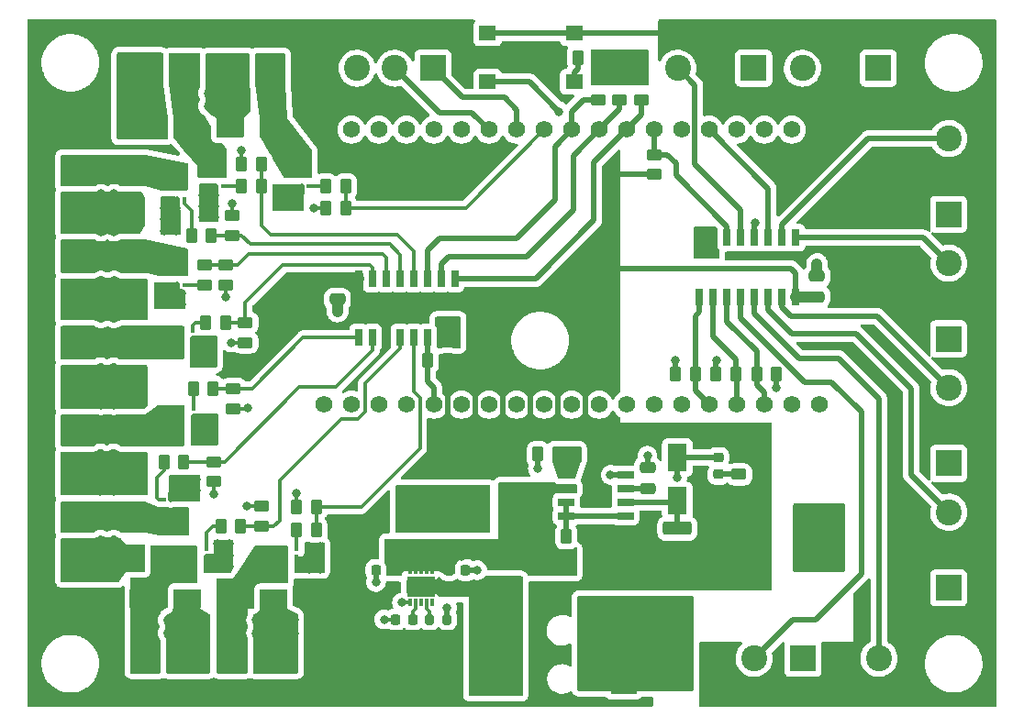
<source format=gtl>
G04 #@! TF.GenerationSoftware,KiCad,Pcbnew,(6.0.2)*
G04 #@! TF.CreationDate,2023-08-04T12:43:31+02:00*
G04 #@! TF.ProjectId,PCB_Layout_MOSFET,5043425f-4c61-4796-9f75-745f4d4f5346,rev?*
G04 #@! TF.SameCoordinates,Original*
G04 #@! TF.FileFunction,Copper,L1,Top*
G04 #@! TF.FilePolarity,Positive*
%FSLAX46Y46*%
G04 Gerber Fmt 4.6, Leading zero omitted, Abs format (unit mm)*
G04 Created by KiCad (PCBNEW (6.0.2)) date 2023-08-04 12:43:31*
%MOMM*%
%LPD*%
G01*
G04 APERTURE LIST*
G04 Aperture macros list*
%AMRoundRect*
0 Rectangle with rounded corners*
0 $1 Rounding radius*
0 $2 $3 $4 $5 $6 $7 $8 $9 X,Y pos of 4 corners*
0 Add a 4 corners polygon primitive as box body*
4,1,4,$2,$3,$4,$5,$6,$7,$8,$9,$2,$3,0*
0 Add four circle primitives for the rounded corners*
1,1,$1+$1,$2,$3*
1,1,$1+$1,$4,$5*
1,1,$1+$1,$6,$7*
1,1,$1+$1,$8,$9*
0 Add four rect primitives between the rounded corners*
20,1,$1+$1,$2,$3,$4,$5,0*
20,1,$1+$1,$4,$5,$6,$7,0*
20,1,$1+$1,$6,$7,$8,$9,0*
20,1,$1+$1,$8,$9,$2,$3,0*%
G04 Aperture macros list end*
G04 #@! TA.AperFunction,SMDPad,CuDef*
%ADD10RoundRect,0.250000X0.450000X-0.262500X0.450000X0.262500X-0.450000X0.262500X-0.450000X-0.262500X0*%
G04 #@! TD*
G04 #@! TA.AperFunction,SMDPad,CuDef*
%ADD11R,2.500000X1.800000*%
G04 #@! TD*
G04 #@! TA.AperFunction,ComponentPad*
%ADD12R,2.400000X2.400000*%
G04 #@! TD*
G04 #@! TA.AperFunction,ComponentPad*
%ADD13C,2.400000*%
G04 #@! TD*
G04 #@! TA.AperFunction,SMDPad,CuDef*
%ADD14RoundRect,0.250000X-0.262500X-0.450000X0.262500X-0.450000X0.262500X0.450000X-0.262500X0.450000X0*%
G04 #@! TD*
G04 #@! TA.AperFunction,SMDPad,CuDef*
%ADD15R,0.700000X1.550000*%
G04 #@! TD*
G04 #@! TA.AperFunction,SMDPad,CuDef*
%ADD16RoundRect,0.250000X0.262500X0.450000X-0.262500X0.450000X-0.262500X-0.450000X0.262500X-0.450000X0*%
G04 #@! TD*
G04 #@! TA.AperFunction,SMDPad,CuDef*
%ADD17RoundRect,0.250000X1.075000X-0.375000X1.075000X0.375000X-1.075000X0.375000X-1.075000X-0.375000X0*%
G04 #@! TD*
G04 #@! TA.AperFunction,SMDPad,CuDef*
%ADD18R,1.800000X2.500000*%
G04 #@! TD*
G04 #@! TA.AperFunction,SMDPad,CuDef*
%ADD19R,0.400000X0.400000*%
G04 #@! TD*
G04 #@! TA.AperFunction,SMDPad,CuDef*
%ADD20R,0.400000X0.300000*%
G04 #@! TD*
G04 #@! TA.AperFunction,SMDPad,CuDef*
%ADD21R,2.650000X2.200000*%
G04 #@! TD*
G04 #@! TA.AperFunction,SMDPad,CuDef*
%ADD22RoundRect,0.250000X-0.450000X0.262500X-0.450000X-0.262500X0.450000X-0.262500X0.450000X0.262500X0*%
G04 #@! TD*
G04 #@! TA.AperFunction,SMDPad,CuDef*
%ADD23R,0.300000X0.400000*%
G04 #@! TD*
G04 #@! TA.AperFunction,SMDPad,CuDef*
%ADD24R,2.200000X2.650000*%
G04 #@! TD*
G04 #@! TA.AperFunction,SMDPad,CuDef*
%ADD25RoundRect,0.250000X-0.475000X0.250000X-0.475000X-0.250000X0.475000X-0.250000X0.475000X0.250000X0*%
G04 #@! TD*
G04 #@! TA.AperFunction,SMDPad,CuDef*
%ADD26RoundRect,0.250000X-1.950000X-1.000000X1.950000X-1.000000X1.950000X1.000000X-1.950000X1.000000X0*%
G04 #@! TD*
G04 #@! TA.AperFunction,SMDPad,CuDef*
%ADD27R,0.300000X0.750000*%
G04 #@! TD*
G04 #@! TA.AperFunction,SMDPad,CuDef*
%ADD28R,2.550000X1.850000*%
G04 #@! TD*
G04 #@! TA.AperFunction,SMDPad,CuDef*
%ADD29RoundRect,0.250000X0.475000X-0.250000X0.475000X0.250000X-0.475000X0.250000X-0.475000X-0.250000X0*%
G04 #@! TD*
G04 #@! TA.AperFunction,ComponentPad*
%ADD30R,1.560000X1.560000*%
G04 #@! TD*
G04 #@! TA.AperFunction,ComponentPad*
%ADD31C,1.560000*%
G04 #@! TD*
G04 #@! TA.AperFunction,SMDPad,CuDef*
%ADD32RoundRect,0.225000X0.250000X-0.225000X0.250000X0.225000X-0.250000X0.225000X-0.250000X-0.225000X0*%
G04 #@! TD*
G04 #@! TA.AperFunction,SMDPad,CuDef*
%ADD33R,1.600000X1.400000*%
G04 #@! TD*
G04 #@! TA.AperFunction,SMDPad,CuDef*
%ADD34R,2.400000X2.800000*%
G04 #@! TD*
G04 #@! TA.AperFunction,SMDPad,CuDef*
%ADD35R,1.525000X0.700000*%
G04 #@! TD*
G04 #@! TA.AperFunction,SMDPad,CuDef*
%ADD36RoundRect,0.218750X-0.256250X0.218750X-0.256250X-0.218750X0.256250X-0.218750X0.256250X0.218750X0*%
G04 #@! TD*
G04 #@! TA.AperFunction,SMDPad,CuDef*
%ADD37RoundRect,0.200000X0.200000X0.275000X-0.200000X0.275000X-0.200000X-0.275000X0.200000X-0.275000X0*%
G04 #@! TD*
G04 #@! TA.AperFunction,SMDPad,CuDef*
%ADD38RoundRect,0.225000X0.225000X0.250000X-0.225000X0.250000X-0.225000X-0.250000X0.225000X-0.250000X0*%
G04 #@! TD*
G04 #@! TA.AperFunction,SMDPad,CuDef*
%ADD39RoundRect,0.250000X1.500000X0.550000X-1.500000X0.550000X-1.500000X-0.550000X1.500000X-0.550000X0*%
G04 #@! TD*
G04 #@! TA.AperFunction,SMDPad,CuDef*
%ADD40RoundRect,0.225000X-0.225000X-0.250000X0.225000X-0.250000X0.225000X0.250000X-0.225000X0.250000X0*%
G04 #@! TD*
G04 #@! TA.AperFunction,ViaPad*
%ADD41C,0.800000*%
G04 #@! TD*
G04 #@! TA.AperFunction,Conductor*
%ADD42C,0.500000*%
G04 #@! TD*
G04 #@! TA.AperFunction,Conductor*
%ADD43C,1.000000*%
G04 #@! TD*
G04 #@! TA.AperFunction,Conductor*
%ADD44C,0.300000*%
G04 #@! TD*
G04 APERTURE END LIST*
D10*
X77400000Y-83950000D03*
X77400000Y-82125000D03*
D11*
X81250000Y-117500000D03*
X77250000Y-117500000D03*
D12*
X143550000Y-105000000D03*
D13*
X143550000Y-101500000D03*
X143550000Y-98000000D03*
D10*
X80100000Y-110800000D03*
X80100000Y-108975000D03*
D14*
X78287500Y-79400000D03*
X80112500Y-79400000D03*
D12*
X125550000Y-68500000D03*
D13*
X122050000Y-68500000D03*
X118550000Y-68500000D03*
D12*
X143550000Y-116500000D03*
D13*
X143550000Y-113000000D03*
X143550000Y-109500000D03*
D14*
X106437500Y-111750000D03*
X108262500Y-111750000D03*
X118337500Y-96750000D03*
X120162500Y-96750000D03*
X83370000Y-111130000D03*
X85195000Y-111130000D03*
D15*
X89105000Y-93375000D03*
X90375000Y-93375000D03*
X91645000Y-93375000D03*
X92915000Y-93375000D03*
X94185000Y-93375000D03*
X95455000Y-93375000D03*
X96725000Y-93375000D03*
X97995000Y-93375000D03*
X97995000Y-87925000D03*
X96725000Y-87925000D03*
X95455000Y-87925000D03*
X94185000Y-87925000D03*
X92915000Y-87925000D03*
X91645000Y-87925000D03*
X90375000Y-87925000D03*
X89105000Y-87925000D03*
D12*
X95950000Y-68500000D03*
D13*
X92450000Y-68500000D03*
X88950000Y-68500000D03*
X85450000Y-68500000D03*
D16*
X85195000Y-109020000D03*
X83370000Y-109020000D03*
D10*
X74875000Y-88500000D03*
X74875000Y-86675000D03*
D17*
X118500000Y-113800000D03*
X118500000Y-111000000D03*
D18*
X68500000Y-81750000D03*
X68500000Y-77750000D03*
D19*
X74625000Y-79400000D03*
X75275000Y-79400000D03*
X75925000Y-79400000D03*
X76575000Y-79400000D03*
D20*
X76575000Y-76250000D03*
X75925000Y-76250000D03*
X75275000Y-76250000D03*
X74625000Y-76250000D03*
D21*
X75600000Y-77500000D03*
D22*
X115200000Y-69587500D03*
X115200000Y-71412500D03*
D12*
X69450000Y-123000000D03*
D13*
X72950000Y-123000000D03*
D12*
X143550000Y-82000000D03*
D13*
X143550000Y-78500000D03*
X143550000Y-75000000D03*
D19*
X75020000Y-114875000D03*
X75020000Y-114225000D03*
X75020000Y-113575000D03*
X75020000Y-112925000D03*
D23*
X71870000Y-112925000D03*
X71870000Y-113575000D03*
X71870000Y-114225000D03*
X71870000Y-114875000D03*
D24*
X73120000Y-113900000D03*
D25*
X87150000Y-87925000D03*
X87150000Y-89825000D03*
D26*
X123200000Y-113800000D03*
X131600000Y-113800000D03*
D12*
X63000000Y-86000000D03*
D13*
X63000000Y-89500000D03*
D18*
X118500000Y-108450000D03*
X118500000Y-104450000D03*
D27*
X93850000Y-117850000D03*
X94350000Y-117850000D03*
X94850000Y-117850000D03*
X95350000Y-117850000D03*
X95850000Y-117850000D03*
X95850000Y-114850000D03*
X95350000Y-114850000D03*
X94850000Y-114850000D03*
X94350000Y-114850000D03*
X93850000Y-114850000D03*
D28*
X94850000Y-116350000D03*
D14*
X105637500Y-104150000D03*
X107462500Y-104150000D03*
D12*
X137050000Y-68500000D03*
D13*
X133550000Y-68500000D03*
X130050000Y-68500000D03*
D12*
X130100000Y-123000000D03*
D13*
X133600000Y-123000000D03*
X137100000Y-123000000D03*
D29*
X131400000Y-89600000D03*
X131400000Y-87700000D03*
D19*
X83375000Y-114875000D03*
X83375000Y-114225000D03*
X83375000Y-113575000D03*
X83375000Y-112925000D03*
D23*
X80225000Y-112925000D03*
X80225000Y-113575000D03*
X80225000Y-114225000D03*
X80225000Y-114875000D03*
D24*
X81475000Y-113900000D03*
D12*
X77450000Y-123000000D03*
D13*
X80950000Y-123000000D03*
D19*
X73800000Y-94725000D03*
X73800000Y-94075000D03*
X73800000Y-93425000D03*
X73800000Y-92775000D03*
D23*
X70650000Y-92775000D03*
X70650000Y-93425000D03*
X70650000Y-94075000D03*
X70650000Y-94725000D03*
D24*
X71900000Y-93750000D03*
D18*
X68500000Y-89750000D03*
X68500000Y-85750000D03*
D30*
X131610000Y-74177500D03*
D31*
X129070000Y-74177500D03*
X126530000Y-74177500D03*
X123990000Y-74177500D03*
X121450000Y-74177500D03*
X118910000Y-74177500D03*
X116370000Y-74177500D03*
X113830000Y-74177500D03*
X111290000Y-74177500D03*
X108750000Y-74177500D03*
X106210000Y-74177500D03*
X103670000Y-74177500D03*
X101130000Y-74177500D03*
X98590000Y-74177500D03*
X96050000Y-74177500D03*
X93510000Y-74177500D03*
X90970000Y-74177500D03*
X88430000Y-74177500D03*
X85890000Y-74177500D03*
X131610000Y-99577500D03*
X129070000Y-99577500D03*
X126530000Y-99577500D03*
X123990000Y-99577500D03*
X121450000Y-99577500D03*
X118910000Y-99577500D03*
X116370000Y-99577500D03*
X113830000Y-99577500D03*
X111290000Y-99577500D03*
X108750000Y-99577500D03*
X106210000Y-99577500D03*
X103670000Y-99577500D03*
X101130000Y-99577500D03*
X98590000Y-99577500D03*
X96050000Y-99577500D03*
X93510000Y-99577500D03*
X90970000Y-99577500D03*
X88430000Y-99577500D03*
X85890000Y-99577500D03*
D32*
X94850000Y-112460000D03*
X94850000Y-110910000D03*
D19*
X73075000Y-108325000D03*
X72425000Y-108325000D03*
X71775000Y-108325000D03*
X71125000Y-108325000D03*
D20*
X71125000Y-111475000D03*
X71775000Y-111475000D03*
X72425000Y-111475000D03*
X73075000Y-111475000D03*
D21*
X72100000Y-110225000D03*
D32*
X93297500Y-112460000D03*
X93297500Y-110910000D03*
D14*
X73850000Y-98097500D03*
X75675000Y-98097500D03*
D33*
X109000000Y-69750000D03*
X101000000Y-69750000D03*
X109000000Y-65250000D03*
X101000000Y-65250000D03*
D19*
X71075000Y-80570000D03*
X71725000Y-80570000D03*
X72375000Y-80570000D03*
X73025000Y-80570000D03*
D20*
X73025000Y-77420000D03*
X72375000Y-77420000D03*
X71725000Y-77420000D03*
X71075000Y-77420000D03*
D21*
X72050000Y-78670000D03*
D16*
X80112500Y-77350000D03*
X78287500Y-77350000D03*
D19*
X82525000Y-79400000D03*
X83175000Y-79400000D03*
X83825000Y-79400000D03*
X84475000Y-79400000D03*
D20*
X84475000Y-76250000D03*
X83825000Y-76250000D03*
X83175000Y-76250000D03*
X82525000Y-76250000D03*
D21*
X83500000Y-77500000D03*
D29*
X115750000Y-107300000D03*
X115750000Y-105400000D03*
D19*
X73855000Y-101925000D03*
X73855000Y-101275000D03*
X73855000Y-100625000D03*
X73855000Y-99975000D03*
D23*
X70705000Y-99975000D03*
X70705000Y-100625000D03*
X70705000Y-101275000D03*
X70705000Y-101925000D03*
D24*
X71955000Y-100950000D03*
D18*
X68500000Y-97750000D03*
X68500000Y-93750000D03*
D32*
X96397500Y-112460000D03*
X96397500Y-110910000D03*
D15*
X129445000Y-84152500D03*
X128175000Y-84152500D03*
X126905000Y-84152500D03*
X125635000Y-84152500D03*
X124365000Y-84152500D03*
X123095000Y-84152500D03*
X121825000Y-84152500D03*
X120555000Y-84152500D03*
X120555000Y-89602500D03*
X121825000Y-89602500D03*
X123095000Y-89602500D03*
X124365000Y-89602500D03*
X125635000Y-89602500D03*
X126905000Y-89602500D03*
X128175000Y-89602500D03*
X129445000Y-89602500D03*
D12*
X63000000Y-110000000D03*
D13*
X63000000Y-113500000D03*
D22*
X76875000Y-86675000D03*
X76875000Y-88500000D03*
X75750000Y-104850000D03*
X75750000Y-106675000D03*
D34*
X102157500Y-118800000D03*
X102157500Y-124900000D03*
X113557500Y-124900000D03*
X113557500Y-118800000D03*
D12*
X63000000Y-78000000D03*
D13*
X63000000Y-81500000D03*
D35*
X113712000Y-109855000D03*
X113712000Y-108585000D03*
X113712000Y-107315000D03*
X113712000Y-106045000D03*
X108288000Y-106045000D03*
X108288000Y-107315000D03*
X108288000Y-108585000D03*
X108288000Y-109855000D03*
D16*
X87912500Y-81400000D03*
X86087500Y-81400000D03*
D11*
X73250000Y-117500000D03*
X69250000Y-117500000D03*
D16*
X97312500Y-95500000D03*
X95487500Y-95500000D03*
D14*
X73687500Y-83950000D03*
X75512500Y-83950000D03*
D22*
X77550000Y-98097500D03*
X77550000Y-99922500D03*
D36*
X122300000Y-104437500D03*
X122300000Y-106012500D03*
D14*
X109337500Y-67500000D03*
X111162500Y-67500000D03*
D10*
X116350000Y-78312500D03*
X116350000Y-76487500D03*
D12*
X118600000Y-123000000D03*
D13*
X122100000Y-123000000D03*
X125600000Y-123000000D03*
D14*
X122087500Y-96750000D03*
X123912500Y-96750000D03*
D11*
X77250000Y-74000000D03*
X81250000Y-74000000D03*
D12*
X143550000Y-93500000D03*
D13*
X143550000Y-90000000D03*
X143550000Y-86500000D03*
D14*
X109137500Y-104150000D03*
X110962500Y-104150000D03*
D22*
X113200000Y-69587500D03*
X113200000Y-71412500D03*
D14*
X74987500Y-92000000D03*
X76812500Y-92000000D03*
D12*
X63000000Y-94000000D03*
D13*
X63000000Y-97500000D03*
D37*
X97272500Y-119410000D03*
X95622500Y-119410000D03*
D22*
X78650000Y-92000000D03*
X78650000Y-93825000D03*
D19*
X71075000Y-88500000D03*
X71725000Y-88500000D03*
X72375000Y-88500000D03*
X73025000Y-88500000D03*
D20*
X73025000Y-85350000D03*
X72375000Y-85350000D03*
X71725000Y-85350000D03*
X71075000Y-85350000D03*
D21*
X72050000Y-86600000D03*
D38*
X94072500Y-119410000D03*
X92522500Y-119410000D03*
D22*
X111200000Y-69587500D03*
X111200000Y-71412500D03*
D14*
X86087500Y-79400000D03*
X87912500Y-79400000D03*
D12*
X72950000Y-68500000D03*
D13*
X69450000Y-68500000D03*
D11*
X69250000Y-74000000D03*
X73250000Y-74000000D03*
D10*
X124200000Y-106012500D03*
X124200000Y-104187500D03*
D18*
X68500000Y-105750000D03*
X68500000Y-101750000D03*
D39*
X104650000Y-109600000D03*
X99250000Y-109600000D03*
D14*
X71137500Y-104850000D03*
X72962500Y-104850000D03*
D40*
X97425000Y-114860000D03*
X98975000Y-114860000D03*
D16*
X127662500Y-96750000D03*
X125837500Y-96750000D03*
D12*
X80950000Y-68500000D03*
D13*
X77450000Y-68500000D03*
D12*
X63000000Y-102000000D03*
D13*
X63000000Y-105500000D03*
D18*
X68500000Y-113750000D03*
X68500000Y-109750000D03*
D14*
X76387500Y-110800000D03*
X78212500Y-110800000D03*
D38*
X92247500Y-114860000D03*
X90697500Y-114860000D03*
D41*
X112750000Y-115000000D03*
X66475000Y-107575000D03*
X65300000Y-112050000D03*
X65325000Y-81250000D03*
X97500000Y-111000000D03*
X65325000Y-88100000D03*
X96700000Y-92000000D03*
X69550000Y-72000000D03*
X118500000Y-106300000D03*
X100750000Y-111000000D03*
X121800000Y-85550000D03*
X66525000Y-91600000D03*
X83370000Y-107720000D03*
X94250000Y-108600000D03*
X129750000Y-111700000D03*
X132250000Y-111700000D03*
X94250000Y-109750000D03*
X66500000Y-98475000D03*
X73850000Y-120675000D03*
X66500000Y-97275000D03*
X114250000Y-122250000D03*
X75000000Y-119475000D03*
X66500000Y-112050000D03*
X66500000Y-113200000D03*
X133500000Y-110450000D03*
X65275000Y-105225000D03*
X112300000Y-68500000D03*
X111500000Y-120750000D03*
X65325000Y-90450000D03*
X66500000Y-115550000D03*
X66525000Y-83600000D03*
X110250000Y-122250000D03*
X112300000Y-67400000D03*
X67200000Y-72000000D03*
X114250000Y-120750000D03*
X66475000Y-106425000D03*
X66500000Y-99625000D03*
X132250000Y-109200000D03*
X99250000Y-107500000D03*
X66475000Y-104075000D03*
X93000000Y-109750000D03*
X122100000Y-95450000D03*
X111500000Y-125250000D03*
X66525000Y-81250000D03*
X65300000Y-114400000D03*
X66525000Y-82450000D03*
X70700000Y-72000000D03*
X99700000Y-111000000D03*
X66525000Y-80100000D03*
X133500000Y-111700000D03*
X111500000Y-122250000D03*
X65325000Y-82450000D03*
X115750000Y-119250000D03*
X83150000Y-120670000D03*
X71500000Y-119475000D03*
X131000000Y-110450000D03*
X112350000Y-106050000D03*
X65325000Y-91600000D03*
X110250000Y-123750000D03*
X80800000Y-120670000D03*
X65300000Y-99625000D03*
X79650000Y-119470000D03*
X95500000Y-107500000D03*
X77350000Y-93825000D03*
X93000000Y-107500000D03*
X66500000Y-114400000D03*
X98000000Y-92000000D03*
X65300000Y-113200000D03*
X67200000Y-70800000D03*
X77575000Y-72000000D03*
X93100000Y-117850000D03*
X105630000Y-105450000D03*
X100500000Y-107500000D03*
X68350000Y-72000000D03*
X71500000Y-120675000D03*
X113000000Y-120750000D03*
X131400000Y-86600000D03*
X78725000Y-72000000D03*
X115300000Y-68500000D03*
X65300000Y-98475000D03*
X93000000Y-108600000D03*
X65275000Y-104075000D03*
X66525000Y-88100000D03*
X80800000Y-119470000D03*
X110250000Y-125250000D03*
X75750000Y-107800000D03*
X96750000Y-109750000D03*
X78810000Y-108970000D03*
X72650000Y-119475000D03*
X115750000Y-123750000D03*
X120550000Y-85550000D03*
X127650000Y-98050000D03*
X90700000Y-115950000D03*
X69550000Y-70800000D03*
X75225000Y-70800000D03*
X65275000Y-106425000D03*
X96750000Y-107500000D03*
X65325000Y-83600000D03*
X129750000Y-110450000D03*
X118250000Y-119250000D03*
X117000000Y-117750000D03*
X73850000Y-119475000D03*
X119500000Y-117750000D03*
X113000000Y-122250000D03*
X66475000Y-105225000D03*
X129750000Y-109200000D03*
X95500000Y-109750000D03*
X79650000Y-120670000D03*
X131000000Y-109200000D03*
X115300000Y-67400000D03*
X132250000Y-110450000D03*
X65275000Y-107575000D03*
X119500000Y-120750000D03*
X95500000Y-108600000D03*
X98000000Y-107500000D03*
X72650000Y-120675000D03*
X77400000Y-81000000D03*
X118250000Y-120750000D03*
X76375000Y-72000000D03*
X115750000Y-104300000D03*
X96750000Y-108600000D03*
X100050000Y-114860000D03*
X113800000Y-68500000D03*
X117000000Y-119250000D03*
X77575000Y-70800000D03*
X70700000Y-70800000D03*
X119500000Y-125250000D03*
X78290000Y-76060000D03*
X115750000Y-117750000D03*
X115750000Y-125250000D03*
X76375000Y-70800000D03*
X66525000Y-90450000D03*
X115750000Y-122250000D03*
X66500000Y-96125000D03*
X119500000Y-119250000D03*
X66525000Y-89250000D03*
X115750000Y-120750000D03*
X118250000Y-125250000D03*
X94250000Y-107500000D03*
X113800000Y-67400000D03*
X65300000Y-97275000D03*
X82000000Y-120670000D03*
X118250000Y-117750000D03*
X65325000Y-80100000D03*
X133500000Y-109200000D03*
X91470000Y-119410000D03*
X87150000Y-90950000D03*
X78850000Y-99920000D03*
X75000000Y-120675000D03*
X83150000Y-119470000D03*
X68350000Y-70800000D03*
X75225000Y-72000000D03*
X65300000Y-115550000D03*
X85000000Y-81400000D03*
X65300000Y-96125000D03*
X65325000Y-89250000D03*
X110250000Y-120750000D03*
X118350000Y-95450000D03*
X78725000Y-70800000D03*
X131000000Y-111700000D03*
X82000000Y-119470000D03*
X76875000Y-89600000D03*
X111500000Y-123750000D03*
X125650000Y-82750000D03*
X103000000Y-112500000D03*
X107400000Y-113600000D03*
X77150000Y-113500000D03*
X76100000Y-113500000D03*
X71200000Y-81400000D03*
X99700000Y-113600000D03*
X84500000Y-112650000D03*
X92000000Y-112500000D03*
X70650000Y-90350000D03*
X72750000Y-89300000D03*
X104100000Y-108300000D03*
X92000000Y-113600000D03*
X85550000Y-112650000D03*
X74680000Y-102950000D03*
X74750000Y-82300000D03*
X83650000Y-81250000D03*
X77150000Y-114550000D03*
X73050000Y-106450000D03*
X74750000Y-80200000D03*
X72000000Y-107500000D03*
X82600000Y-81250000D03*
X95300000Y-113600000D03*
X75800000Y-82300000D03*
X75650000Y-94700000D03*
X73050000Y-107500000D03*
X76100000Y-114550000D03*
X75800000Y-81250000D03*
X101900000Y-112500000D03*
X74100000Y-106450000D03*
X71700000Y-89300000D03*
X97275000Y-118325000D03*
X103000000Y-107200000D03*
X74680000Y-100850000D03*
X75800000Y-80200000D03*
X76100000Y-112450000D03*
X74100000Y-107500000D03*
X108500000Y-113600000D03*
X74600000Y-94700000D03*
X71200000Y-82450000D03*
X98600000Y-113600000D03*
X85550000Y-114750000D03*
X106300000Y-108300000D03*
X103000000Y-108300000D03*
X74750000Y-81250000D03*
X71200000Y-83500000D03*
X72750000Y-90350000D03*
X75730000Y-100850000D03*
X106300000Y-113600000D03*
X94200000Y-113600000D03*
X99700000Y-112500000D03*
X83650000Y-80200000D03*
X82600000Y-80200000D03*
X81550000Y-80200000D03*
X75650000Y-95750000D03*
X75730000Y-101900000D03*
X74600000Y-93650000D03*
X104100000Y-111300000D03*
X85550000Y-113700000D03*
X72250000Y-81400000D03*
X71700000Y-90350000D03*
X104100000Y-107200000D03*
X103000000Y-111300000D03*
X100800000Y-112500000D03*
X72250000Y-82450000D03*
X74600000Y-95750000D03*
X77150000Y-112450000D03*
X96400000Y-113600000D03*
X104100000Y-112500000D03*
X103000000Y-113600000D03*
X101900000Y-113600000D03*
X84500000Y-113700000D03*
X97500000Y-113600000D03*
X104100000Y-113600000D03*
X72000000Y-106450000D03*
X75730000Y-102950000D03*
X81550000Y-81250000D03*
X93100000Y-113600000D03*
X70650000Y-89300000D03*
X74680000Y-101900000D03*
X105200000Y-113600000D03*
X84500000Y-114750000D03*
X106300000Y-107200000D03*
X75650000Y-93650000D03*
X100800000Y-113600000D03*
X72250000Y-83500000D03*
X107600000Y-72500000D03*
D42*
X109000000Y-65250000D02*
X118800000Y-65250000D01*
X118800000Y-65250000D02*
X122050000Y-68500000D01*
X101000000Y-65250000D02*
X109000000Y-65250000D01*
D43*
X129447500Y-89600000D02*
X129445000Y-89602500D01*
D42*
X107480000Y-98340000D02*
X107480000Y-100920000D01*
X129000000Y-87000000D02*
X111250000Y-87000000D01*
X104940000Y-98330000D02*
X104940000Y-100910000D01*
D43*
X131400000Y-89600000D02*
X129447500Y-89600000D01*
D42*
X116350000Y-78312500D02*
X112212500Y-78312500D01*
X129445000Y-87445000D02*
X129000000Y-87000000D01*
X97320000Y-98330000D02*
X97320000Y-100870000D01*
X99860000Y-98330000D02*
X99860000Y-100910000D01*
X110020000Y-98340000D02*
X110020000Y-100920000D01*
X129445000Y-89602500D02*
X129445000Y-87445000D01*
D43*
X87150000Y-87925000D02*
X89105000Y-87925000D01*
D42*
X102400000Y-98330000D02*
X102400000Y-100910000D01*
D44*
X93850000Y-117850000D02*
X93100000Y-117850000D01*
X77550000Y-99922500D02*
X78847500Y-99922500D01*
X80100000Y-108975000D02*
X78815000Y-108975000D01*
X92522500Y-119410000D02*
X91470000Y-119410000D01*
X86087500Y-81400000D02*
X85000000Y-81400000D01*
D42*
X122300000Y-104437500D02*
X118512500Y-104437500D01*
D44*
X78650000Y-93825000D02*
X77350000Y-93825000D01*
D43*
X87150000Y-89825000D02*
X87150000Y-90950000D01*
D42*
X118512500Y-104437500D02*
X118500000Y-104450000D01*
X105637500Y-105442500D02*
X105630000Y-105450000D01*
X113712000Y-106045000D02*
X112355000Y-106045000D01*
X115750000Y-105400000D02*
X115750000Y-104300000D01*
D44*
X75750000Y-106675000D02*
X75750000Y-107800000D01*
X76875000Y-88500000D02*
X76875000Y-89600000D01*
D42*
X118337500Y-96750000D02*
X118337500Y-95462500D01*
X105637500Y-104150000D02*
X105637500Y-105442500D01*
D44*
X77400000Y-82125000D02*
X77400000Y-81000000D01*
D42*
X118500000Y-104450000D02*
X118500000Y-106300000D01*
X98997500Y-114860000D02*
X100050000Y-114860000D01*
X122087500Y-96750000D02*
X122087500Y-95462500D01*
X118337500Y-95462500D02*
X118350000Y-95450000D01*
D44*
X78847500Y-99922500D02*
X78850000Y-99920000D01*
X78287500Y-76062500D02*
X78290000Y-76060000D01*
D42*
X122087500Y-95462500D02*
X122100000Y-95450000D01*
X112355000Y-106045000D02*
X112350000Y-106050000D01*
X90697500Y-114860000D02*
X90697500Y-115947500D01*
X127662500Y-98037500D02*
X127650000Y-98050000D01*
D44*
X83370000Y-109020000D02*
X83370000Y-107720000D01*
D42*
X127662500Y-96750000D02*
X127662500Y-98037500D01*
D44*
X78815000Y-108975000D02*
X78810000Y-108970000D01*
D43*
X131400000Y-87700000D02*
X131400000Y-86600000D01*
D44*
X78287500Y-77350000D02*
X78287500Y-76062500D01*
D42*
X129445000Y-84152500D02*
X141202500Y-84152500D01*
X141202500Y-84152500D02*
X143550000Y-86500000D01*
X136100000Y-75000000D02*
X143550000Y-75000000D01*
X128175000Y-84152500D02*
X128175000Y-82925000D01*
X128175000Y-82925000D02*
X136100000Y-75000000D01*
X125635000Y-82765000D02*
X125650000Y-82750000D01*
X125635000Y-84152500D02*
X125635000Y-82765000D01*
X124365000Y-84152500D02*
X124365000Y-81565000D01*
X124365000Y-81565000D02*
X120139511Y-77339511D01*
X120139511Y-77339511D02*
X120139511Y-70089511D01*
X120139511Y-70089511D02*
X118550000Y-68500000D01*
X123095000Y-91895000D02*
X123095000Y-89602500D01*
X126530000Y-98430000D02*
X125837500Y-97737500D01*
X125837500Y-97737500D02*
X125837500Y-96750000D01*
X126530000Y-99577500D02*
X126530000Y-98430000D01*
X125837500Y-94637500D02*
X123095000Y-91895000D01*
X125837500Y-96750000D02*
X125837500Y-94637500D01*
X123990000Y-96827500D02*
X123912500Y-96750000D01*
X123990000Y-99577500D02*
X123990000Y-96827500D01*
X123912500Y-96750000D02*
X123912500Y-95362500D01*
X123912500Y-95362500D02*
X121825000Y-93275000D01*
X121825000Y-93275000D02*
X121825000Y-89602500D01*
X120162500Y-98290000D02*
X121450000Y-99577500D01*
X120555000Y-90995000D02*
X120555000Y-89602500D01*
X120162500Y-91387500D02*
X120555000Y-90995000D01*
X120162500Y-96750000D02*
X120162500Y-98290000D01*
X120162500Y-96750000D02*
X120162500Y-91387500D01*
X135500000Y-115200000D02*
X131300000Y-119400000D01*
X135500000Y-100250000D02*
X135500000Y-115200000D01*
X130250000Y-97500000D02*
X132750000Y-97500000D01*
X129200000Y-119400000D02*
X131300000Y-119400000D01*
X124365000Y-89602500D02*
X124365000Y-91615000D01*
X125600000Y-123000000D02*
X129200000Y-119400000D01*
X124365000Y-91615000D02*
X130250000Y-97500000D01*
X132750000Y-97500000D02*
X135500000Y-100250000D01*
X137100000Y-123000000D02*
X137100000Y-99000000D01*
X133400000Y-95300000D02*
X129750000Y-95300000D01*
X137100000Y-99000000D02*
X133400000Y-95300000D01*
X125635000Y-91185000D02*
X125635000Y-89602500D01*
X129750000Y-95300000D02*
X125635000Y-91185000D01*
X129050000Y-93000000D02*
X135000000Y-93000000D01*
X126905000Y-90855000D02*
X129050000Y-93000000D01*
X135000000Y-93000000D02*
X140100000Y-98100000D01*
X140100000Y-98100000D02*
X140100000Y-106050000D01*
X140100000Y-106050000D02*
X143550000Y-109500000D01*
X126905000Y-89602500D02*
X126905000Y-90855000D01*
X129000000Y-91400000D02*
X136950000Y-91400000D01*
X136950000Y-91400000D02*
X143550000Y-98000000D01*
X128175000Y-90575000D02*
X129000000Y-91400000D01*
X128175000Y-89602500D02*
X128175000Y-90575000D01*
D44*
X83985000Y-93375000D02*
X79262500Y-98097500D01*
X79262500Y-98097500D02*
X77550000Y-98097500D01*
X89105000Y-93375000D02*
X83985000Y-93375000D01*
X75675000Y-98097500D02*
X77550000Y-98097500D01*
X83650000Y-97950000D02*
X87000000Y-97950000D01*
X76750000Y-104850000D02*
X83650000Y-97950000D01*
X90375000Y-94575000D02*
X90375000Y-93375000D01*
X75750000Y-104850000D02*
X76750000Y-104850000D01*
X87000000Y-97950000D02*
X90375000Y-94575000D01*
X75750000Y-104850000D02*
X72962500Y-104850000D01*
X87500000Y-100900000D02*
X89000000Y-100900000D01*
X80100000Y-110800000D02*
X81250000Y-110800000D01*
X89700000Y-100200000D02*
X89700000Y-97600000D01*
X89700000Y-97600000D02*
X92915000Y-94385000D01*
X81250000Y-110800000D02*
X81800000Y-110250000D01*
X89000000Y-100900000D02*
X89700000Y-100200000D01*
X81800000Y-106600000D02*
X87500000Y-100900000D01*
X80100000Y-110800000D02*
X78212500Y-110800000D01*
X92915000Y-94385000D02*
X92915000Y-93375000D01*
X81800000Y-110250000D02*
X81800000Y-106600000D01*
X85195000Y-109020000D02*
X85195000Y-111130000D01*
X85195000Y-109020000D02*
X89330000Y-109020000D01*
X94185000Y-93375000D02*
X94185000Y-98385000D01*
X94185000Y-98385000D02*
X94750000Y-98950000D01*
X89330000Y-109020000D02*
X94750000Y-103600000D01*
X94750000Y-98950000D02*
X94750000Y-103600000D01*
D42*
X71775000Y-107725000D02*
X72000000Y-107500000D01*
X71775000Y-108325000D02*
X71775000Y-107725000D01*
X72375000Y-81275000D02*
X72250000Y-81400000D01*
X97272500Y-119410000D02*
X97272500Y-118327500D01*
X72375000Y-88475000D02*
X72375000Y-88925000D01*
X83825000Y-79400000D02*
X83825000Y-80025000D01*
X75925000Y-79400000D02*
X75925000Y-80075000D01*
X73800000Y-93425000D02*
X74375000Y-93425000D01*
X75020000Y-113575000D02*
X76025000Y-113575000D01*
X83825000Y-80025000D02*
X83650000Y-80200000D01*
X72375000Y-88925000D02*
X72750000Y-89300000D01*
X72375000Y-80570000D02*
X72375000Y-81275000D01*
X74375000Y-93425000D02*
X74600000Y-93650000D01*
X76025000Y-113575000D02*
X76100000Y-113500000D01*
X73880000Y-100625000D02*
X74455000Y-100625000D01*
X75925000Y-80075000D02*
X75800000Y-80200000D01*
X95455000Y-93375000D02*
X95455000Y-95442500D01*
X95455000Y-95442500D02*
X95462500Y-95450000D01*
X96050000Y-98000000D02*
X95462500Y-97412500D01*
X95462500Y-97412500D02*
X95462500Y-95450000D01*
X96050000Y-99577500D02*
X96050000Y-98000000D01*
X115200000Y-71412500D02*
X115200000Y-72807500D01*
X110825000Y-77182500D02*
X113830000Y-74177500D01*
X110825000Y-82550000D02*
X110825000Y-77182500D01*
X97995000Y-87925000D02*
X105450000Y-87925000D01*
X105450000Y-87925000D02*
X110825000Y-82550000D01*
X115200000Y-72807500D02*
X113830000Y-74177500D01*
X113200000Y-71412500D02*
X113200000Y-72267500D01*
X108910000Y-81560000D02*
X104580000Y-85890000D01*
X97450000Y-85890000D02*
X96725000Y-86615000D01*
X111290000Y-74177500D02*
X108910000Y-76557500D01*
X104580000Y-85890000D02*
X97450000Y-85890000D01*
X96725000Y-86615000D02*
X96725000Y-87925000D01*
X113200000Y-72267500D02*
X111290000Y-74177500D01*
X108910000Y-76557500D02*
X108910000Y-81560000D01*
X108750000Y-72500000D02*
X108750000Y-74177500D01*
X107220000Y-75707500D02*
X108750000Y-74177500D01*
X111200000Y-71412500D02*
X109837500Y-71412500D01*
X103700000Y-84190000D02*
X107220000Y-80670000D01*
X109837500Y-71412500D02*
X108750000Y-72500000D01*
X107220000Y-80670000D02*
X107220000Y-75707500D01*
X95455000Y-85275000D02*
X96540000Y-84190000D01*
X95455000Y-87925000D02*
X95455000Y-85275000D01*
X96540000Y-84190000D02*
X103700000Y-84190000D01*
D44*
X94185000Y-85385000D02*
X94185000Y-87925000D01*
X80112500Y-79400000D02*
X80112500Y-83062500D01*
X80112500Y-83062500D02*
X80950000Y-83900000D01*
X92700000Y-83900000D02*
X94185000Y-85385000D01*
X80950000Y-83900000D02*
X92700000Y-83900000D01*
X80112500Y-79400000D02*
X80112500Y-77350000D01*
X75512500Y-83950000D02*
X77400000Y-83950000D01*
X78300000Y-83950000D02*
X79100000Y-84750000D01*
X79100000Y-84750000D02*
X91950000Y-84750000D01*
X77400000Y-83950000D02*
X78300000Y-83950000D01*
X92915000Y-85715000D02*
X92915000Y-87925000D01*
X91950000Y-84750000D02*
X92915000Y-85715000D01*
X78950000Y-85650000D02*
X91300000Y-85650000D01*
X76875000Y-86675000D02*
X77925000Y-86675000D01*
X74875000Y-86675000D02*
X76875000Y-86675000D01*
X91300000Y-85650000D02*
X91645000Y-85995000D01*
X91645000Y-85995000D02*
X91645000Y-87925000D01*
X77925000Y-86675000D02*
X78950000Y-85650000D01*
X82099511Y-86700489D02*
X90150489Y-86700489D01*
X90150489Y-86700489D02*
X90375000Y-86925000D01*
X90375000Y-86925000D02*
X90375000Y-87925000D01*
X78650000Y-90150000D02*
X82099511Y-86700489D01*
X78650000Y-92000000D02*
X76812500Y-92000000D01*
X78650000Y-92000000D02*
X78650000Y-90150000D01*
D42*
X101130000Y-74177500D02*
X99552500Y-72600000D01*
X99552500Y-72600000D02*
X96550000Y-72600000D01*
X96550000Y-72600000D02*
X92450000Y-68500000D01*
X98650000Y-71200000D02*
X95950000Y-68500000D01*
X102550000Y-71200000D02*
X98650000Y-71200000D01*
X103670000Y-74177500D02*
X103670000Y-72320000D01*
X103670000Y-72320000D02*
X102550000Y-71200000D01*
D44*
X98987500Y-81400000D02*
X106210000Y-74177500D01*
X87912500Y-79400000D02*
X87912500Y-81400000D01*
X87912500Y-81400000D02*
X98987500Y-81400000D01*
D42*
X116370000Y-76467500D02*
X116350000Y-76487500D01*
X118400000Y-78400000D02*
X118400000Y-77300000D01*
X123095000Y-83095000D02*
X118400000Y-78400000D01*
X117587500Y-76487500D02*
X116350000Y-76487500D01*
X116370000Y-74177500D02*
X116370000Y-76467500D01*
X118400000Y-77300000D02*
X117587500Y-76487500D01*
X123095000Y-84152500D02*
X123095000Y-83095000D01*
X104850000Y-69750000D02*
X107600000Y-72500000D01*
X101000000Y-69750000D02*
X104850000Y-69750000D01*
X126905000Y-84152500D02*
X126905000Y-79632500D01*
X126905000Y-79632500D02*
X121450000Y-74177500D01*
D44*
X94350000Y-118400000D02*
X94072500Y-118677500D01*
X94350000Y-117850000D02*
X94350000Y-118400000D01*
X94072500Y-118677500D02*
X94072500Y-119410000D01*
D42*
X115735000Y-107315000D02*
X115750000Y-107300000D01*
X113712000Y-107315000D02*
X115735000Y-107315000D01*
X113712000Y-108585000D02*
X118365000Y-108585000D01*
X118365000Y-108585000D02*
X118500000Y-108450000D01*
X118500000Y-111000000D02*
X118500000Y-108450000D01*
X124200000Y-106012500D02*
X122300000Y-106012500D01*
D44*
X95622500Y-118672500D02*
X95622500Y-119410000D01*
X95350000Y-118400000D02*
X95622500Y-118672500D01*
X95350000Y-117850000D02*
X95350000Y-118400000D01*
D42*
X108288000Y-109855000D02*
X113712000Y-109855000D01*
X108288000Y-108585000D02*
X108288000Y-109855000D01*
X108288000Y-109855000D02*
X108288000Y-111724500D01*
X108288000Y-111724500D02*
X108262500Y-111750000D01*
D44*
X78287500Y-79400000D02*
X76575000Y-79400000D01*
X73025000Y-81025000D02*
X73687500Y-81687500D01*
X73687500Y-81687500D02*
X73687500Y-83950000D01*
X73025000Y-80570000D02*
X73025000Y-81025000D01*
X73025000Y-88500000D02*
X74875000Y-88500000D01*
X74050000Y-92000000D02*
X74987500Y-92000000D01*
X73800000Y-92775000D02*
X73800000Y-92250000D01*
X73800000Y-92250000D02*
X74050000Y-92000000D01*
X73855000Y-98102500D02*
X73850000Y-98097500D01*
X73855000Y-99975000D02*
X73855000Y-98102500D01*
X71137500Y-104850000D02*
X71137500Y-105662500D01*
X70450000Y-108150000D02*
X70625000Y-108325000D01*
X70625000Y-108325000D02*
X71125000Y-108325000D01*
X70450000Y-106350000D02*
X70450000Y-108150000D01*
X71137500Y-105662500D02*
X70450000Y-106350000D01*
X75020000Y-111430000D02*
X75650000Y-110800000D01*
X75650000Y-110800000D02*
X76387500Y-110800000D01*
X75020000Y-112925000D02*
X75020000Y-111430000D01*
X83375000Y-112925000D02*
X83375000Y-111135000D01*
X83375000Y-111135000D02*
X83370000Y-111130000D01*
X84475000Y-79400000D02*
X86087500Y-79400000D01*
D42*
X109000000Y-69750000D02*
X109000000Y-68850000D01*
X109000000Y-68850000D02*
X109337500Y-68512500D01*
X109337500Y-68512500D02*
X109337500Y-67500000D01*
G04 #@! TA.AperFunction,Conductor*
G36*
X64775956Y-84324064D02*
G01*
X64862906Y-84387237D01*
X64868248Y-84391118D01*
X64874276Y-84393802D01*
X64874278Y-84393803D01*
X65001398Y-84450400D01*
X65042712Y-84468794D01*
X65136112Y-84488647D01*
X65223056Y-84507128D01*
X65223061Y-84507128D01*
X65229513Y-84508500D01*
X65420487Y-84508500D01*
X65426939Y-84507128D01*
X65426944Y-84507128D01*
X65513888Y-84488647D01*
X65607288Y-84468794D01*
X65648602Y-84450400D01*
X65775722Y-84393803D01*
X65775724Y-84393802D01*
X65781752Y-84391118D01*
X65787094Y-84387237D01*
X65850939Y-84340851D01*
X65917807Y-84316992D01*
X65986959Y-84333073D01*
X65999061Y-84340851D01*
X66062906Y-84387237D01*
X66068248Y-84391118D01*
X66074276Y-84393802D01*
X66074278Y-84393803D01*
X66201398Y-84450400D01*
X66242712Y-84468794D01*
X66336112Y-84488647D01*
X66423056Y-84507128D01*
X66423061Y-84507128D01*
X66429513Y-84508500D01*
X66620487Y-84508500D01*
X66626939Y-84507128D01*
X66626944Y-84507128D01*
X66713888Y-84488647D01*
X66807288Y-84468794D01*
X66848602Y-84450400D01*
X66975722Y-84393803D01*
X66975724Y-84393802D01*
X66981752Y-84391118D01*
X66987094Y-84387237D01*
X67074044Y-84324064D01*
X67148105Y-84300000D01*
X69385999Y-84300000D01*
X69413658Y-84303073D01*
X73301660Y-85177873D01*
X73363727Y-85212341D01*
X73397308Y-85274893D01*
X73400000Y-85300800D01*
X73400000Y-87574000D01*
X73379998Y-87642121D01*
X73326342Y-87688614D01*
X73274000Y-87700000D01*
X70716873Y-87700000D01*
X70683720Y-87695560D01*
X69608104Y-87402210D01*
X69608103Y-87402210D01*
X69600000Y-87400000D01*
X67148105Y-87400000D01*
X67074044Y-87375936D01*
X66987094Y-87312763D01*
X66987093Y-87312762D01*
X66981752Y-87308882D01*
X66975724Y-87306198D01*
X66975722Y-87306197D01*
X66813319Y-87233891D01*
X66813318Y-87233891D01*
X66807288Y-87231206D01*
X66713888Y-87211353D01*
X66626944Y-87192872D01*
X66626939Y-87192872D01*
X66620487Y-87191500D01*
X66429513Y-87191500D01*
X66423061Y-87192872D01*
X66423056Y-87192872D01*
X66336112Y-87211353D01*
X66242712Y-87231206D01*
X66236682Y-87233891D01*
X66236681Y-87233891D01*
X66074278Y-87306197D01*
X66074276Y-87306198D01*
X66068248Y-87308882D01*
X66062907Y-87312762D01*
X66062906Y-87312763D01*
X65999061Y-87359149D01*
X65932193Y-87383008D01*
X65863041Y-87366927D01*
X65850939Y-87359149D01*
X65787094Y-87312763D01*
X65787093Y-87312762D01*
X65781752Y-87308882D01*
X65775724Y-87306198D01*
X65775722Y-87306197D01*
X65613319Y-87233891D01*
X65613318Y-87233891D01*
X65607288Y-87231206D01*
X65513888Y-87211353D01*
X65426944Y-87192872D01*
X65426939Y-87192872D01*
X65420487Y-87191500D01*
X65229513Y-87191500D01*
X65223061Y-87192872D01*
X65223056Y-87192872D01*
X65136112Y-87211353D01*
X65042712Y-87231206D01*
X65036682Y-87233891D01*
X65036681Y-87233891D01*
X64874278Y-87306197D01*
X64874276Y-87306198D01*
X64868248Y-87308882D01*
X64862907Y-87312762D01*
X64862906Y-87312763D01*
X64775956Y-87375936D01*
X64701895Y-87400000D01*
X61726000Y-87400000D01*
X61657879Y-87379998D01*
X61611386Y-87326342D01*
X61600000Y-87274000D01*
X61600000Y-84426000D01*
X61620002Y-84357879D01*
X61673658Y-84311386D01*
X61726000Y-84300000D01*
X64701895Y-84300000D01*
X64775956Y-84324064D01*
G37*
G04 #@! TD.AperFunction*
G04 #@! TA.AperFunction,Conductor*
G36*
X76072121Y-100420002D02*
G01*
X76118614Y-100473658D01*
X76130000Y-100526000D01*
X76130000Y-103224000D01*
X76109998Y-103292121D01*
X76056342Y-103338614D01*
X76004000Y-103350000D01*
X73756000Y-103350000D01*
X73687879Y-103329998D01*
X73641386Y-103276342D01*
X73630000Y-103224000D01*
X73630000Y-100809500D01*
X73650002Y-100741379D01*
X73703658Y-100694886D01*
X73756000Y-100683500D01*
X74103134Y-100683500D01*
X74165316Y-100676745D01*
X74301705Y-100625615D01*
X74418261Y-100538261D01*
X74484083Y-100450435D01*
X74540942Y-100407920D01*
X74584909Y-100400000D01*
X76004000Y-100400000D01*
X76072121Y-100420002D01*
G37*
G04 #@! TD.AperFunction*
G04 #@! TA.AperFunction,Conductor*
G36*
X122093250Y-83170002D02*
G01*
X122114224Y-83186905D01*
X122199595Y-83272276D01*
X122233621Y-83334588D01*
X122236500Y-83361371D01*
X122236500Y-84975634D01*
X122243255Y-85037816D01*
X122294385Y-85174205D01*
X122299771Y-85181391D01*
X122374826Y-85281537D01*
X122399674Y-85348043D01*
X122400000Y-85357102D01*
X122400000Y-85924000D01*
X122379998Y-85992121D01*
X122326342Y-86038614D01*
X122274000Y-86050000D01*
X120126000Y-86050000D01*
X120057879Y-86029998D01*
X120011386Y-85976342D01*
X120000000Y-85924000D01*
X120000000Y-83276000D01*
X120020002Y-83207879D01*
X120073658Y-83161386D01*
X120126000Y-83150000D01*
X122025129Y-83150000D01*
X122093250Y-83170002D01*
G37*
G04 #@! TD.AperFunction*
G04 #@! TA.AperFunction,Conductor*
G36*
X107177362Y-106770002D02*
G01*
X107184805Y-106775173D01*
X107278795Y-106845615D01*
X107415184Y-106896745D01*
X107477366Y-106903500D01*
X109098634Y-106903500D01*
X109102039Y-106903130D01*
X109102041Y-106903130D01*
X109110396Y-106902223D01*
X109180278Y-106914753D01*
X109232292Y-106963075D01*
X109250000Y-107027486D01*
X109250000Y-107602514D01*
X109229998Y-107670635D01*
X109176342Y-107717128D01*
X109110396Y-107727777D01*
X109102041Y-107726870D01*
X109102039Y-107726870D01*
X109098634Y-107726500D01*
X107477366Y-107726500D01*
X107415184Y-107733255D01*
X107278795Y-107784385D01*
X107162239Y-107871739D01*
X107074885Y-107988295D01*
X107023755Y-108124684D01*
X107017000Y-108186866D01*
X107017000Y-108983134D01*
X107023755Y-109045316D01*
X107026527Y-109052712D01*
X107026529Y-109052718D01*
X107072660Y-109175771D01*
X107077843Y-109246578D01*
X107072660Y-109264229D01*
X107026529Y-109387282D01*
X107026527Y-109387288D01*
X107023755Y-109394684D01*
X107017000Y-109456866D01*
X107017000Y-110253134D01*
X107023755Y-110315316D01*
X107074885Y-110451705D01*
X107162239Y-110568261D01*
X107278795Y-110655615D01*
X107287204Y-110658767D01*
X107287207Y-110658769D01*
X107320098Y-110671100D01*
X107376862Y-110713742D01*
X107401561Y-110780304D01*
X107383127Y-110855197D01*
X107311725Y-110971032D01*
X107307885Y-110977262D01*
X107252203Y-111145139D01*
X107241500Y-111249600D01*
X107241500Y-112250400D01*
X107252474Y-112356166D01*
X107308450Y-112523946D01*
X107401522Y-112674348D01*
X107526697Y-112799305D01*
X107532927Y-112803145D01*
X107532928Y-112803146D01*
X107670090Y-112887694D01*
X107677262Y-112892115D01*
X107757005Y-112918564D01*
X107838611Y-112945632D01*
X107838613Y-112945632D01*
X107845139Y-112947797D01*
X107851975Y-112948497D01*
X107851978Y-112948498D01*
X107895031Y-112952909D01*
X107949600Y-112958500D01*
X108575400Y-112958500D01*
X108578646Y-112958163D01*
X108578650Y-112958163D01*
X108674308Y-112948238D01*
X108674312Y-112948237D01*
X108681166Y-112947526D01*
X108687702Y-112945345D01*
X108687704Y-112945345D01*
X108819806Y-112901272D01*
X108848946Y-112891550D01*
X108999348Y-112798478D01*
X109034827Y-112762937D01*
X109097109Y-112728858D01*
X109167929Y-112733861D01*
X109224802Y-112776358D01*
X109249671Y-112842857D01*
X109250000Y-112851955D01*
X109250000Y-115274000D01*
X109229998Y-115342121D01*
X109176342Y-115388614D01*
X109124000Y-115400000D01*
X104837287Y-115400000D01*
X104769166Y-115379998D01*
X104722673Y-115326342D01*
X104717735Y-115313790D01*
X104716598Y-115310372D01*
X104700707Y-115262628D01*
X104622535Y-115140990D01*
X104576042Y-115087334D01*
X104466766Y-114992645D01*
X104335240Y-114932579D01*
X104300580Y-114922402D01*
X104271442Y-114913846D01*
X104271438Y-114913845D01*
X104267119Y-114912577D01*
X104262671Y-114911937D01*
X104262664Y-114911936D01*
X104128448Y-114892639D01*
X104128441Y-114892638D01*
X104124000Y-114892000D01*
X101080319Y-114892000D01*
X101012198Y-114871998D01*
X100965705Y-114818342D01*
X100955009Y-114779171D01*
X100944232Y-114676635D01*
X100944232Y-114676633D01*
X100943542Y-114670072D01*
X100884527Y-114488444D01*
X100867517Y-114458981D01*
X100792341Y-114328774D01*
X100789040Y-114323056D01*
X100661253Y-114181134D01*
X100506752Y-114068882D01*
X100500724Y-114066198D01*
X100500722Y-114066197D01*
X100338319Y-113993891D01*
X100338318Y-113993891D01*
X100332288Y-113991206D01*
X100238887Y-113971353D01*
X100151944Y-113952872D01*
X100151939Y-113952872D01*
X100145487Y-113951500D01*
X99954513Y-113951500D01*
X99948061Y-113952872D01*
X99948056Y-113952872D01*
X99861113Y-113971353D01*
X99767712Y-113991206D01*
X99761682Y-113993891D01*
X99761681Y-113993891D01*
X99727627Y-114009053D01*
X99657260Y-114018487D01*
X99610264Y-114001207D01*
X99512101Y-113940698D01*
X99349757Y-113886851D01*
X99342920Y-113886151D01*
X99342918Y-113886150D01*
X99301599Y-113881917D01*
X99248732Y-113876500D01*
X98701268Y-113876500D01*
X98698022Y-113876837D01*
X98698018Y-113876837D01*
X98663917Y-113880375D01*
X98598981Y-113887113D01*
X98592440Y-113889295D01*
X98592441Y-113889295D01*
X98443676Y-113938927D01*
X98443674Y-113938928D01*
X98436732Y-113941244D01*
X98291287Y-114031248D01*
X98170448Y-114152298D01*
X98166608Y-114158528D01*
X98166607Y-114158529D01*
X98085255Y-114290507D01*
X98080698Y-114297899D01*
X98026851Y-114460243D01*
X98026151Y-114467080D01*
X98026150Y-114467082D01*
X98021917Y-114508401D01*
X98016500Y-114561268D01*
X98016500Y-115086818D01*
X97996498Y-115154939D01*
X97942842Y-115201432D01*
X97934646Y-115204831D01*
X97933571Y-115205233D01*
X97933561Y-115205237D01*
X97929346Y-115206814D01*
X97877282Y-115235304D01*
X97878132Y-115236857D01*
X97873268Y-115240608D01*
X97854676Y-115251437D01*
X97845815Y-115254155D01*
X97846580Y-115255717D01*
X97842108Y-115257908D01*
X97841404Y-115256769D01*
X97835179Y-115260621D01*
X97835172Y-115260627D01*
X97835171Y-115260626D01*
X97769680Y-115301153D01*
X97769680Y-115301152D01*
X97758800Y-115307885D01*
X97732382Y-115320260D01*
X97706242Y-115328980D01*
X97679253Y-115334794D01*
X97678811Y-115334840D01*
X97665934Y-115335500D01*
X97183852Y-115335500D01*
X97144187Y-115329094D01*
X97135890Y-115326342D01*
X97117985Y-115320403D01*
X97091538Y-115308071D01*
X97079561Y-115300687D01*
X97071780Y-115295891D01*
X97048881Y-115277805D01*
X97021677Y-115250648D01*
X97008972Y-115235539D01*
X97008861Y-115235622D01*
X97007786Y-115234180D01*
X97006731Y-115232677D01*
X96988733Y-115209936D01*
X96984549Y-115205233D01*
X96954006Y-115170908D01*
X96954004Y-115170906D01*
X96949803Y-115166185D01*
X96944747Y-115162396D01*
X96944743Y-115162392D01*
X96837706Y-115082173D01*
X96837703Y-115082171D01*
X96834099Y-115079470D01*
X96771805Y-115045410D01*
X96636354Y-114994805D01*
X96627371Y-114994158D01*
X96627368Y-114994157D01*
X96496625Y-114984734D01*
X96496618Y-114984734D01*
X96492136Y-114984411D01*
X96463000Y-114986479D01*
X96436332Y-114988371D01*
X96371750Y-114974266D01*
X96371705Y-114974385D01*
X96235316Y-114923255D01*
X96173134Y-114916500D01*
X93526866Y-114916500D01*
X93464684Y-114923255D01*
X93328295Y-114974385D01*
X93211739Y-115061739D01*
X93124385Y-115178295D01*
X93073255Y-115314684D01*
X93070921Y-115313809D01*
X93041798Y-115364790D01*
X92978844Y-115397612D01*
X92954430Y-115400000D01*
X91770693Y-115400000D01*
X91702572Y-115379998D01*
X91656079Y-115326342D01*
X91646518Y-115259846D01*
X91645649Y-115259757D01*
X91646005Y-115256279D01*
X91646502Y-115251437D01*
X91653134Y-115186703D01*
X91656000Y-115158732D01*
X91656000Y-114561268D01*
X91645387Y-114458981D01*
X91601946Y-114328774D01*
X91593573Y-114303676D01*
X91593572Y-114303674D01*
X91591256Y-114296732D01*
X91518856Y-114179735D01*
X91500000Y-114113432D01*
X91500000Y-112076000D01*
X91520002Y-112007879D01*
X91573658Y-111961386D01*
X91626000Y-111950000D01*
X102000000Y-111950000D01*
X102000000Y-106876000D01*
X102020002Y-106807879D01*
X102073658Y-106761386D01*
X102126000Y-106750000D01*
X107109241Y-106750000D01*
X107177362Y-106770002D01*
G37*
G04 #@! TD.AperFunction*
G04 #@! TA.AperFunction,Conductor*
G36*
X72258621Y-80370002D02*
G01*
X72305114Y-80423658D01*
X72316500Y-80476000D01*
X72316500Y-80818134D01*
X72323255Y-80880316D01*
X72357838Y-80972566D01*
X72365793Y-81012836D01*
X72366438Y-81033371D01*
X72366500Y-81037327D01*
X72366500Y-81066432D01*
X72367056Y-81070832D01*
X72367988Y-81082664D01*
X72369438Y-81128831D01*
X72371650Y-81136444D01*
X72371650Y-81136445D01*
X72375419Y-81149416D01*
X72379430Y-81168782D01*
X72382118Y-81190064D01*
X72385034Y-81197429D01*
X72385035Y-81197433D01*
X72399126Y-81233021D01*
X72402965Y-81244231D01*
X72415855Y-81288600D01*
X72426775Y-81307065D01*
X72435466Y-81324805D01*
X72443365Y-81344756D01*
X72470516Y-81382126D01*
X72477033Y-81392048D01*
X72496507Y-81424977D01*
X72496510Y-81424981D01*
X72500547Y-81431807D01*
X72515711Y-81446971D01*
X72528551Y-81462004D01*
X72541159Y-81479357D01*
X72547266Y-81484409D01*
X72547267Y-81484410D01*
X72576754Y-81508803D01*
X72585535Y-81516794D01*
X72613095Y-81544354D01*
X72647121Y-81606666D01*
X72650000Y-81633449D01*
X72650000Y-83774000D01*
X72629998Y-83842121D01*
X72576342Y-83888614D01*
X72524000Y-83900000D01*
X70926000Y-83900000D01*
X70857879Y-83879998D01*
X70811386Y-83826342D01*
X70800000Y-83774000D01*
X70800000Y-80476000D01*
X70820002Y-80407879D01*
X70873658Y-80361386D01*
X70926000Y-80350000D01*
X72190500Y-80350000D01*
X72258621Y-80370002D01*
G37*
G04 #@! TD.AperFunction*
G04 #@! TA.AperFunction,Conductor*
G36*
X65380051Y-79702254D02*
G01*
X65404343Y-79707417D01*
X65408261Y-79708250D01*
X65408291Y-79708258D01*
X65436491Y-79714252D01*
X65461541Y-79722391D01*
X65514259Y-79745862D01*
X65537067Y-79759030D01*
X65552345Y-79770130D01*
X65553066Y-79770623D01*
X65553083Y-79770635D01*
X65555413Y-79772228D01*
X65576281Y-79786497D01*
X65588383Y-79794275D01*
X65613238Y-79809265D01*
X65747978Y-79861724D01*
X65752359Y-79862743D01*
X65752363Y-79862744D01*
X65772476Y-79867421D01*
X65817130Y-79877805D01*
X65961198Y-79890179D01*
X65970026Y-79888390D01*
X65970029Y-79888390D01*
X66098494Y-79862359D01*
X66098497Y-79862358D01*
X66102910Y-79861464D01*
X66169778Y-79837605D01*
X66297655Y-79770130D01*
X66312933Y-79759030D01*
X66335741Y-79745862D01*
X66388459Y-79722391D01*
X66413509Y-79714252D01*
X66441709Y-79708258D01*
X66441739Y-79708250D01*
X66445657Y-79707417D01*
X66469949Y-79702254D01*
X66496145Y-79699500D01*
X66553855Y-79699500D01*
X66580051Y-79702254D01*
X66604343Y-79707417D01*
X66608261Y-79708250D01*
X66608291Y-79708258D01*
X66636491Y-79714252D01*
X66661541Y-79722391D01*
X66714259Y-79745862D01*
X66737064Y-79759028D01*
X66775449Y-79786916D01*
X66789892Y-79794275D01*
X66912650Y-79856824D01*
X66912656Y-79856826D01*
X66917063Y-79859072D01*
X66991124Y-79883136D01*
X66991457Y-79883239D01*
X66991498Y-79883252D01*
X67000260Y-79885961D01*
X67004985Y-79887422D01*
X67009882Y-79888126D01*
X67009886Y-79888127D01*
X67079281Y-79898104D01*
X67148105Y-79908000D01*
X68999900Y-79908000D01*
X69068021Y-79928002D01*
X69110303Y-79973278D01*
X69384403Y-80471642D01*
X69400000Y-80532364D01*
X69400000Y-82967636D01*
X69384403Y-83028358D01*
X69000303Y-83726722D01*
X68949948Y-83776771D01*
X68889900Y-83792000D01*
X67148105Y-83792000D01*
X67147633Y-83792007D01*
X67147595Y-83792007D01*
X67138545Y-83792136D01*
X67138540Y-83792136D01*
X67133598Y-83792207D01*
X67128721Y-83793051D01*
X66995565Y-83816095D01*
X66995559Y-83816096D01*
X66991124Y-83816864D01*
X66986843Y-83818255D01*
X66986839Y-83818256D01*
X66957667Y-83827735D01*
X66917063Y-83840928D01*
X66912656Y-83843174D01*
X66912650Y-83843176D01*
X66870810Y-83864495D01*
X66775449Y-83913084D01*
X66771439Y-83915997D01*
X66771438Y-83915998D01*
X66737070Y-83940968D01*
X66714259Y-83954138D01*
X66669742Y-83973958D01*
X66661537Y-83977611D01*
X66636495Y-83985748D01*
X66608268Y-83991748D01*
X66608266Y-83991749D01*
X66582404Y-83997246D01*
X66556208Y-84000000D01*
X66493792Y-84000000D01*
X66467596Y-83997246D01*
X66441734Y-83991749D01*
X66441732Y-83991748D01*
X66413505Y-83985748D01*
X66388463Y-83977611D01*
X66380258Y-83973958D01*
X66335741Y-83954138D01*
X66312930Y-83940968D01*
X66298372Y-83930391D01*
X66297655Y-83929870D01*
X66296934Y-83929377D01*
X66296917Y-83929365D01*
X66274453Y-83914005D01*
X66273719Y-83913503D01*
X66261617Y-83905725D01*
X66236762Y-83890735D01*
X66102022Y-83838276D01*
X66097641Y-83837257D01*
X66097637Y-83837256D01*
X66037256Y-83823215D01*
X66037257Y-83823215D01*
X66032870Y-83822195D01*
X65888802Y-83809821D01*
X65879974Y-83811610D01*
X65879971Y-83811610D01*
X65751506Y-83837641D01*
X65751503Y-83837642D01*
X65747090Y-83838536D01*
X65680222Y-83862395D01*
X65552345Y-83929870D01*
X65548708Y-83932512D01*
X65548707Y-83932513D01*
X65537070Y-83940968D01*
X65514259Y-83954138D01*
X65469742Y-83973958D01*
X65461537Y-83977611D01*
X65436495Y-83985748D01*
X65408268Y-83991748D01*
X65408266Y-83991749D01*
X65382404Y-83997246D01*
X65356208Y-84000000D01*
X65293792Y-84000000D01*
X65267596Y-83997246D01*
X65241734Y-83991749D01*
X65241732Y-83991748D01*
X65213505Y-83985748D01*
X65188463Y-83977611D01*
X65180258Y-83973958D01*
X65135741Y-83954138D01*
X65112930Y-83940968D01*
X65078562Y-83915998D01*
X65078561Y-83915997D01*
X65074551Y-83913084D01*
X64979190Y-83864495D01*
X64937350Y-83843176D01*
X64937344Y-83843174D01*
X64932937Y-83840928D01*
X64858876Y-83816864D01*
X64858543Y-83816761D01*
X64858502Y-83816748D01*
X64849740Y-83814039D01*
X64845015Y-83812578D01*
X64840118Y-83811874D01*
X64840114Y-83811873D01*
X64770719Y-83801896D01*
X64701895Y-83792000D01*
X61726000Y-83792000D01*
X61657879Y-83771998D01*
X61611386Y-83718342D01*
X61600000Y-83666000D01*
X61600000Y-80034000D01*
X61620002Y-79965879D01*
X61673658Y-79919386D01*
X61726000Y-79908000D01*
X64701895Y-79908000D01*
X64702367Y-79907993D01*
X64702405Y-79907993D01*
X64711455Y-79907864D01*
X64711460Y-79907864D01*
X64716402Y-79907793D01*
X64721279Y-79906949D01*
X64854435Y-79883905D01*
X64854441Y-79883904D01*
X64858876Y-79883136D01*
X64863157Y-79881745D01*
X64863161Y-79881744D01*
X64892333Y-79872265D01*
X64932937Y-79859072D01*
X64937344Y-79856826D01*
X64937350Y-79856824D01*
X65060108Y-79794275D01*
X65074551Y-79786916D01*
X65112936Y-79759028D01*
X65135741Y-79745862D01*
X65188459Y-79722391D01*
X65213509Y-79714252D01*
X65241709Y-79708258D01*
X65241739Y-79708250D01*
X65245657Y-79707417D01*
X65269949Y-79702254D01*
X65296145Y-79699500D01*
X65353855Y-79699500D01*
X65380051Y-79702254D01*
G37*
G04 #@! TD.AperFunction*
G04 #@! TA.AperFunction,Conductor*
G36*
X82442121Y-116620002D02*
G01*
X82488614Y-116673658D01*
X82500000Y-116726000D01*
X82500000Y-118400000D01*
X82514507Y-118407599D01*
X83482465Y-118914625D01*
X83533527Y-118963952D01*
X83550000Y-119026240D01*
X83550000Y-124274000D01*
X83529998Y-124342121D01*
X83476342Y-124388614D01*
X83424000Y-124400000D01*
X79484000Y-124400000D01*
X79415879Y-124379998D01*
X79369386Y-124326342D01*
X79358000Y-124274000D01*
X79358000Y-121135120D01*
X79340690Y-121003638D01*
X79323809Y-120940638D01*
X79293306Y-120866997D01*
X79289882Y-120857715D01*
X79260187Y-120766323D01*
X79254710Y-120740558D01*
X79250690Y-120702312D01*
X79250000Y-120689141D01*
X79250000Y-120650859D01*
X79250690Y-120637688D01*
X79254710Y-120599441D01*
X79260187Y-120573676D01*
X79289880Y-120482291D01*
X79293304Y-120473009D01*
X79322231Y-120403172D01*
X79322232Y-120403170D01*
X79323809Y-120399362D01*
X79340690Y-120336362D01*
X79358000Y-120204880D01*
X79358000Y-119935120D01*
X79340690Y-119803638D01*
X79323809Y-119740638D01*
X79293306Y-119666997D01*
X79289882Y-119657715D01*
X79260187Y-119566323D01*
X79254710Y-119540558D01*
X79250690Y-119502312D01*
X79250000Y-119489141D01*
X79250000Y-119450859D01*
X79250690Y-119437688D01*
X79254710Y-119399441D01*
X79260187Y-119373676D01*
X79289880Y-119282291D01*
X79293304Y-119273009D01*
X79322231Y-119203172D01*
X79322232Y-119203170D01*
X79323809Y-119199362D01*
X79340690Y-119136362D01*
X79357897Y-119005666D01*
X79386618Y-118940740D01*
X79445883Y-118901648D01*
X79466809Y-118897357D01*
X79466798Y-118897291D01*
X79468376Y-118897035D01*
X79469353Y-118896835D01*
X79470124Y-118896752D01*
X79470128Y-118896751D01*
X79473480Y-118896391D01*
X79476764Y-118895677D01*
X79476768Y-118895676D01*
X79501839Y-118890222D01*
X79525822Y-118885005D01*
X79628872Y-118850707D01*
X79750510Y-118772535D01*
X79804166Y-118726042D01*
X79898855Y-118616766D01*
X79958921Y-118485240D01*
X79971355Y-118442892D01*
X79989004Y-118408064D01*
X80000000Y-118400000D01*
X80000000Y-116726000D01*
X80020002Y-116657879D01*
X80073658Y-116611386D01*
X80126000Y-116600000D01*
X82374000Y-116600000D01*
X82442121Y-116620002D01*
G37*
G04 #@! TD.AperFunction*
G04 #@! TA.AperFunction,Conductor*
G36*
X82542121Y-112570002D02*
G01*
X82588614Y-112623658D01*
X82600000Y-112676000D01*
X82600000Y-115965500D01*
X82579998Y-116033621D01*
X82526342Y-116080114D01*
X82474000Y-116091500D01*
X79951866Y-116091500D01*
X79889684Y-116098255D01*
X79753295Y-116149385D01*
X79636739Y-116236739D01*
X79549385Y-116353295D01*
X79498255Y-116489684D01*
X79491500Y-116551866D01*
X79491500Y-118274000D01*
X79471498Y-118342121D01*
X79417842Y-118388614D01*
X79365500Y-118400000D01*
X78850000Y-118400000D01*
X78850000Y-119004880D01*
X78833119Y-119067880D01*
X78815473Y-119098444D01*
X78756458Y-119280072D01*
X78736496Y-119470000D01*
X78756458Y-119659928D01*
X78815473Y-119841556D01*
X78818776Y-119847278D01*
X78818777Y-119847279D01*
X78833119Y-119872120D01*
X78850000Y-119935120D01*
X78850000Y-120204880D01*
X78833119Y-120267880D01*
X78815473Y-120298444D01*
X78756458Y-120480072D01*
X78736496Y-120670000D01*
X78756458Y-120859928D01*
X78815473Y-121041556D01*
X78818776Y-121047278D01*
X78818777Y-121047279D01*
X78833119Y-121072120D01*
X78850000Y-121135120D01*
X78850000Y-124274000D01*
X78829998Y-124342121D01*
X78776342Y-124388614D01*
X78724000Y-124400000D01*
X76126000Y-124400000D01*
X76057879Y-124379998D01*
X76011386Y-124326342D01*
X76000000Y-124274000D01*
X76000000Y-115726000D01*
X76020002Y-115657879D01*
X76073658Y-115611386D01*
X76126000Y-115600000D01*
X77550000Y-115600000D01*
X77874154Y-115105665D01*
X77881647Y-115095945D01*
X77884621Y-115091852D01*
X77889040Y-115086944D01*
X77906480Y-115056738D01*
X77910222Y-115050661D01*
X79512684Y-112606907D01*
X79566765Y-112560910D01*
X79618051Y-112550000D01*
X82474000Y-112550000D01*
X82542121Y-112570002D01*
G37*
G04 #@! TD.AperFunction*
G04 #@! TA.AperFunction,Conductor*
G36*
X72573043Y-106050656D02*
G01*
X72649600Y-106058500D01*
X73275400Y-106058500D01*
X73278646Y-106058163D01*
X73278650Y-106058163D01*
X73350836Y-106050673D01*
X73363840Y-106050000D01*
X74374000Y-106050000D01*
X74442121Y-106070002D01*
X74488614Y-106123658D01*
X74500000Y-106176000D01*
X74500000Y-108424000D01*
X74479998Y-108492121D01*
X74426342Y-108538614D01*
X74374000Y-108550000D01*
X71959500Y-108550000D01*
X71891379Y-108529998D01*
X71844886Y-108476342D01*
X71833500Y-108424000D01*
X71833500Y-108076866D01*
X71826745Y-108014684D01*
X71775615Y-107878295D01*
X71688261Y-107761739D01*
X71600435Y-107695917D01*
X71557920Y-107639058D01*
X71550000Y-107595091D01*
X71550000Y-106235069D01*
X71570002Y-106166948D01*
X71584150Y-106148816D01*
X71609104Y-106122243D01*
X71611859Y-106119401D01*
X71632427Y-106098833D01*
X71634858Y-106095699D01*
X71637474Y-106092732D01*
X71639057Y-106094127D01*
X71689643Y-106057344D01*
X71732032Y-106050000D01*
X72560200Y-106050000D01*
X72573043Y-106050656D01*
G37*
G04 #@! TD.AperFunction*
G04 #@! TA.AperFunction,Conductor*
G36*
X83708621Y-79220002D02*
G01*
X83755114Y-79273658D01*
X83766500Y-79326000D01*
X83766500Y-79648134D01*
X83773255Y-79710316D01*
X83824385Y-79846705D01*
X83911739Y-79963261D01*
X83918919Y-79968642D01*
X83999565Y-80029083D01*
X84042080Y-80085942D01*
X84050000Y-80129909D01*
X84050000Y-81524000D01*
X84029998Y-81592121D01*
X83976342Y-81638614D01*
X83924000Y-81650000D01*
X81251000Y-81650000D01*
X81182879Y-81629998D01*
X81136386Y-81576342D01*
X81125000Y-81524000D01*
X81125000Y-79989800D01*
X81125656Y-79976957D01*
X81133172Y-79903598D01*
X81133500Y-79900400D01*
X81133500Y-79326000D01*
X81153502Y-79257879D01*
X81207158Y-79211386D01*
X81259500Y-79200000D01*
X83640500Y-79200000D01*
X83708621Y-79220002D01*
G37*
G04 #@! TD.AperFunction*
G04 #@! TA.AperFunction,Conductor*
G36*
X78984121Y-67120002D02*
G01*
X79030614Y-67173658D01*
X79042000Y-67226000D01*
X79042000Y-69891186D01*
X79043240Y-69926653D01*
X79044468Y-69944199D01*
X79048178Y-69979473D01*
X79048335Y-69980587D01*
X79048336Y-69980598D01*
X79148772Y-70694809D01*
X79150000Y-70712355D01*
X79150000Y-72350521D01*
X79129998Y-72418642D01*
X79116333Y-72436257D01*
X78500000Y-73100000D01*
X78500000Y-74774000D01*
X78479998Y-74842121D01*
X78426342Y-74888614D01*
X78374000Y-74900000D01*
X76126000Y-74900000D01*
X76057879Y-74879998D01*
X76011386Y-74826342D01*
X76000000Y-74774000D01*
X76000000Y-73100000D01*
X75316374Y-72683880D01*
X75277270Y-72646474D01*
X75192885Y-72520758D01*
X75191342Y-72518459D01*
X75135379Y-72449110D01*
X75104824Y-72417397D01*
X75037587Y-72358881D01*
X75024500Y-72349373D01*
X75024498Y-72349371D01*
X74966252Y-72307053D01*
X74946678Y-72289429D01*
X74908063Y-72246542D01*
X74892587Y-72225242D01*
X74866879Y-72180716D01*
X74850000Y-72117719D01*
X74850000Y-71882283D01*
X74866881Y-71819283D01*
X74921000Y-71725546D01*
X74923060Y-71721978D01*
X74973809Y-71599459D01*
X74990690Y-71536459D01*
X75008000Y-71404977D01*
X75008000Y-71395023D01*
X74990690Y-71263541D01*
X74973809Y-71200541D01*
X74923059Y-71078022D01*
X74866880Y-70980719D01*
X74850000Y-70917720D01*
X74850000Y-70682283D01*
X74866881Y-70619283D01*
X74921000Y-70525546D01*
X74923060Y-70521978D01*
X74973809Y-70399459D01*
X74990690Y-70336459D01*
X75008000Y-70204977D01*
X75008000Y-67226000D01*
X75028002Y-67157879D01*
X75081658Y-67111386D01*
X75134000Y-67100000D01*
X78916000Y-67100000D01*
X78984121Y-67120002D01*
G37*
G04 #@! TD.AperFunction*
G04 #@! TA.AperFunction,Conductor*
G36*
X64775956Y-92324064D02*
G01*
X64844216Y-92373658D01*
X64868248Y-92391118D01*
X64874276Y-92393802D01*
X64874278Y-92393803D01*
X65036681Y-92466109D01*
X65042712Y-92468794D01*
X65136113Y-92488647D01*
X65223056Y-92507128D01*
X65223061Y-92507128D01*
X65229513Y-92508500D01*
X65420487Y-92508500D01*
X65426939Y-92507128D01*
X65426944Y-92507128D01*
X65513887Y-92488647D01*
X65607288Y-92468794D01*
X65613319Y-92466109D01*
X65775722Y-92393803D01*
X65775724Y-92393802D01*
X65781752Y-92391118D01*
X65805784Y-92373658D01*
X65850939Y-92340851D01*
X65917807Y-92316992D01*
X65986959Y-92333073D01*
X65999061Y-92340851D01*
X66044216Y-92373658D01*
X66068248Y-92391118D01*
X66074276Y-92393802D01*
X66074278Y-92393803D01*
X66236681Y-92466109D01*
X66242712Y-92468794D01*
X66336113Y-92488647D01*
X66423056Y-92507128D01*
X66423061Y-92507128D01*
X66429513Y-92508500D01*
X66620487Y-92508500D01*
X66626939Y-92507128D01*
X66626944Y-92507128D01*
X66713887Y-92488647D01*
X66807288Y-92468794D01*
X66813319Y-92466109D01*
X66975722Y-92393803D01*
X66975724Y-92393802D01*
X66981752Y-92391118D01*
X67005784Y-92373658D01*
X67074044Y-92324064D01*
X67148105Y-92300000D01*
X72874000Y-92300000D01*
X72942121Y-92320002D01*
X72988614Y-92373658D01*
X73000000Y-92426000D01*
X73000000Y-95274000D01*
X72979998Y-95342121D01*
X72926342Y-95388614D01*
X72874000Y-95400000D01*
X67088695Y-95400000D01*
X67020574Y-95379998D01*
X67014634Y-95375936D01*
X66962094Y-95337763D01*
X66962093Y-95337762D01*
X66956752Y-95333882D01*
X66950724Y-95331198D01*
X66950722Y-95331197D01*
X66788319Y-95258891D01*
X66788318Y-95258891D01*
X66782288Y-95256206D01*
X66688888Y-95236353D01*
X66601944Y-95217872D01*
X66601939Y-95217872D01*
X66595487Y-95216500D01*
X66404513Y-95216500D01*
X66398061Y-95217872D01*
X66398056Y-95217872D01*
X66311112Y-95236353D01*
X66217712Y-95256206D01*
X66211682Y-95258891D01*
X66211681Y-95258891D01*
X66049278Y-95331197D01*
X66049276Y-95331198D01*
X66043248Y-95333882D01*
X66037907Y-95337762D01*
X66037906Y-95337763D01*
X65985366Y-95375936D01*
X65918499Y-95399794D01*
X65911305Y-95400000D01*
X65888695Y-95400000D01*
X65820574Y-95379998D01*
X65814634Y-95375936D01*
X65762094Y-95337763D01*
X65762093Y-95337762D01*
X65756752Y-95333882D01*
X65750724Y-95331198D01*
X65750722Y-95331197D01*
X65588319Y-95258891D01*
X65588318Y-95258891D01*
X65582288Y-95256206D01*
X65488888Y-95236353D01*
X65401944Y-95217872D01*
X65401939Y-95217872D01*
X65395487Y-95216500D01*
X65204513Y-95216500D01*
X65198061Y-95217872D01*
X65198056Y-95217872D01*
X65111112Y-95236353D01*
X65017712Y-95256206D01*
X65011682Y-95258891D01*
X65011681Y-95258891D01*
X64849278Y-95331197D01*
X64849276Y-95331198D01*
X64843248Y-95333882D01*
X64837907Y-95337762D01*
X64837906Y-95337763D01*
X64785366Y-95375936D01*
X64718499Y-95399794D01*
X64711305Y-95400000D01*
X61726000Y-95400000D01*
X61657879Y-95379998D01*
X61611386Y-95326342D01*
X61600000Y-95274000D01*
X61600000Y-92426000D01*
X61620002Y-92357879D01*
X61673658Y-92311386D01*
X61726000Y-92300000D01*
X64701895Y-92300000D01*
X64775956Y-92324064D01*
G37*
G04 #@! TD.AperFunction*
G04 #@! TA.AperFunction,Conductor*
G36*
X82511730Y-73115300D02*
G01*
X84773994Y-76066079D01*
X84799567Y-76132310D01*
X84800000Y-76142741D01*
X84800000Y-78474000D01*
X84779998Y-78542121D01*
X84726342Y-78588614D01*
X84674000Y-78600000D01*
X82271672Y-78600000D01*
X82203551Y-78579998D01*
X82163370Y-78538395D01*
X81142227Y-76821018D01*
X81125202Y-76769626D01*
X81123238Y-76750692D01*
X81123237Y-76750688D01*
X81122526Y-76743834D01*
X81066550Y-76576054D01*
X80973478Y-76425652D01*
X80848303Y-76300695D01*
X80842077Y-76296857D01*
X80838667Y-76294164D01*
X80808460Y-76259680D01*
X80017699Y-74929765D01*
X80000000Y-74865369D01*
X80000000Y-73100000D01*
X82500000Y-73100000D01*
X82511730Y-73115300D01*
G37*
G04 #@! TD.AperFunction*
G04 #@! TA.AperFunction,Conductor*
G36*
X65330050Y-103677254D02*
G01*
X65358108Y-103683218D01*
X65358133Y-103683223D01*
X65358264Y-103683251D01*
X65358268Y-103683252D01*
X65386495Y-103689252D01*
X65411537Y-103697389D01*
X65411546Y-103697393D01*
X65464259Y-103720862D01*
X65487067Y-103734030D01*
X65502345Y-103745130D01*
X65503066Y-103745623D01*
X65503083Y-103745635D01*
X65505413Y-103747228D01*
X65526281Y-103761497D01*
X65538383Y-103769275D01*
X65563238Y-103784265D01*
X65697978Y-103836724D01*
X65702359Y-103837743D01*
X65702363Y-103837744D01*
X65753100Y-103849542D01*
X65767130Y-103852805D01*
X65911198Y-103865179D01*
X65920026Y-103863390D01*
X65920029Y-103863390D01*
X66048494Y-103837359D01*
X66048497Y-103837358D01*
X66052910Y-103836464D01*
X66119778Y-103812605D01*
X66247655Y-103745130D01*
X66262933Y-103734030D01*
X66285741Y-103720862D01*
X66285746Y-103720860D01*
X66304150Y-103712666D01*
X66338459Y-103697391D01*
X66363509Y-103689252D01*
X66391709Y-103683258D01*
X66391739Y-103683250D01*
X66395657Y-103682417D01*
X66419949Y-103677254D01*
X66446145Y-103674500D01*
X66503853Y-103674500D01*
X66530050Y-103677254D01*
X66558192Y-103683236D01*
X66558233Y-103683244D01*
X66558264Y-103683251D01*
X66558268Y-103683252D01*
X66586481Y-103689249D01*
X66586486Y-103689250D01*
X66611534Y-103697389D01*
X66664255Y-103720861D01*
X66687065Y-103734030D01*
X66759857Y-103786916D01*
X66771700Y-103795265D01*
X66777640Y-103799327D01*
X66781443Y-103801848D01*
X66785619Y-103804618D01*
X66785625Y-103804621D01*
X66789748Y-103807355D01*
X66921274Y-103867421D01*
X66945028Y-103874396D01*
X66985072Y-103886154D01*
X66985076Y-103886155D01*
X66989395Y-103887423D01*
X66993843Y-103888063D01*
X66993850Y-103888064D01*
X67128066Y-103907361D01*
X67128073Y-103907362D01*
X67132514Y-103908000D01*
X69474000Y-103908000D01*
X69542121Y-103928002D01*
X69588614Y-103981658D01*
X69600000Y-104034000D01*
X69600000Y-107824000D01*
X69579998Y-107892121D01*
X69526342Y-107938614D01*
X69474000Y-107950000D01*
X61726000Y-107950000D01*
X61657879Y-107929998D01*
X61611386Y-107876342D01*
X61600000Y-107824000D01*
X61600000Y-104034000D01*
X61620002Y-103965879D01*
X61673658Y-103919386D01*
X61726000Y-103908000D01*
X64617486Y-103908000D01*
X64617963Y-103907993D01*
X64617988Y-103907993D01*
X64631498Y-103907800D01*
X64631549Y-103907799D01*
X64632029Y-103907792D01*
X64633267Y-103907757D01*
X64634275Y-103907728D01*
X64634279Y-103907728D01*
X64639222Y-103907586D01*
X64765941Y-103883783D01*
X64790529Y-103879165D01*
X64790530Y-103879165D01*
X64795389Y-103878252D01*
X64825746Y-103867421D01*
X64858026Y-103855904D01*
X64858031Y-103855902D01*
X64862257Y-103854394D01*
X64947508Y-103809412D01*
X64986167Y-103789014D01*
X64986168Y-103789013D01*
X64990143Y-103786916D01*
X64993785Y-103784270D01*
X64993793Y-103784265D01*
X65062936Y-103734030D01*
X65085747Y-103720860D01*
X65138454Y-103697393D01*
X65163505Y-103689253D01*
X65191709Y-103683258D01*
X65191739Y-103683250D01*
X65195657Y-103682417D01*
X65219949Y-103677254D01*
X65246145Y-103674500D01*
X65303853Y-103674500D01*
X65330050Y-103677254D01*
G37*
G04 #@! TD.AperFunction*
G04 #@! TA.AperFunction,Conductor*
G36*
X77492121Y-112070002D02*
G01*
X77538614Y-112123658D01*
X77550000Y-112176000D01*
X77550000Y-114635968D01*
X77529367Y-114705061D01*
X77485410Y-114772096D01*
X77477653Y-114784300D01*
X77477472Y-114784594D01*
X77477440Y-114784645D01*
X77475371Y-114788006D01*
X77473911Y-114790377D01*
X77468405Y-114799610D01*
X77462853Y-114808117D01*
X77449342Y-114827100D01*
X77448680Y-114828109D01*
X77448679Y-114828111D01*
X77312953Y-115035093D01*
X77258872Y-115081090D01*
X77207586Y-115092000D01*
X76126000Y-115092000D01*
X76058304Y-115099278D01*
X76044836Y-115100000D01*
X74926000Y-115100000D01*
X74857879Y-115079998D01*
X74811386Y-115026342D01*
X74800000Y-114974000D01*
X74800000Y-113759500D01*
X74820002Y-113691379D01*
X74873658Y-113644886D01*
X74926000Y-113633500D01*
X75268134Y-113633500D01*
X75330316Y-113626745D01*
X75466705Y-113575615D01*
X75583261Y-113488261D01*
X75663165Y-113381646D01*
X75673444Y-113373960D01*
X75672896Y-113373486D01*
X75693247Y-113350000D01*
X75700000Y-113350000D01*
X75700000Y-113316162D01*
X75708018Y-113271933D01*
X75718973Y-113242711D01*
X75718973Y-113242709D01*
X75721745Y-113235316D01*
X75728500Y-113173134D01*
X75728500Y-112676866D01*
X75721745Y-112614684D01*
X75708018Y-112578067D01*
X75700000Y-112533838D01*
X75700000Y-112176000D01*
X75720002Y-112107879D01*
X75773658Y-112061386D01*
X75826000Y-112050000D01*
X77424000Y-112050000D01*
X77492121Y-112070002D01*
G37*
G04 #@! TD.AperFunction*
G04 #@! TA.AperFunction,Conductor*
G36*
X65357395Y-111652752D02*
G01*
X65383264Y-111658251D01*
X65383268Y-111658252D01*
X65411495Y-111664252D01*
X65436537Y-111672389D01*
X65438586Y-111673301D01*
X65489259Y-111695862D01*
X65512067Y-111709030D01*
X65527345Y-111720130D01*
X65528066Y-111720623D01*
X65528083Y-111720635D01*
X65530413Y-111722228D01*
X65551281Y-111736497D01*
X65563383Y-111744275D01*
X65588238Y-111759265D01*
X65722978Y-111811724D01*
X65727359Y-111812743D01*
X65727363Y-111812744D01*
X65778100Y-111824542D01*
X65792130Y-111827805D01*
X65936198Y-111840179D01*
X65945026Y-111838390D01*
X65945029Y-111838390D01*
X66073494Y-111812359D01*
X66073497Y-111812358D01*
X66077910Y-111811464D01*
X66144778Y-111787605D01*
X66272655Y-111720130D01*
X66287933Y-111709030D01*
X66310741Y-111695862D01*
X66363459Y-111672391D01*
X66388509Y-111664252D01*
X66416710Y-111658257D01*
X66416715Y-111658256D01*
X66416732Y-111658252D01*
X66416734Y-111658251D01*
X66442603Y-111652752D01*
X66468792Y-111650000D01*
X66531206Y-111650000D01*
X66557395Y-111652752D01*
X66583264Y-111658251D01*
X66583268Y-111658252D01*
X66611495Y-111664252D01*
X66636537Y-111672389D01*
X66689251Y-111695858D01*
X66712066Y-111709030D01*
X66760178Y-111743986D01*
X66760187Y-111743991D01*
X66800749Y-111773462D01*
X66803674Y-111775748D01*
X66803701Y-111775713D01*
X66814236Y-111783757D01*
X66847881Y-111807355D01*
X66853135Y-111809754D01*
X66853136Y-111809755D01*
X66888180Y-111825759D01*
X66979407Y-111867421D01*
X67003161Y-111874396D01*
X67043205Y-111886154D01*
X67043209Y-111886155D01*
X67047528Y-111887423D01*
X67127443Y-111898913D01*
X67192022Y-111928405D01*
X67212448Y-111950968D01*
X67600000Y-112500000D01*
X69274000Y-112500000D01*
X69342121Y-112520002D01*
X69388614Y-112573658D01*
X69400000Y-112626000D01*
X69400000Y-114874000D01*
X69379998Y-114942121D01*
X69326342Y-114988614D01*
X69274000Y-115000000D01*
X67600000Y-115000000D01*
X67592632Y-115011666D01*
X67037084Y-115891283D01*
X66983796Y-115938198D01*
X66930552Y-115950000D01*
X61726000Y-115950000D01*
X61657879Y-115929998D01*
X61611386Y-115876342D01*
X61600000Y-115824000D01*
X61600000Y-112034000D01*
X61620002Y-111965879D01*
X61673658Y-111919386D01*
X61726000Y-111908000D01*
X64609353Y-111908000D01*
X64650424Y-111906337D01*
X64651653Y-111906237D01*
X64651658Y-111906237D01*
X64669488Y-111904791D01*
X64669505Y-111904789D01*
X64670729Y-111904690D01*
X64671951Y-111904541D01*
X64671970Y-111904539D01*
X64705783Y-111900414D01*
X64705788Y-111900413D01*
X64711517Y-111899714D01*
X64717027Y-111897981D01*
X64717029Y-111897981D01*
X64754642Y-111886154D01*
X64849450Y-111856343D01*
X64907926Y-111828280D01*
X64908738Y-111829972D01*
X64916613Y-111825759D01*
X64915954Y-111824566D01*
X64920501Y-111822053D01*
X64920549Y-111822148D01*
X64920551Y-111822147D01*
X64977275Y-111787682D01*
X64983044Y-111784410D01*
X64983401Y-111784188D01*
X64987374Y-111782091D01*
X64991945Y-111778769D01*
X64991974Y-111778749D01*
X65039817Y-111743989D01*
X65039823Y-111743985D01*
X65087931Y-111709032D01*
X65110744Y-111695861D01*
X65163459Y-111672391D01*
X65188509Y-111664252D01*
X65216710Y-111658257D01*
X65216715Y-111658256D01*
X65216732Y-111658252D01*
X65216734Y-111658251D01*
X65242603Y-111652752D01*
X65268792Y-111650000D01*
X65331206Y-111650000D01*
X65357395Y-111652752D01*
G37*
G04 #@! TD.AperFunction*
G04 #@! TA.AperFunction,Conductor*
G36*
X99786927Y-64028002D02*
G01*
X99833420Y-64081658D01*
X99843524Y-64151932D01*
X99819632Y-64209565D01*
X99749385Y-64303295D01*
X99698255Y-64439684D01*
X99691500Y-64501866D01*
X99691500Y-65998134D01*
X99698255Y-66060316D01*
X99749385Y-66196705D01*
X99836739Y-66313261D01*
X99953295Y-66400615D01*
X100089684Y-66451745D01*
X100151866Y-66458500D01*
X101848134Y-66458500D01*
X101910316Y-66451745D01*
X102046705Y-66400615D01*
X102163261Y-66313261D01*
X102250615Y-66196705D01*
X102290516Y-66090270D01*
X102333158Y-66033506D01*
X102399719Y-66008806D01*
X102408498Y-66008500D01*
X107591502Y-66008500D01*
X107659623Y-66028502D01*
X107706116Y-66082158D01*
X107709484Y-66090270D01*
X107749385Y-66196705D01*
X107836739Y-66313261D01*
X107953295Y-66400615D01*
X108089684Y-66451745D01*
X108151866Y-66458500D01*
X108322870Y-66458500D01*
X108390991Y-66478502D01*
X108437484Y-66532158D01*
X108447588Y-66602432D01*
X108430130Y-66650616D01*
X108392199Y-66712152D01*
X108382885Y-66727262D01*
X108327203Y-66895139D01*
X108316500Y-66999600D01*
X108316500Y-68000400D01*
X108316837Y-68003646D01*
X108316837Y-68003650D01*
X108322117Y-68054534D01*
X108327474Y-68106166D01*
X108383450Y-68273946D01*
X108387304Y-68280173D01*
X108389027Y-68283852D01*
X108399814Y-68354024D01*
X108372994Y-68414300D01*
X108373468Y-68414616D01*
X108371620Y-68417387D01*
X108370953Y-68418886D01*
X108364667Y-68426285D01*
X108361340Y-68432800D01*
X108357972Y-68437850D01*
X108354804Y-68442980D01*
X108350266Y-68448716D01*
X108340856Y-68468851D01*
X108293896Y-68522092D01*
X108226709Y-68541500D01*
X108151866Y-68541500D01*
X108089684Y-68548255D01*
X107953295Y-68599385D01*
X107836739Y-68686739D01*
X107749385Y-68803295D01*
X107698255Y-68939684D01*
X107691500Y-69001866D01*
X107691500Y-70498134D01*
X107698255Y-70560316D01*
X107749385Y-70696705D01*
X107836739Y-70813261D01*
X107953295Y-70900615D01*
X108089684Y-70951745D01*
X108151866Y-70958500D01*
X108914629Y-70958500D01*
X108982750Y-70978502D01*
X109029243Y-71032158D01*
X109039347Y-71102432D01*
X109009853Y-71167012D01*
X109003724Y-71173595D01*
X108371291Y-71806028D01*
X108308979Y-71840054D01*
X108238164Y-71834989D01*
X108208137Y-71818870D01*
X108114413Y-71750775D01*
X108062094Y-71712763D01*
X108062093Y-71712762D01*
X108056752Y-71708882D01*
X108050724Y-71706198D01*
X108050722Y-71706197D01*
X107888319Y-71633891D01*
X107888318Y-71633891D01*
X107882288Y-71631206D01*
X107875833Y-71629834D01*
X107875824Y-71629831D01*
X107819228Y-71617801D01*
X107756331Y-71583650D01*
X105433770Y-69261089D01*
X105421384Y-69246677D01*
X105412851Y-69235082D01*
X105412846Y-69235077D01*
X105408508Y-69229182D01*
X105402930Y-69224443D01*
X105402927Y-69224440D01*
X105368232Y-69194965D01*
X105360716Y-69188035D01*
X105355021Y-69182340D01*
X105342867Y-69172724D01*
X105332749Y-69164719D01*
X105329345Y-69161928D01*
X105279297Y-69119409D01*
X105279295Y-69119408D01*
X105273715Y-69114667D01*
X105267199Y-69111339D01*
X105262150Y-69107972D01*
X105257021Y-69104805D01*
X105251284Y-69100266D01*
X105185125Y-69069345D01*
X105181225Y-69067439D01*
X105116192Y-69034231D01*
X105109084Y-69032492D01*
X105103441Y-69030393D01*
X105097678Y-69028476D01*
X105091050Y-69025378D01*
X105019583Y-69010513D01*
X105015299Y-69009543D01*
X104944390Y-68992192D01*
X104938788Y-68991844D01*
X104938785Y-68991844D01*
X104933236Y-68991500D01*
X104933238Y-68991464D01*
X104929245Y-68991225D01*
X104925053Y-68990851D01*
X104917885Y-68989360D01*
X104851675Y-68991151D01*
X104840479Y-68991454D01*
X104837072Y-68991500D01*
X102408498Y-68991500D01*
X102340377Y-68971498D01*
X102293884Y-68917842D01*
X102290516Y-68909730D01*
X102253767Y-68811703D01*
X102250615Y-68803295D01*
X102163261Y-68686739D01*
X102046705Y-68599385D01*
X101910316Y-68548255D01*
X101848134Y-68541500D01*
X100151866Y-68541500D01*
X100089684Y-68548255D01*
X99953295Y-68599385D01*
X99836739Y-68686739D01*
X99749385Y-68803295D01*
X99698255Y-68939684D01*
X99691500Y-69001866D01*
X99691500Y-70315500D01*
X99671498Y-70383621D01*
X99617842Y-70430114D01*
X99565500Y-70441500D01*
X99016371Y-70441500D01*
X98948250Y-70421498D01*
X98927276Y-70404595D01*
X97695405Y-69172724D01*
X97661379Y-69110412D01*
X97658500Y-69083629D01*
X97658500Y-67251866D01*
X97651745Y-67189684D01*
X97600615Y-67053295D01*
X97513261Y-66936739D01*
X97396705Y-66849385D01*
X97260316Y-66798255D01*
X97198134Y-66791500D01*
X94701866Y-66791500D01*
X94639684Y-66798255D01*
X94503295Y-66849385D01*
X94386739Y-66936739D01*
X94299385Y-67053295D01*
X94248255Y-67189684D01*
X94241500Y-67251866D01*
X94241500Y-67721052D01*
X94221498Y-67789173D01*
X94167842Y-67835666D01*
X94097568Y-67845770D01*
X94032988Y-67816276D01*
X94000829Y-67770639D01*
X94000099Y-67770987D01*
X93998084Y-67766762D01*
X93996391Y-67762409D01*
X93975258Y-67725433D01*
X93872702Y-67545997D01*
X93872700Y-67545995D01*
X93870383Y-67541940D01*
X93713171Y-67342517D01*
X93613195Y-67248469D01*
X93531610Y-67171722D01*
X93531608Y-67171720D01*
X93528209Y-67168523D01*
X93455409Y-67118020D01*
X93323393Y-67026437D01*
X93323390Y-67026435D01*
X93319561Y-67023779D01*
X93315384Y-67021719D01*
X93315377Y-67021715D01*
X93095996Y-66913528D01*
X93095992Y-66913527D01*
X93091810Y-66911464D01*
X92849960Y-66834047D01*
X92803146Y-66826423D01*
X92603935Y-66793980D01*
X92603934Y-66793980D01*
X92599323Y-66793229D01*
X92472365Y-66791567D01*
X92350083Y-66789966D01*
X92350080Y-66789966D01*
X92345406Y-66789905D01*
X92093787Y-66824149D01*
X92089301Y-66825457D01*
X92089299Y-66825457D01*
X92062401Y-66833297D01*
X91849993Y-66895208D01*
X91619380Y-67001522D01*
X91588581Y-67021715D01*
X91410928Y-67138189D01*
X91410923Y-67138193D01*
X91407015Y-67140755D01*
X91343393Y-67197540D01*
X91227822Y-67300691D01*
X91217562Y-67309848D01*
X91055183Y-67505087D01*
X90923447Y-67722182D01*
X90921638Y-67726496D01*
X90921637Y-67726498D01*
X90904925Y-67766353D01*
X90825246Y-67956365D01*
X90824095Y-67960897D01*
X90822016Y-67969084D01*
X90785861Y-68030185D01*
X90722412Y-68062039D01*
X90651813Y-68054534D01*
X90596479Y-68010051D01*
X90582460Y-67983735D01*
X90498084Y-67766762D01*
X90498083Y-67766760D01*
X90496391Y-67762409D01*
X90475258Y-67725433D01*
X90372702Y-67545997D01*
X90372700Y-67545995D01*
X90370383Y-67541940D01*
X90213171Y-67342517D01*
X90113195Y-67248469D01*
X90031610Y-67171722D01*
X90031608Y-67171720D01*
X90028209Y-67168523D01*
X89955409Y-67118020D01*
X89823393Y-67026437D01*
X89823390Y-67026435D01*
X89819561Y-67023779D01*
X89815384Y-67021719D01*
X89815377Y-67021715D01*
X89595996Y-66913528D01*
X89595992Y-66913527D01*
X89591810Y-66911464D01*
X89349960Y-66834047D01*
X89303146Y-66826423D01*
X89103935Y-66793980D01*
X89103934Y-66793980D01*
X89099323Y-66793229D01*
X88972365Y-66791567D01*
X88850083Y-66789966D01*
X88850080Y-66789966D01*
X88845406Y-66789905D01*
X88593787Y-66824149D01*
X88589301Y-66825457D01*
X88589299Y-66825457D01*
X88562401Y-66833297D01*
X88349993Y-66895208D01*
X88119380Y-67001522D01*
X88088581Y-67021715D01*
X87910928Y-67138189D01*
X87910923Y-67138193D01*
X87907015Y-67140755D01*
X87843393Y-67197540D01*
X87727822Y-67300691D01*
X87717562Y-67309848D01*
X87555183Y-67505087D01*
X87423447Y-67722182D01*
X87421638Y-67726496D01*
X87421637Y-67726498D01*
X87404925Y-67766353D01*
X87325246Y-67956365D01*
X87324095Y-67960897D01*
X87324094Y-67960900D01*
X87322016Y-67969084D01*
X87262738Y-68202490D01*
X87237296Y-68455151D01*
X87237520Y-68459817D01*
X87237520Y-68459822D01*
X87242220Y-68557653D01*
X87249480Y-68708798D01*
X87269307Y-68808476D01*
X87296969Y-68947540D01*
X87299021Y-68957857D01*
X87300600Y-68962255D01*
X87300602Y-68962262D01*
X87380551Y-69184936D01*
X87384831Y-69196858D01*
X87391477Y-69209227D01*
X87471779Y-69358676D01*
X87505025Y-69420551D01*
X87507820Y-69424294D01*
X87507822Y-69424297D01*
X87654171Y-69620282D01*
X87654176Y-69620288D01*
X87656963Y-69624020D01*
X87660272Y-69627300D01*
X87660277Y-69627306D01*
X87833990Y-69799509D01*
X87837307Y-69802797D01*
X87841069Y-69805555D01*
X87841072Y-69805558D01*
X87973152Y-69902403D01*
X88042094Y-69952953D01*
X88046229Y-69955129D01*
X88046233Y-69955131D01*
X88096919Y-69981798D01*
X88266827Y-70071191D01*
X88367716Y-70106423D01*
X88465499Y-70140570D01*
X88506568Y-70154912D01*
X88756050Y-70202278D01*
X88876532Y-70207011D01*
X89005125Y-70212064D01*
X89005130Y-70212064D01*
X89009793Y-70212247D01*
X89108774Y-70201407D01*
X89257569Y-70185112D01*
X89257575Y-70185111D01*
X89262222Y-70184602D01*
X89305063Y-70173323D01*
X89503273Y-70121138D01*
X89507793Y-70119948D01*
X89652902Y-70057605D01*
X89736807Y-70021557D01*
X89736810Y-70021555D01*
X89741110Y-70019708D01*
X89745090Y-70017245D01*
X89745094Y-70017243D01*
X89953064Y-69888547D01*
X89953066Y-69888545D01*
X89957047Y-69886082D01*
X90055428Y-69802797D01*
X90147289Y-69725031D01*
X90147291Y-69725029D01*
X90150862Y-69722006D01*
X90318295Y-69531084D01*
X90324807Y-69520961D01*
X90453141Y-69321442D01*
X90455669Y-69317512D01*
X90559967Y-69085980D01*
X90578528Y-69020167D01*
X90616269Y-68960033D01*
X90680530Y-68929850D01*
X90750909Y-68939200D01*
X90805059Y-68985116D01*
X90818385Y-69011789D01*
X90884831Y-69196858D01*
X90891477Y-69209227D01*
X90971779Y-69358676D01*
X91005025Y-69420551D01*
X91007820Y-69424294D01*
X91007822Y-69424297D01*
X91154171Y-69620282D01*
X91154176Y-69620288D01*
X91156963Y-69624020D01*
X91160272Y-69627300D01*
X91160277Y-69627306D01*
X91333990Y-69799509D01*
X91337307Y-69802797D01*
X91341069Y-69805555D01*
X91341072Y-69805558D01*
X91473152Y-69902403D01*
X91542094Y-69952953D01*
X91546229Y-69955129D01*
X91546233Y-69955131D01*
X91596919Y-69981798D01*
X91766827Y-70071191D01*
X91867716Y-70106423D01*
X91965499Y-70140570D01*
X92006568Y-70154912D01*
X92256050Y-70202278D01*
X92376532Y-70207011D01*
X92505125Y-70212064D01*
X92505130Y-70212064D01*
X92509793Y-70212247D01*
X92608774Y-70201407D01*
X92757569Y-70185112D01*
X92757575Y-70185111D01*
X92762222Y-70184602D01*
X92904813Y-70147061D01*
X92929467Y-70140570D01*
X93000436Y-70142569D01*
X93050642Y-70173323D01*
X95638450Y-72761131D01*
X95672476Y-72823443D01*
X95667411Y-72894258D01*
X95624864Y-72951094D01*
X95602605Y-72964421D01*
X95408270Y-73055041D01*
X95408267Y-73055043D01*
X95403289Y-73057364D01*
X95218604Y-73186681D01*
X95059181Y-73346104D01*
X94929864Y-73530789D01*
X94927543Y-73535767D01*
X94927541Y-73535770D01*
X94894195Y-73607281D01*
X94847277Y-73660566D01*
X94779000Y-73680027D01*
X94711040Y-73659485D01*
X94665805Y-73607281D01*
X94632459Y-73535770D01*
X94632457Y-73535767D01*
X94630136Y-73530789D01*
X94500819Y-73346104D01*
X94341396Y-73186681D01*
X94156711Y-73057364D01*
X94151733Y-73055043D01*
X94151730Y-73055041D01*
X93957358Y-72964404D01*
X93957357Y-72964403D01*
X93952376Y-72962081D01*
X93947068Y-72960659D01*
X93947066Y-72960658D01*
X93739915Y-72905152D01*
X93739913Y-72905152D01*
X93734600Y-72903728D01*
X93510000Y-72884078D01*
X93285400Y-72903728D01*
X93280087Y-72905152D01*
X93280085Y-72905152D01*
X93072934Y-72960658D01*
X93072932Y-72960659D01*
X93067624Y-72962081D01*
X93062643Y-72964403D01*
X93062642Y-72964404D01*
X92868270Y-73055041D01*
X92868267Y-73055043D01*
X92863289Y-73057364D01*
X92678604Y-73186681D01*
X92519181Y-73346104D01*
X92389864Y-73530789D01*
X92387543Y-73535767D01*
X92387541Y-73535770D01*
X92354195Y-73607281D01*
X92307277Y-73660566D01*
X92239000Y-73680027D01*
X92171040Y-73659485D01*
X92125805Y-73607281D01*
X92092459Y-73535770D01*
X92092457Y-73535767D01*
X92090136Y-73530789D01*
X91960819Y-73346104D01*
X91801396Y-73186681D01*
X91616711Y-73057364D01*
X91611733Y-73055043D01*
X91611730Y-73055041D01*
X91417358Y-72964404D01*
X91417357Y-72964403D01*
X91412376Y-72962081D01*
X91407068Y-72960659D01*
X91407066Y-72960658D01*
X91199915Y-72905152D01*
X91199913Y-72905152D01*
X91194600Y-72903728D01*
X90970000Y-72884078D01*
X90745400Y-72903728D01*
X90740087Y-72905152D01*
X90740085Y-72905152D01*
X90532934Y-72960658D01*
X90532932Y-72960659D01*
X90527624Y-72962081D01*
X90522643Y-72964403D01*
X90522642Y-72964404D01*
X90328270Y-73055041D01*
X90328267Y-73055043D01*
X90323289Y-73057364D01*
X90138604Y-73186681D01*
X89979181Y-73346104D01*
X89849864Y-73530789D01*
X89847543Y-73535767D01*
X89847541Y-73535770D01*
X89814195Y-73607281D01*
X89767277Y-73660566D01*
X89699000Y-73680027D01*
X89631040Y-73659485D01*
X89585805Y-73607281D01*
X89552459Y-73535770D01*
X89552457Y-73535767D01*
X89550136Y-73530789D01*
X89420819Y-73346104D01*
X89261396Y-73186681D01*
X89076711Y-73057364D01*
X89071733Y-73055043D01*
X89071730Y-73055041D01*
X88877358Y-72964404D01*
X88877357Y-72964403D01*
X88872376Y-72962081D01*
X88867068Y-72960659D01*
X88867066Y-72960658D01*
X88659915Y-72905152D01*
X88659913Y-72905152D01*
X88654600Y-72903728D01*
X88430000Y-72884078D01*
X88205400Y-72903728D01*
X88200087Y-72905152D01*
X88200085Y-72905152D01*
X87992934Y-72960658D01*
X87992932Y-72960659D01*
X87987624Y-72962081D01*
X87982643Y-72964403D01*
X87982642Y-72964404D01*
X87788270Y-73055041D01*
X87788267Y-73055043D01*
X87783289Y-73057364D01*
X87598604Y-73186681D01*
X87439181Y-73346104D01*
X87309864Y-73530789D01*
X87307543Y-73535767D01*
X87307541Y-73535770D01*
X87288166Y-73577320D01*
X87214581Y-73735124D01*
X87213159Y-73740432D01*
X87213158Y-73740434D01*
X87174044Y-73886411D01*
X87156228Y-73952900D01*
X87136578Y-74177500D01*
X87156228Y-74402100D01*
X87214581Y-74619876D01*
X87216903Y-74624857D01*
X87216904Y-74624858D01*
X87281616Y-74763632D01*
X87309864Y-74824211D01*
X87439181Y-75008896D01*
X87598604Y-75168319D01*
X87783289Y-75297636D01*
X87788267Y-75299957D01*
X87788270Y-75299959D01*
X87922193Y-75362408D01*
X87987624Y-75392919D01*
X87992932Y-75394341D01*
X87992934Y-75394342D01*
X88200085Y-75449848D01*
X88200087Y-75449848D01*
X88205400Y-75451272D01*
X88430000Y-75470922D01*
X88654600Y-75451272D01*
X88659913Y-75449848D01*
X88659915Y-75449848D01*
X88867066Y-75394342D01*
X88867068Y-75394341D01*
X88872376Y-75392919D01*
X88937807Y-75362408D01*
X89071730Y-75299959D01*
X89071733Y-75299957D01*
X89076711Y-75297636D01*
X89261396Y-75168319D01*
X89420819Y-75008896D01*
X89550136Y-74824211D01*
X89578385Y-74763632D01*
X89585805Y-74747719D01*
X89632723Y-74694434D01*
X89701000Y-74674973D01*
X89768960Y-74695515D01*
X89814195Y-74747719D01*
X89821616Y-74763632D01*
X89849864Y-74824211D01*
X89979181Y-75008896D01*
X90138604Y-75168319D01*
X90323289Y-75297636D01*
X90328267Y-75299957D01*
X90328270Y-75299959D01*
X90462193Y-75362408D01*
X90527624Y-75392919D01*
X90532932Y-75394341D01*
X90532934Y-75394342D01*
X90740085Y-75449848D01*
X90740087Y-75449848D01*
X90745400Y-75451272D01*
X90970000Y-75470922D01*
X91194600Y-75451272D01*
X91199913Y-75449848D01*
X91199915Y-75449848D01*
X91407066Y-75394342D01*
X91407068Y-75394341D01*
X91412376Y-75392919D01*
X91477807Y-75362408D01*
X91611730Y-75299959D01*
X91611733Y-75299957D01*
X91616711Y-75297636D01*
X91801396Y-75168319D01*
X91960819Y-75008896D01*
X92090136Y-74824211D01*
X92118385Y-74763632D01*
X92125805Y-74747719D01*
X92172723Y-74694434D01*
X92241000Y-74674973D01*
X92308960Y-74695515D01*
X92354195Y-74747719D01*
X92361616Y-74763632D01*
X92389864Y-74824211D01*
X92519181Y-75008896D01*
X92678604Y-75168319D01*
X92863289Y-75297636D01*
X92868267Y-75299957D01*
X92868270Y-75299959D01*
X93002193Y-75362408D01*
X93067624Y-75392919D01*
X93072932Y-75394341D01*
X93072934Y-75394342D01*
X93280085Y-75449848D01*
X93280087Y-75449848D01*
X93285400Y-75451272D01*
X93510000Y-75470922D01*
X93734600Y-75451272D01*
X93739913Y-75449848D01*
X93739915Y-75449848D01*
X93947066Y-75394342D01*
X93947068Y-75394341D01*
X93952376Y-75392919D01*
X94017807Y-75362408D01*
X94151730Y-75299959D01*
X94151733Y-75299957D01*
X94156711Y-75297636D01*
X94341396Y-75168319D01*
X94500819Y-75008896D01*
X94630136Y-74824211D01*
X94658385Y-74763632D01*
X94665805Y-74747719D01*
X94712723Y-74694434D01*
X94781000Y-74674973D01*
X94848960Y-74695515D01*
X94894195Y-74747719D01*
X94901616Y-74763632D01*
X94929864Y-74824211D01*
X95059181Y-75008896D01*
X95218604Y-75168319D01*
X95403289Y-75297636D01*
X95408267Y-75299957D01*
X95408270Y-75299959D01*
X95542193Y-75362408D01*
X95607624Y-75392919D01*
X95612932Y-75394341D01*
X95612934Y-75394342D01*
X95820085Y-75449848D01*
X95820087Y-75449848D01*
X95825400Y-75451272D01*
X96050000Y-75470922D01*
X96274600Y-75451272D01*
X96279913Y-75449848D01*
X96279915Y-75449848D01*
X96487066Y-75394342D01*
X96487068Y-75394341D01*
X96492376Y-75392919D01*
X96557807Y-75362408D01*
X96691730Y-75299959D01*
X96691733Y-75299957D01*
X96696711Y-75297636D01*
X96881396Y-75168319D01*
X97040819Y-75008896D01*
X97170136Y-74824211D01*
X97198385Y-74763632D01*
X97205805Y-74747719D01*
X97252723Y-74694434D01*
X97321000Y-74674973D01*
X97388960Y-74695515D01*
X97434195Y-74747719D01*
X97441616Y-74763632D01*
X97469864Y-74824211D01*
X97599181Y-75008896D01*
X97758604Y-75168319D01*
X97943289Y-75297636D01*
X97948267Y-75299957D01*
X97948270Y-75299959D01*
X98082193Y-75362408D01*
X98147624Y-75392919D01*
X98152932Y-75394341D01*
X98152934Y-75394342D01*
X98360085Y-75449848D01*
X98360087Y-75449848D01*
X98365400Y-75451272D01*
X98590000Y-75470922D01*
X98814600Y-75451272D01*
X98819913Y-75449848D01*
X98819915Y-75449848D01*
X99027066Y-75394342D01*
X99027068Y-75394341D01*
X99032376Y-75392919D01*
X99097807Y-75362408D01*
X99231730Y-75299959D01*
X99231733Y-75299957D01*
X99236711Y-75297636D01*
X99421396Y-75168319D01*
X99580819Y-75008896D01*
X99710136Y-74824211D01*
X99738385Y-74763632D01*
X99745805Y-74747719D01*
X99792723Y-74694434D01*
X99861000Y-74674973D01*
X99928960Y-74695515D01*
X99974195Y-74747719D01*
X99981616Y-74763632D01*
X100009864Y-74824211D01*
X100139181Y-75008896D01*
X100298604Y-75168319D01*
X100483289Y-75297636D01*
X100488267Y-75299957D01*
X100488270Y-75299959D01*
X100622193Y-75362408D01*
X100687624Y-75392919D01*
X100692932Y-75394341D01*
X100692934Y-75394342D01*
X100900085Y-75449848D01*
X100900087Y-75449848D01*
X100905400Y-75451272D01*
X101130000Y-75470922D01*
X101354600Y-75451272D01*
X101359913Y-75449848D01*
X101359915Y-75449848D01*
X101567066Y-75394342D01*
X101567068Y-75394341D01*
X101572376Y-75392919D01*
X101637807Y-75362408D01*
X101771730Y-75299959D01*
X101771733Y-75299957D01*
X101776711Y-75297636D01*
X101961396Y-75168319D01*
X102120819Y-75008896D01*
X102250136Y-74824211D01*
X102278385Y-74763632D01*
X102285805Y-74747719D01*
X102332723Y-74694434D01*
X102401000Y-74674973D01*
X102468960Y-74695515D01*
X102514195Y-74747719D01*
X102521616Y-74763632D01*
X102549864Y-74824211D01*
X102679181Y-75008896D01*
X102838604Y-75168319D01*
X103023289Y-75297636D01*
X103028267Y-75299957D01*
X103028270Y-75299959D01*
X103162193Y-75362408D01*
X103227624Y-75392919D01*
X103232932Y-75394341D01*
X103232934Y-75394342D01*
X103440085Y-75449848D01*
X103440087Y-75449848D01*
X103445400Y-75451272D01*
X103663769Y-75470377D01*
X103664525Y-75470443D01*
X103670000Y-75470922D01*
X103675475Y-75470443D01*
X103680982Y-75470443D01*
X103680982Y-75472931D01*
X103740294Y-75484853D01*
X103791285Y-75534253D01*
X103807474Y-75603380D01*
X103783720Y-75670285D01*
X103770763Y-75685478D01*
X101254738Y-78201502D01*
X98751645Y-80704595D01*
X98689333Y-80738621D01*
X98662550Y-80741500D01*
X88995857Y-80741500D01*
X88927736Y-80721498D01*
X88881243Y-80667842D01*
X88876334Y-80655378D01*
X88868870Y-80633005D01*
X88868867Y-80632998D01*
X88866550Y-80626054D01*
X88773478Y-80475652D01*
X88773362Y-80475536D01*
X88747827Y-80412457D01*
X88760996Y-80342692D01*
X88771864Y-80325749D01*
X88774305Y-80323303D01*
X88837660Y-80220523D01*
X88863275Y-80178968D01*
X88863276Y-80178966D01*
X88867115Y-80172738D01*
X88913132Y-80034000D01*
X88920632Y-80011389D01*
X88920632Y-80011387D01*
X88922797Y-80004861D01*
X88933500Y-79900400D01*
X88933500Y-78899600D01*
X88927528Y-78842044D01*
X88923238Y-78800692D01*
X88923237Y-78800688D01*
X88922526Y-78793834D01*
X88915464Y-78772665D01*
X88868868Y-78633002D01*
X88866550Y-78626054D01*
X88773478Y-78475652D01*
X88648303Y-78350695D01*
X88575423Y-78305771D01*
X88503968Y-78261725D01*
X88503966Y-78261724D01*
X88497738Y-78257885D01*
X88337254Y-78204655D01*
X88336389Y-78204368D01*
X88336387Y-78204368D01*
X88329861Y-78202203D01*
X88323025Y-78201503D01*
X88323022Y-78201502D01*
X88279969Y-78197091D01*
X88225400Y-78191500D01*
X87599600Y-78191500D01*
X87596354Y-78191837D01*
X87596350Y-78191837D01*
X87500692Y-78201762D01*
X87500688Y-78201763D01*
X87493834Y-78202474D01*
X87487298Y-78204655D01*
X87487296Y-78204655D01*
X87424718Y-78225533D01*
X87326054Y-78258450D01*
X87175652Y-78351522D01*
X87170479Y-78356704D01*
X87089216Y-78438109D01*
X87026934Y-78472188D01*
X86956114Y-78467185D01*
X86911025Y-78438264D01*
X86828483Y-78355866D01*
X86823303Y-78350695D01*
X86750423Y-78305771D01*
X86678968Y-78261725D01*
X86678966Y-78261724D01*
X86672738Y-78257885D01*
X86512254Y-78204655D01*
X86511389Y-78204368D01*
X86511387Y-78204368D01*
X86504861Y-78202203D01*
X86498025Y-78201503D01*
X86498022Y-78201502D01*
X86454969Y-78197091D01*
X86400400Y-78191500D01*
X85774600Y-78191500D01*
X85771354Y-78191837D01*
X85771350Y-78191837D01*
X85675692Y-78201762D01*
X85675688Y-78201763D01*
X85668834Y-78202474D01*
X85662298Y-78204655D01*
X85662296Y-78204655D01*
X85501054Y-78258450D01*
X85500163Y-78255779D01*
X85442774Y-78264597D01*
X85377912Y-78235729D01*
X85338953Y-78176377D01*
X85333500Y-78139712D01*
X85333500Y-76351866D01*
X85326745Y-76289684D01*
X85316018Y-76261070D01*
X85308000Y-76216840D01*
X85308000Y-76142741D01*
X85307744Y-76130409D01*
X85307577Y-76122335D01*
X85307576Y-76122312D01*
X85307563Y-76121672D01*
X85307130Y-76111241D01*
X85305823Y-76090254D01*
X85295497Y-76045276D01*
X85274476Y-75953718D01*
X85274476Y-75953717D01*
X85273468Y-75949328D01*
X85247895Y-75883097D01*
X85195563Y-75789822D01*
X85179347Y-75760918D01*
X85179343Y-75760912D01*
X85177146Y-75756996D01*
X85174414Y-75753432D01*
X85174409Y-75753425D01*
X85147740Y-75718640D01*
X83024010Y-72948557D01*
X82998143Y-72877795D01*
X82858138Y-69891041D01*
X82858000Y-69885141D01*
X82858000Y-67226000D01*
X82846391Y-67118020D01*
X82835005Y-67065678D01*
X82800707Y-66962628D01*
X82722535Y-66840990D01*
X82715815Y-66833234D01*
X82678982Y-66790727D01*
X82676042Y-66787334D01*
X82566766Y-66692645D01*
X82533527Y-66677465D01*
X82488618Y-66656956D01*
X82435240Y-66632579D01*
X82411486Y-66625604D01*
X82371442Y-66613846D01*
X82371438Y-66613845D01*
X82367119Y-66612577D01*
X82362671Y-66611937D01*
X82362664Y-66611936D01*
X82228448Y-66592639D01*
X82228441Y-66592638D01*
X82224000Y-66592000D01*
X79676000Y-66592000D01*
X79568020Y-66603609D01*
X79564736Y-66604323D01*
X79564732Y-66604324D01*
X79539661Y-66609778D01*
X79515678Y-66614995D01*
X79412628Y-66649293D01*
X79406000Y-66653553D01*
X79405995Y-66653555D01*
X79379626Y-66670502D01*
X79368792Y-66677465D01*
X79367158Y-66678515D01*
X79299037Y-66698518D01*
X79246694Y-66687132D01*
X79231973Y-66680409D01*
X79127240Y-66632579D01*
X79103486Y-66625604D01*
X79063442Y-66613846D01*
X79063438Y-66613845D01*
X79059119Y-66612577D01*
X79054671Y-66611937D01*
X79054664Y-66611936D01*
X78920448Y-66592639D01*
X78920441Y-66592638D01*
X78916000Y-66592000D01*
X75134000Y-66592000D01*
X75026020Y-66603609D01*
X75022736Y-66604323D01*
X75022732Y-66604324D01*
X74997661Y-66609778D01*
X74973678Y-66614995D01*
X74870628Y-66649293D01*
X74864000Y-66653553D01*
X74863995Y-66653555D01*
X74837626Y-66670502D01*
X74826792Y-66677465D01*
X74825158Y-66678515D01*
X74757037Y-66698518D01*
X74704694Y-66687132D01*
X74689973Y-66680409D01*
X74585240Y-66632579D01*
X74561486Y-66625604D01*
X74521442Y-66613846D01*
X74521438Y-66613845D01*
X74517119Y-66612577D01*
X74512671Y-66611937D01*
X74512664Y-66611936D01*
X74378448Y-66592639D01*
X74378441Y-66592638D01*
X74374000Y-66592000D01*
X71676000Y-66592000D01*
X71568020Y-66603609D01*
X71564736Y-66604323D01*
X71564732Y-66604324D01*
X71539661Y-66609778D01*
X71515678Y-66614995D01*
X71412628Y-66649293D01*
X71405998Y-66653554D01*
X71398887Y-66656956D01*
X71397640Y-66654349D01*
X71342634Y-66670502D01*
X71274509Y-66650499D01*
X71271467Y-66648544D01*
X71264659Y-66642645D01*
X71133133Y-66582579D01*
X71109379Y-66575604D01*
X71069335Y-66563846D01*
X71069331Y-66563845D01*
X71065012Y-66562577D01*
X71060564Y-66561937D01*
X71060557Y-66561936D01*
X70926341Y-66542639D01*
X70926334Y-66542638D01*
X70921893Y-66542000D01*
X66926000Y-66542000D01*
X66818020Y-66553609D01*
X66814736Y-66554323D01*
X66814732Y-66554324D01*
X66789661Y-66559778D01*
X66765678Y-66564995D01*
X66730519Y-66576697D01*
X66683459Y-66592360D01*
X66662628Y-66599293D01*
X66540990Y-66677465D01*
X66537595Y-66680407D01*
X66537592Y-66680409D01*
X66508703Y-66705442D01*
X66487334Y-66723958D01*
X66392645Y-66833234D01*
X66388901Y-66841431D01*
X66388901Y-66841432D01*
X66385269Y-66849385D01*
X66332579Y-66964760D01*
X66325604Y-66988514D01*
X66315250Y-67023779D01*
X66312577Y-67032881D01*
X66311937Y-67037329D01*
X66311936Y-67037336D01*
X66292639Y-67171552D01*
X66292638Y-67171559D01*
X66292000Y-67176000D01*
X66292000Y-70741027D01*
X66291310Y-70754197D01*
X66286496Y-70800000D01*
X66287186Y-70806565D01*
X66291310Y-70845803D01*
X66292000Y-70858973D01*
X66292000Y-71941027D01*
X66291310Y-71954197D01*
X66286496Y-72000000D01*
X66287186Y-72006565D01*
X66291310Y-72045803D01*
X66292000Y-72058973D01*
X66292000Y-74974000D01*
X66303609Y-75081980D01*
X66314995Y-75134322D01*
X66349293Y-75237372D01*
X66427465Y-75359010D01*
X66473958Y-75412666D01*
X66583234Y-75507355D01*
X66591431Y-75511099D01*
X66591432Y-75511099D01*
X66614479Y-75521624D01*
X66714760Y-75567421D01*
X66734547Y-75573231D01*
X66778558Y-75586154D01*
X66778562Y-75586155D01*
X66782881Y-75587423D01*
X66787329Y-75588063D01*
X66787336Y-75588064D01*
X66921552Y-75607361D01*
X66921559Y-75607362D01*
X66926000Y-75608000D01*
X71367569Y-75608000D01*
X71502250Y-75589822D01*
X71558168Y-75574447D01*
X71562591Y-75573231D01*
X71562595Y-75573230D01*
X71566667Y-75572110D01*
X71570552Y-75570456D01*
X71570558Y-75570454D01*
X71683654Y-75522306D01*
X71683656Y-75522305D01*
X71691696Y-75518882D01*
X71698495Y-75513391D01*
X71705983Y-75508892D01*
X71707245Y-75510994D01*
X71760903Y-75488704D01*
X71830784Y-75501238D01*
X71870549Y-75532417D01*
X72563488Y-76348546D01*
X72592330Y-76413420D01*
X72581521Y-76483589D01*
X72534491Y-76536774D01*
X72466172Y-76556091D01*
X72444224Y-76553939D01*
X69550832Y-76011428D01*
X69529831Y-76005571D01*
X69510316Y-75998255D01*
X69448134Y-75991500D01*
X67551866Y-75991500D01*
X67548794Y-75991834D01*
X67542635Y-75992000D01*
X61726000Y-75992000D01*
X61618020Y-76003609D01*
X61614736Y-76004323D01*
X61614732Y-76004324D01*
X61591343Y-76009412D01*
X61565678Y-76014995D01*
X61462628Y-76049293D01*
X61340990Y-76127465D01*
X61337595Y-76130407D01*
X61337592Y-76130409D01*
X61312128Y-76152474D01*
X61287334Y-76173958D01*
X61192645Y-76283234D01*
X61132579Y-76414760D01*
X61112577Y-76482881D01*
X61111937Y-76487329D01*
X61111936Y-76487336D01*
X61092639Y-76621552D01*
X61092638Y-76621559D01*
X61092000Y-76626000D01*
X61092000Y-79274000D01*
X61103609Y-79381980D01*
X61114995Y-79434322D01*
X61149293Y-79537372D01*
X61153553Y-79544000D01*
X61153555Y-79544005D01*
X61178515Y-79582842D01*
X61198518Y-79650963D01*
X61187132Y-79703306D01*
X61132579Y-79822760D01*
X61112577Y-79890881D01*
X61111937Y-79895329D01*
X61111936Y-79895336D01*
X61092639Y-80029552D01*
X61092638Y-80029559D01*
X61092000Y-80034000D01*
X61092000Y-83666000D01*
X61103609Y-83773980D01*
X61104323Y-83777264D01*
X61104324Y-83777268D01*
X61109564Y-83801355D01*
X61114995Y-83826322D01*
X61116063Y-83829530D01*
X61142337Y-83908471D01*
X61149293Y-83929372D01*
X61153553Y-83936000D01*
X61153555Y-83936005D01*
X61178515Y-83974842D01*
X61198518Y-84042963D01*
X61187132Y-84095306D01*
X61132579Y-84214760D01*
X61112577Y-84282881D01*
X61111937Y-84287329D01*
X61111936Y-84287336D01*
X61092639Y-84421552D01*
X61092638Y-84421559D01*
X61092000Y-84426000D01*
X61092000Y-87274000D01*
X61103609Y-87381980D01*
X61114995Y-87434322D01*
X61149293Y-87537372D01*
X61153553Y-87544000D01*
X61153555Y-87544005D01*
X61178515Y-87582842D01*
X61198518Y-87650963D01*
X61187132Y-87703306D01*
X61132579Y-87822760D01*
X61131311Y-87827079D01*
X61114451Y-87884500D01*
X61112577Y-87890881D01*
X61111937Y-87895329D01*
X61111936Y-87895336D01*
X61092639Y-88029552D01*
X61092638Y-88029559D01*
X61092000Y-88034000D01*
X61092000Y-91666000D01*
X61092360Y-91669348D01*
X61092360Y-91669349D01*
X61093279Y-91677896D01*
X61103609Y-91773980D01*
X61104323Y-91777264D01*
X61104324Y-91777268D01*
X61107529Y-91792000D01*
X61114995Y-91826322D01*
X61149293Y-91929372D01*
X61153553Y-91936000D01*
X61153555Y-91936005D01*
X61178515Y-91974842D01*
X61198518Y-92042963D01*
X61187132Y-92095306D01*
X61132579Y-92214760D01*
X61112577Y-92282881D01*
X61111937Y-92287329D01*
X61111936Y-92287336D01*
X61092639Y-92421552D01*
X61092638Y-92421559D01*
X61092000Y-92426000D01*
X61092000Y-95274000D01*
X61103609Y-95381980D01*
X61104323Y-95385264D01*
X61104324Y-95385268D01*
X61107570Y-95400190D01*
X61114995Y-95434322D01*
X61149293Y-95537372D01*
X61153553Y-95544000D01*
X61153555Y-95544005D01*
X61178515Y-95582842D01*
X61198518Y-95650963D01*
X61187132Y-95703306D01*
X61132579Y-95822760D01*
X61129909Y-95831854D01*
X61114644Y-95883843D01*
X61112577Y-95890881D01*
X61111937Y-95895329D01*
X61111936Y-95895336D01*
X61092639Y-96029552D01*
X61092638Y-96029559D01*
X61092000Y-96034000D01*
X61092000Y-99866000D01*
X61103609Y-99973980D01*
X61114995Y-100026322D01*
X61131419Y-100075669D01*
X61145223Y-100117142D01*
X61149293Y-100129372D01*
X61153553Y-100136000D01*
X61153555Y-100136005D01*
X61178515Y-100174842D01*
X61198518Y-100242963D01*
X61187132Y-100295306D01*
X61132579Y-100414760D01*
X61131311Y-100419079D01*
X61118752Y-100461852D01*
X61112577Y-100482881D01*
X61111937Y-100487329D01*
X61111936Y-100487336D01*
X61092639Y-100621552D01*
X61092638Y-100621559D01*
X61092000Y-100626000D01*
X61092000Y-103274000D01*
X61103609Y-103381980D01*
X61114995Y-103434322D01*
X61149293Y-103537372D01*
X61153553Y-103544000D01*
X61153555Y-103544005D01*
X61178515Y-103582842D01*
X61198518Y-103650963D01*
X61187132Y-103703306D01*
X61132579Y-103822760D01*
X61131311Y-103827079D01*
X61119146Y-103868510D01*
X61112577Y-103890881D01*
X61111937Y-103895329D01*
X61111936Y-103895336D01*
X61092639Y-104029552D01*
X61092638Y-104029559D01*
X61092000Y-104034000D01*
X61092000Y-107824000D01*
X61103609Y-107931980D01*
X61114995Y-107984322D01*
X61149293Y-108087372D01*
X61153557Y-108094007D01*
X61190889Y-108152098D01*
X61210891Y-108220218D01*
X61192418Y-108283130D01*
X61192645Y-108283234D01*
X61132579Y-108414760D01*
X61112577Y-108482881D01*
X61111937Y-108487329D01*
X61111936Y-108487336D01*
X61092639Y-108621552D01*
X61092638Y-108621559D01*
X61092000Y-108626000D01*
X61092000Y-111274000D01*
X61092360Y-111277348D01*
X61092360Y-111277349D01*
X61093058Y-111283841D01*
X61103609Y-111381980D01*
X61104323Y-111385264D01*
X61104324Y-111385268D01*
X61107143Y-111398228D01*
X61114995Y-111434322D01*
X61149293Y-111537372D01*
X61153553Y-111544000D01*
X61153555Y-111544005D01*
X61178515Y-111582842D01*
X61198518Y-111650963D01*
X61187132Y-111703306D01*
X61132579Y-111822760D01*
X61131311Y-111827079D01*
X61118979Y-111869079D01*
X61112577Y-111890881D01*
X61111937Y-111895329D01*
X61111936Y-111895336D01*
X61092639Y-112029552D01*
X61092638Y-112029559D01*
X61092000Y-112034000D01*
X61092000Y-115824000D01*
X61103609Y-115931980D01*
X61114995Y-115984322D01*
X61149293Y-116087372D01*
X61227465Y-116209010D01*
X61230407Y-116212405D01*
X61230409Y-116212408D01*
X61251492Y-116236739D01*
X61273958Y-116262666D01*
X61383234Y-116357355D01*
X61391431Y-116361099D01*
X61391432Y-116361099D01*
X61405604Y-116367571D01*
X61514760Y-116417421D01*
X61538514Y-116424396D01*
X61578558Y-116436154D01*
X61578562Y-116436155D01*
X61582881Y-116437423D01*
X61587329Y-116438063D01*
X61587336Y-116438064D01*
X61721552Y-116457361D01*
X61721559Y-116457362D01*
X61726000Y-116458000D01*
X65199756Y-116458000D01*
X65202948Y-116458167D01*
X65204513Y-116458500D01*
X65395487Y-116458500D01*
X65397052Y-116458167D01*
X65400244Y-116458000D01*
X66399756Y-116458000D01*
X66402948Y-116458167D01*
X66404513Y-116458500D01*
X66595487Y-116458500D01*
X66597052Y-116458167D01*
X66600244Y-116458000D01*
X66930552Y-116458000D01*
X67040486Y-116445962D01*
X67093730Y-116434160D01*
X67198464Y-116398613D01*
X67297046Y-116334154D01*
X67365007Y-116313616D01*
X67433283Y-116333080D01*
X67480197Y-116386368D01*
X67492000Y-116439612D01*
X67492000Y-116542635D01*
X67491834Y-116548794D01*
X67491500Y-116551866D01*
X67491500Y-118448134D01*
X67491834Y-118451206D01*
X67492000Y-118457365D01*
X67492000Y-124274000D01*
X67503609Y-124381980D01*
X67514995Y-124434322D01*
X67549293Y-124537372D01*
X67627465Y-124659010D01*
X67673958Y-124712666D01*
X67677352Y-124715607D01*
X67700786Y-124735913D01*
X67783234Y-124807355D01*
X67914760Y-124867421D01*
X67938514Y-124874396D01*
X67978558Y-124886154D01*
X67978562Y-124886155D01*
X67982881Y-124887423D01*
X67987329Y-124888063D01*
X67987336Y-124888064D01*
X68121552Y-124907361D01*
X68121559Y-124907362D01*
X68126000Y-124908000D01*
X70724000Y-124908000D01*
X70831980Y-124896391D01*
X70835264Y-124895677D01*
X70835268Y-124895676D01*
X70860339Y-124890222D01*
X70884322Y-124885005D01*
X70987372Y-124850707D01*
X70994000Y-124846447D01*
X70994005Y-124846445D01*
X71032842Y-124821485D01*
X71100963Y-124801482D01*
X71153306Y-124812868D01*
X71272760Y-124867421D01*
X71296514Y-124874396D01*
X71336558Y-124886154D01*
X71336562Y-124886155D01*
X71340881Y-124887423D01*
X71345329Y-124888063D01*
X71345336Y-124888064D01*
X71479552Y-124907361D01*
X71479559Y-124907362D01*
X71484000Y-124908000D01*
X75274000Y-124908000D01*
X75381980Y-124896391D01*
X75385264Y-124895677D01*
X75385268Y-124895676D01*
X75410339Y-124890222D01*
X75434322Y-124885005D01*
X75537372Y-124850707D01*
X75627913Y-124792520D01*
X75696034Y-124772518D01*
X75764155Y-124792520D01*
X75774062Y-124799935D01*
X75776420Y-124801450D01*
X75783234Y-124807355D01*
X75914760Y-124867421D01*
X75938514Y-124874396D01*
X75978558Y-124886154D01*
X75978562Y-124886155D01*
X75982881Y-124887423D01*
X75987329Y-124888063D01*
X75987336Y-124888064D01*
X76121552Y-124907361D01*
X76121559Y-124907362D01*
X76126000Y-124908000D01*
X78724000Y-124908000D01*
X78831980Y-124896391D01*
X78835264Y-124895677D01*
X78835268Y-124895676D01*
X78860339Y-124890222D01*
X78884322Y-124885005D01*
X78987372Y-124850707D01*
X78994000Y-124846447D01*
X78994005Y-124846445D01*
X79032842Y-124821485D01*
X79100963Y-124801482D01*
X79153306Y-124812868D01*
X79272760Y-124867421D01*
X79296514Y-124874396D01*
X79336558Y-124886154D01*
X79336562Y-124886155D01*
X79340881Y-124887423D01*
X79345329Y-124888063D01*
X79345336Y-124888064D01*
X79479552Y-124907361D01*
X79479559Y-124907362D01*
X79484000Y-124908000D01*
X83424000Y-124908000D01*
X83531980Y-124896391D01*
X83535264Y-124895677D01*
X83535268Y-124895676D01*
X83560339Y-124890222D01*
X83584322Y-124885005D01*
X83687372Y-124850707D01*
X83809010Y-124772535D01*
X83816039Y-124766445D01*
X83859273Y-124728982D01*
X83862666Y-124726042D01*
X83874257Y-124712666D01*
X83951453Y-124623577D01*
X83957355Y-124616766D01*
X84017421Y-124485240D01*
X84037423Y-124417119D01*
X84038064Y-124412664D01*
X84057361Y-124278448D01*
X84057362Y-124278441D01*
X84058000Y-124274000D01*
X84058000Y-120728973D01*
X84058690Y-120715803D01*
X84062814Y-120676565D01*
X84063504Y-120670000D01*
X84058690Y-120624197D01*
X84058000Y-120611027D01*
X84058000Y-119528973D01*
X84058690Y-119515803D01*
X84062814Y-119476565D01*
X84063504Y-119470000D01*
X84058690Y-119424197D01*
X84058000Y-119411027D01*
X84058000Y-119026240D01*
X84055624Y-119007958D01*
X84041640Y-118900398D01*
X84041115Y-118896357D01*
X84024642Y-118834069D01*
X84023108Y-118830313D01*
X84023105Y-118830305D01*
X83978360Y-118720770D01*
X83978358Y-118720767D01*
X83975114Y-118712825D01*
X83886476Y-118598588D01*
X83835414Y-118549261D01*
X83760390Y-118495096D01*
X83721828Y-118467256D01*
X83718181Y-118464623D01*
X83714208Y-118462542D01*
X83714200Y-118462537D01*
X83254144Y-118221556D01*
X83076034Y-118128260D01*
X83024973Y-118078934D01*
X83008500Y-118016646D01*
X83008500Y-116551866D01*
X83007497Y-116542635D01*
X83002598Y-116497534D01*
X83002598Y-116497532D01*
X83001745Y-116489684D01*
X82982259Y-116437705D01*
X82977076Y-116366900D01*
X82998547Y-116323920D01*
X82996582Y-116322657D01*
X83001454Y-116315076D01*
X83007355Y-116308266D01*
X83011097Y-116300072D01*
X83011099Y-116300069D01*
X83065552Y-116180832D01*
X83067421Y-116176740D01*
X83080157Y-116133365D01*
X83086154Y-116112942D01*
X83086155Y-116112938D01*
X83087423Y-116108619D01*
X83088064Y-116104164D01*
X83107361Y-115969948D01*
X83107362Y-115969941D01*
X83108000Y-115965500D01*
X83108000Y-115779257D01*
X83128002Y-115711136D01*
X83181658Y-115664643D01*
X83251934Y-115654540D01*
X83271546Y-115657360D01*
X83271551Y-115657360D01*
X83276000Y-115658000D01*
X84399756Y-115658000D01*
X84402948Y-115658167D01*
X84404513Y-115658500D01*
X84595487Y-115658500D01*
X84597052Y-115658167D01*
X84600244Y-115658000D01*
X85449756Y-115658000D01*
X85452948Y-115658167D01*
X85454513Y-115658500D01*
X85645487Y-115658500D01*
X85647052Y-115658167D01*
X85650244Y-115658000D01*
X85824000Y-115658000D01*
X85931980Y-115646391D01*
X85935264Y-115645677D01*
X85935268Y-115645676D01*
X85973206Y-115637423D01*
X85984322Y-115635005D01*
X86087372Y-115600707D01*
X86209010Y-115522535D01*
X86247329Y-115489332D01*
X86259273Y-115478982D01*
X86262666Y-115476042D01*
X86357355Y-115366766D01*
X86417421Y-115235240D01*
X86437423Y-115167119D01*
X86438629Y-115158732D01*
X86457361Y-115028448D01*
X86457362Y-115028441D01*
X86458000Y-115024000D01*
X86458000Y-114808973D01*
X86458690Y-114795803D01*
X86462814Y-114756565D01*
X86463504Y-114750000D01*
X86458690Y-114704197D01*
X86458000Y-114691027D01*
X86458000Y-113758973D01*
X86458690Y-113745803D01*
X86462814Y-113706565D01*
X86463504Y-113700000D01*
X86458690Y-113654197D01*
X86458000Y-113641027D01*
X86458000Y-112708973D01*
X86458690Y-112695803D01*
X86462814Y-112656565D01*
X86463504Y-112650000D01*
X86458690Y-112604197D01*
X86458000Y-112591027D01*
X86458000Y-112389820D01*
X86453733Y-112332099D01*
X86452651Y-112317462D01*
X86452650Y-112317456D01*
X86452478Y-112315125D01*
X86447030Y-112278476D01*
X86430589Y-112205414D01*
X86369273Y-112074467D01*
X86330322Y-112015109D01*
X86234595Y-111906738D01*
X86230437Y-111904122D01*
X86192623Y-111846497D01*
X86193582Y-111770181D01*
X86205297Y-111734861D01*
X86216000Y-111630400D01*
X86216000Y-110629600D01*
X86214553Y-110615655D01*
X86205738Y-110530692D01*
X86205737Y-110530688D01*
X86205026Y-110523834D01*
X86186677Y-110468834D01*
X86151368Y-110363002D01*
X86149050Y-110356054D01*
X86055978Y-110205652D01*
X86014391Y-110164137D01*
X85980312Y-110101854D01*
X85985315Y-110031034D01*
X86014236Y-109985946D01*
X86051634Y-109948483D01*
X86056805Y-109943303D01*
X86122452Y-109836805D01*
X86145775Y-109798968D01*
X86145776Y-109798966D01*
X86149615Y-109792738D01*
X86158872Y-109764830D01*
X86199303Y-109706472D01*
X86264867Y-109679236D01*
X86278464Y-109678500D01*
X89247944Y-109678500D01*
X89259800Y-109679059D01*
X89259803Y-109679059D01*
X89267537Y-109680788D01*
X89338369Y-109678562D01*
X89342327Y-109678500D01*
X89371432Y-109678500D01*
X89375832Y-109677944D01*
X89387664Y-109677012D01*
X89433831Y-109675562D01*
X89454421Y-109669580D01*
X89473782Y-109665570D01*
X89480770Y-109664688D01*
X89487204Y-109663875D01*
X89487205Y-109663875D01*
X89495064Y-109662882D01*
X89502429Y-109659966D01*
X89502433Y-109659965D01*
X89538021Y-109645874D01*
X89549231Y-109642035D01*
X89593600Y-109629145D01*
X89612065Y-109618225D01*
X89629805Y-109609534D01*
X89649756Y-109601635D01*
X89687129Y-109574482D01*
X89697048Y-109567967D01*
X89729977Y-109548493D01*
X89729981Y-109548490D01*
X89736807Y-109544453D01*
X89751971Y-109529289D01*
X89767005Y-109516448D01*
X89777943Y-109508501D01*
X89784357Y-109503841D01*
X89813803Y-109468247D01*
X89821792Y-109459468D01*
X91776905Y-107504355D01*
X91839217Y-107470329D01*
X91910032Y-107475394D01*
X91966868Y-107517941D01*
X91991679Y-107584461D01*
X91992000Y-107593450D01*
X91992000Y-111274000D01*
X91992360Y-111277344D01*
X91992360Y-111277353D01*
X91995067Y-111302533D01*
X91982461Y-111372401D01*
X91934082Y-111424363D01*
X91869789Y-111442000D01*
X91626000Y-111442000D01*
X91518020Y-111453609D01*
X91514736Y-111454323D01*
X91514732Y-111454324D01*
X91498087Y-111457945D01*
X91465678Y-111464995D01*
X91362628Y-111499293D01*
X91240990Y-111577465D01*
X91237595Y-111580407D01*
X91237592Y-111580409D01*
X91195208Y-111617135D01*
X91187334Y-111623958D01*
X91092645Y-111733234D01*
X91032579Y-111864760D01*
X91012577Y-111932881D01*
X91011937Y-111937329D01*
X91011936Y-111937336D01*
X90992639Y-112071552D01*
X90992638Y-112071559D01*
X90992000Y-112076000D01*
X90992000Y-113750500D01*
X90971998Y-113818621D01*
X90918342Y-113865114D01*
X90866000Y-113876500D01*
X90423768Y-113876500D01*
X90420522Y-113876837D01*
X90420518Y-113876837D01*
X90386417Y-113880375D01*
X90321481Y-113887113D01*
X90314940Y-113889295D01*
X90314941Y-113889295D01*
X90166176Y-113938927D01*
X90166174Y-113938928D01*
X90159232Y-113941244D01*
X90013787Y-114031248D01*
X89892948Y-114152298D01*
X89803198Y-114297899D01*
X89749351Y-114460243D01*
X89739000Y-114561268D01*
X89739000Y-115158732D01*
X89749613Y-115261019D01*
X89751795Y-115267559D01*
X89793052Y-115391219D01*
X89803744Y-115423268D01*
X89807596Y-115429492D01*
X89807596Y-115429493D01*
X89846539Y-115492424D01*
X89865377Y-115560876D01*
X89859228Y-115597663D01*
X89840940Y-115653948D01*
X89806458Y-115760072D01*
X89805768Y-115766633D01*
X89805768Y-115766635D01*
X89793439Y-115883937D01*
X89786496Y-115950000D01*
X89787186Y-115956565D01*
X89804608Y-116122322D01*
X89806458Y-116139928D01*
X89865473Y-116321556D01*
X89868776Y-116327278D01*
X89868777Y-116327279D01*
X89886142Y-116357355D01*
X89960960Y-116486944D01*
X89965378Y-116491851D01*
X89965379Y-116491852D01*
X90084325Y-116623955D01*
X90088747Y-116628866D01*
X90141246Y-116667009D01*
X90230843Y-116732105D01*
X90243248Y-116741118D01*
X90249276Y-116743802D01*
X90249278Y-116743803D01*
X90383484Y-116803555D01*
X90417712Y-116818794D01*
X90511112Y-116838647D01*
X90598056Y-116857128D01*
X90598061Y-116857128D01*
X90604513Y-116858500D01*
X90795487Y-116858500D01*
X90801939Y-116857128D01*
X90801944Y-116857128D01*
X90888888Y-116838647D01*
X90982288Y-116818794D01*
X91016516Y-116803555D01*
X91150722Y-116743803D01*
X91150724Y-116743802D01*
X91156752Y-116741118D01*
X91169158Y-116732105D01*
X91258754Y-116667009D01*
X91311253Y-116628866D01*
X91315675Y-116623955D01*
X91434621Y-116491852D01*
X91434622Y-116491851D01*
X91439040Y-116486944D01*
X91513858Y-116357355D01*
X91531223Y-116327279D01*
X91531224Y-116327278D01*
X91534527Y-116321556D01*
X91593542Y-116139928D01*
X91595393Y-116122322D01*
X91606511Y-116016536D01*
X91633524Y-115950880D01*
X91691746Y-115910250D01*
X91749753Y-115904990D01*
X91766234Y-115907360D01*
X91766249Y-115907361D01*
X91770693Y-115908000D01*
X92866000Y-115908000D01*
X92934121Y-115928002D01*
X92980614Y-115981658D01*
X92992000Y-116034000D01*
X92992000Y-116842127D01*
X92971998Y-116910248D01*
X92918342Y-116956741D01*
X92892197Y-116965374D01*
X92869489Y-116970200D01*
X92824170Y-116979833D01*
X92824167Y-116979834D01*
X92817712Y-116981206D01*
X92811682Y-116983891D01*
X92811681Y-116983891D01*
X92649278Y-117056197D01*
X92649276Y-117056198D01*
X92643248Y-117058882D01*
X92488747Y-117171134D01*
X92484326Y-117176044D01*
X92484325Y-117176045D01*
X92401511Y-117268020D01*
X92360960Y-117313056D01*
X92265473Y-117478444D01*
X92206458Y-117660072D01*
X92205768Y-117666633D01*
X92205768Y-117666635D01*
X92190910Y-117808000D01*
X92186496Y-117850000D01*
X92206458Y-118039928D01*
X92265473Y-118221556D01*
X92268776Y-118227278D01*
X92268777Y-118227279D01*
X92279013Y-118245008D01*
X92295751Y-118314003D01*
X92272531Y-118381095D01*
X92216723Y-118424982D01*
X92182898Y-118433334D01*
X92172001Y-118434465D01*
X92153338Y-118436401D01*
X92153333Y-118436402D01*
X92146481Y-118437113D01*
X92139940Y-118439295D01*
X92139941Y-118439295D01*
X91991176Y-118488927D01*
X91991174Y-118488928D01*
X91984232Y-118491244D01*
X91978008Y-118495096D01*
X91978007Y-118495096D01*
X91896896Y-118545289D01*
X91828444Y-118564127D01*
X91779345Y-118553252D01*
X91758323Y-118543892D01*
X91758315Y-118543889D01*
X91752288Y-118541206D01*
X91658196Y-118521206D01*
X91571944Y-118502872D01*
X91571939Y-118502872D01*
X91565487Y-118501500D01*
X91374513Y-118501500D01*
X91368061Y-118502872D01*
X91368056Y-118502872D01*
X91281804Y-118521206D01*
X91187712Y-118541206D01*
X91181682Y-118543891D01*
X91181681Y-118543891D01*
X91019278Y-118616197D01*
X91019276Y-118616198D01*
X91013248Y-118618882D01*
X90858747Y-118731134D01*
X90854326Y-118736044D01*
X90854325Y-118736045D01*
X90762524Y-118838001D01*
X90730960Y-118873056D01*
X90635473Y-119038444D01*
X90576458Y-119220072D01*
X90575768Y-119226633D01*
X90575768Y-119226635D01*
X90567662Y-119303761D01*
X90556496Y-119410000D01*
X90576458Y-119599928D01*
X90635473Y-119781556D01*
X90638776Y-119787278D01*
X90638777Y-119787279D01*
X90672686Y-119846010D01*
X90730960Y-119946944D01*
X90858747Y-120088866D01*
X91013248Y-120201118D01*
X91019276Y-120203802D01*
X91019278Y-120203803D01*
X91181679Y-120276108D01*
X91187712Y-120278794D01*
X91281112Y-120298647D01*
X91368056Y-120317128D01*
X91368061Y-120317128D01*
X91374513Y-120318500D01*
X91565487Y-120318500D01*
X91571939Y-120317128D01*
X91571944Y-120317128D01*
X91710660Y-120287642D01*
X91752288Y-120278794D01*
X91779311Y-120266763D01*
X91849677Y-120257330D01*
X91896673Y-120274611D01*
X91978264Y-120324904D01*
X91985399Y-120329302D01*
X92147743Y-120383149D01*
X92154580Y-120383849D01*
X92154582Y-120383850D01*
X92195901Y-120388083D01*
X92248768Y-120393500D01*
X92796232Y-120393500D01*
X92799478Y-120393163D01*
X92799482Y-120393163D01*
X92833583Y-120389625D01*
X92898519Y-120382887D01*
X93030840Y-120338741D01*
X93053824Y-120331073D01*
X93053826Y-120331072D01*
X93060768Y-120328756D01*
X93145845Y-120276109D01*
X93199987Y-120242605D01*
X93199988Y-120242604D01*
X93206213Y-120238752D01*
X93211386Y-120233570D01*
X93217120Y-120229025D01*
X93218642Y-120230945D01*
X93270706Y-120202455D01*
X93341526Y-120207456D01*
X93378052Y-120230882D01*
X93378872Y-120229843D01*
X93384618Y-120234381D01*
X93389798Y-120239552D01*
X93396028Y-120243392D01*
X93396029Y-120243393D01*
X93455688Y-120280167D01*
X93535399Y-120329302D01*
X93697743Y-120383149D01*
X93704580Y-120383849D01*
X93704582Y-120383850D01*
X93745901Y-120388083D01*
X93798768Y-120393500D01*
X94346232Y-120393500D01*
X94349478Y-120393163D01*
X94349482Y-120393163D01*
X94383583Y-120389625D01*
X94448519Y-120382887D01*
X94580840Y-120338741D01*
X94603824Y-120331073D01*
X94603826Y-120331072D01*
X94610768Y-120328756D01*
X94695845Y-120276109D01*
X94749987Y-120242605D01*
X94749988Y-120242604D01*
X94756213Y-120238752D01*
X94776034Y-120218897D01*
X94838313Y-120184818D01*
X94909133Y-120189821D01*
X94954300Y-120218820D01*
X94982119Y-120246639D01*
X95128801Y-120335472D01*
X95136048Y-120337743D01*
X95136050Y-120337744D01*
X95202336Y-120358517D01*
X95292438Y-120386753D01*
X95365865Y-120393500D01*
X95368763Y-120393500D01*
X95623165Y-120393499D01*
X95879134Y-120393499D01*
X95881992Y-120393236D01*
X95882001Y-120393236D01*
X95917504Y-120389974D01*
X95952562Y-120386753D01*
X95958947Y-120384752D01*
X96108950Y-120337744D01*
X96108952Y-120337743D01*
X96116199Y-120335472D01*
X96262881Y-120246639D01*
X96358405Y-120151115D01*
X96420717Y-120117089D01*
X96491532Y-120122154D01*
X96536595Y-120151115D01*
X96632119Y-120246639D01*
X96778801Y-120335472D01*
X96786048Y-120337743D01*
X96786050Y-120337744D01*
X96852336Y-120358517D01*
X96942438Y-120386753D01*
X97015865Y-120393500D01*
X97018763Y-120393500D01*
X97273165Y-120393499D01*
X97529134Y-120393499D01*
X97531992Y-120393236D01*
X97532001Y-120393236D01*
X97567504Y-120389974D01*
X97602562Y-120386753D01*
X97608947Y-120384752D01*
X97758950Y-120337744D01*
X97758952Y-120337743D01*
X97766199Y-120335472D01*
X97912881Y-120246639D01*
X98034139Y-120125381D01*
X98122972Y-119978699D01*
X98131386Y-119951852D01*
X98172252Y-119821446D01*
X98174253Y-119815062D01*
X98181000Y-119741635D01*
X98181000Y-119410000D01*
X98180999Y-119081249D01*
X98180999Y-119078366D01*
X98179925Y-119066668D01*
X98176210Y-119026240D01*
X98174253Y-119004938D01*
X98172254Y-118998559D01*
X98125244Y-118848550D01*
X98125243Y-118848548D01*
X98122972Y-118841301D01*
X98111770Y-118822805D01*
X98093591Y-118754178D01*
X98104440Y-118706284D01*
X98106225Y-118702276D01*
X98109527Y-118696556D01*
X98120300Y-118663402D01*
X98166502Y-118521206D01*
X98168542Y-118514928D01*
X98169954Y-118501500D01*
X98187814Y-118331565D01*
X98188504Y-118325000D01*
X98176971Y-118215271D01*
X98169232Y-118141635D01*
X98169232Y-118141633D01*
X98168542Y-118135072D01*
X98115860Y-117972935D01*
X98113832Y-117901969D01*
X98150495Y-117841171D01*
X98214207Y-117809846D01*
X98235693Y-117808000D01*
X98616000Y-117808000D01*
X98684121Y-117828002D01*
X98730614Y-117881658D01*
X98742000Y-117934000D01*
X98742000Y-126374000D01*
X98753609Y-126481980D01*
X98754323Y-126485264D01*
X98754324Y-126485268D01*
X98756744Y-126496391D01*
X98764995Y-126534322D01*
X98799293Y-126637372D01*
X98877465Y-126759010D01*
X98923958Y-126812666D01*
X98927352Y-126815607D01*
X98950786Y-126835913D01*
X99033234Y-126907355D01*
X99164760Y-126967421D01*
X99188514Y-126974396D01*
X99228558Y-126986154D01*
X99228562Y-126986155D01*
X99232881Y-126987423D01*
X99237329Y-126988063D01*
X99237336Y-126988064D01*
X99371552Y-127007361D01*
X99371559Y-127007362D01*
X99376000Y-127008000D01*
X104124000Y-127008000D01*
X104231980Y-126996391D01*
X104235264Y-126995677D01*
X104235268Y-126995676D01*
X104260339Y-126990222D01*
X104284322Y-126985005D01*
X104387372Y-126950707D01*
X104509010Y-126872535D01*
X104562666Y-126826042D01*
X104574257Y-126812666D01*
X104651453Y-126723577D01*
X104657355Y-126716766D01*
X104717421Y-126585240D01*
X104733340Y-126531025D01*
X104736154Y-126521442D01*
X104736155Y-126521438D01*
X104737423Y-126517119D01*
X104738064Y-126512664D01*
X104757361Y-126378448D01*
X104757362Y-126378441D01*
X104758000Y-126374000D01*
X104758000Y-116034000D01*
X104778002Y-115965879D01*
X104831658Y-115919386D01*
X104884000Y-115908000D01*
X109124000Y-115908000D01*
X109141050Y-115906167D01*
X109152530Y-115904933D01*
X109231980Y-115896391D01*
X109235264Y-115895677D01*
X109235268Y-115895676D01*
X109273206Y-115887423D01*
X109284322Y-115885005D01*
X109387372Y-115850707D01*
X109509010Y-115772535D01*
X109530639Y-115753794D01*
X109559273Y-115728982D01*
X109562666Y-115726042D01*
X109657355Y-115616766D01*
X109717421Y-115485240D01*
X109733790Y-115429493D01*
X109736154Y-115421442D01*
X109736155Y-115421438D01*
X109737423Y-115417119D01*
X109741419Y-115389329D01*
X109757361Y-115278448D01*
X109757362Y-115278441D01*
X109758000Y-115274000D01*
X109758000Y-112851955D01*
X109757668Y-112833597D01*
X109757339Y-112824499D01*
X109756345Y-112806174D01*
X109725486Y-112664914D01*
X109719909Y-112650000D01*
X109702191Y-112602623D01*
X109702189Y-112602619D01*
X109700617Y-112598415D01*
X109651677Y-112508973D01*
X109635534Y-112479471D01*
X109635533Y-112479470D01*
X109631210Y-112471569D01*
X109528879Y-112369417D01*
X109472006Y-112326920D01*
X109450361Y-112315125D01*
X109349211Y-112260008D01*
X109298965Y-112209850D01*
X109283500Y-112149368D01*
X109283500Y-111249600D01*
X109283163Y-111246350D01*
X109273238Y-111150692D01*
X109273237Y-111150688D01*
X109272526Y-111143834D01*
X109216550Y-110976054D01*
X109151501Y-110870936D01*
X109132663Y-110802486D01*
X109153824Y-110734716D01*
X109214415Y-110686652D01*
X109288797Y-110658767D01*
X109297205Y-110655615D01*
X109319811Y-110638673D01*
X109386315Y-110613826D01*
X109395374Y-110613500D01*
X112604626Y-110613500D01*
X112672747Y-110633502D01*
X112680173Y-110638661D01*
X112702795Y-110655615D01*
X112839184Y-110706745D01*
X112901366Y-110713500D01*
X114522634Y-110713500D01*
X114584816Y-110706745D01*
X114721205Y-110655615D01*
X114837761Y-110568261D01*
X114925115Y-110451705D01*
X114976245Y-110315316D01*
X114983000Y-110253134D01*
X114983000Y-109469500D01*
X115003002Y-109401379D01*
X115056658Y-109354886D01*
X115109000Y-109343500D01*
X116965500Y-109343500D01*
X117033621Y-109363502D01*
X117080114Y-109417158D01*
X117091500Y-109469500D01*
X117091500Y-109748134D01*
X117091869Y-109751531D01*
X117097402Y-109802460D01*
X117098255Y-109810316D01*
X117101027Y-109817710D01*
X117102855Y-109825398D01*
X117100738Y-109825901D01*
X117105100Y-109885580D01*
X117071171Y-109947945D01*
X117048242Y-109966131D01*
X116950652Y-110026522D01*
X116945479Y-110031704D01*
X116902810Y-110074447D01*
X116825695Y-110151697D01*
X116821855Y-110157927D01*
X116821854Y-110157928D01*
X116788598Y-110211880D01*
X116732885Y-110302262D01*
X116677203Y-110470139D01*
X116666500Y-110574600D01*
X116666500Y-111425400D01*
X116666837Y-111428646D01*
X116666837Y-111428650D01*
X116676148Y-111518385D01*
X116677474Y-111531166D01*
X116679655Y-111537702D01*
X116679655Y-111537704D01*
X116709508Y-111627183D01*
X116733450Y-111698946D01*
X116826522Y-111849348D01*
X116951697Y-111974305D01*
X116957927Y-111978145D01*
X116957928Y-111978146D01*
X117095090Y-112062694D01*
X117102262Y-112067115D01*
X117120774Y-112073255D01*
X117263611Y-112120632D01*
X117263613Y-112120632D01*
X117270139Y-112122797D01*
X117276975Y-112123497D01*
X117276978Y-112123498D01*
X117320031Y-112127909D01*
X117374600Y-112133500D01*
X119625400Y-112133500D01*
X119628646Y-112133163D01*
X119628650Y-112133163D01*
X119724308Y-112123238D01*
X119724312Y-112123237D01*
X119731166Y-112122526D01*
X119737702Y-112120345D01*
X119737704Y-112120345D01*
X119886498Y-112070703D01*
X119898946Y-112066550D01*
X120049348Y-111973478D01*
X120174305Y-111848303D01*
X120191135Y-111821000D01*
X120263275Y-111703968D01*
X120263276Y-111703966D01*
X120267115Y-111697738D01*
X120322797Y-111529861D01*
X120333500Y-111425400D01*
X120333500Y-110574600D01*
X120333163Y-110571350D01*
X120323238Y-110475692D01*
X120323237Y-110475688D01*
X120322526Y-110468834D01*
X120316812Y-110451705D01*
X120268868Y-110308002D01*
X120266550Y-110301054D01*
X120173478Y-110150652D01*
X120048303Y-110025695D01*
X119951929Y-109966289D01*
X119904437Y-109913518D01*
X119893013Y-109843446D01*
X119897438Y-109825470D01*
X119897144Y-109825400D01*
X119898971Y-109817716D01*
X119901745Y-109810316D01*
X119908500Y-109748134D01*
X119908500Y-107151866D01*
X119901745Y-107089684D01*
X119850615Y-106953295D01*
X119763261Y-106836739D01*
X119646705Y-106749385D01*
X119510316Y-106698255D01*
X119502463Y-106697402D01*
X119502459Y-106697401D01*
X119489014Y-106695941D01*
X119486280Y-106695644D01*
X119420717Y-106668403D01*
X119380290Y-106610041D01*
X119377833Y-106539087D01*
X119380048Y-106531459D01*
X119393542Y-106489928D01*
X119395427Y-106471998D01*
X119412394Y-106310562D01*
X119439407Y-106244905D01*
X119497629Y-106204275D01*
X119504121Y-106202418D01*
X119510316Y-106201745D01*
X119646705Y-106150615D01*
X119763261Y-106063261D01*
X119850615Y-105946705D01*
X119901745Y-105810316D01*
X119908500Y-105748134D01*
X119908500Y-105322000D01*
X119928502Y-105253879D01*
X119982158Y-105207386D01*
X120034500Y-105196000D01*
X121332184Y-105196000D01*
X121400305Y-105216002D01*
X121446798Y-105269658D01*
X121456902Y-105339932D01*
X121439444Y-105388115D01*
X121383995Y-105478071D01*
X121383993Y-105478074D01*
X121380151Y-105484308D01*
X121377846Y-105491256D01*
X121377846Y-105491257D01*
X121333835Y-105623946D01*
X121326762Y-105645269D01*
X121316500Y-105745428D01*
X121316500Y-106279572D01*
X121316837Y-106282818D01*
X121316837Y-106282822D01*
X121318988Y-106303555D01*
X121327022Y-106380982D01*
X121380692Y-106541849D01*
X121469929Y-106686055D01*
X121589947Y-106805864D01*
X121734308Y-106894849D01*
X121741256Y-106897154D01*
X121741257Y-106897154D01*
X121888738Y-106946072D01*
X121888740Y-106946072D01*
X121895269Y-106948238D01*
X121995428Y-106958500D01*
X122604572Y-106958500D01*
X122607818Y-106958163D01*
X122607822Y-106958163D01*
X122654120Y-106953359D01*
X122705982Y-106947978D01*
X122866849Y-106894308D01*
X123011055Y-106805071D01*
X123016229Y-106799888D01*
X123018288Y-106798256D01*
X123084098Y-106771617D01*
X123096555Y-106771000D01*
X123121085Y-106771000D01*
X123189206Y-106791002D01*
X123210103Y-106807827D01*
X123239564Y-106837237D01*
X123276697Y-106874305D01*
X123282927Y-106878145D01*
X123282928Y-106878146D01*
X123420090Y-106962694D01*
X123427262Y-106967115D01*
X123461593Y-106978502D01*
X123588611Y-107020632D01*
X123588613Y-107020632D01*
X123595139Y-107022797D01*
X123601975Y-107023497D01*
X123601978Y-107023498D01*
X123645031Y-107027909D01*
X123699600Y-107033500D01*
X124700400Y-107033500D01*
X124703646Y-107033163D01*
X124703650Y-107033163D01*
X124799308Y-107023238D01*
X124799312Y-107023237D01*
X124806166Y-107022526D01*
X124812702Y-107020345D01*
X124812704Y-107020345D01*
X124944806Y-106976272D01*
X124973946Y-106966550D01*
X125124348Y-106873478D01*
X125249305Y-106748303D01*
X125263020Y-106726054D01*
X125338275Y-106603968D01*
X125338276Y-106603966D01*
X125342115Y-106597738D01*
X125390887Y-106450695D01*
X125395632Y-106436389D01*
X125395632Y-106436387D01*
X125397797Y-106429861D01*
X125398536Y-106422655D01*
X125405073Y-106358850D01*
X125408500Y-106325400D01*
X125408500Y-105699600D01*
X125405711Y-105672721D01*
X125398238Y-105600692D01*
X125398237Y-105600688D01*
X125397526Y-105593834D01*
X125395196Y-105586848D01*
X125343868Y-105433002D01*
X125341550Y-105426054D01*
X125248478Y-105275652D01*
X125123303Y-105150695D01*
X125104444Y-105139070D01*
X124978968Y-105061725D01*
X124978966Y-105061724D01*
X124972738Y-105057885D01*
X124812254Y-105004655D01*
X124811389Y-105004368D01*
X124811387Y-105004368D01*
X124804861Y-105002203D01*
X124798025Y-105001503D01*
X124798022Y-105001502D01*
X124754969Y-104997091D01*
X124700400Y-104991500D01*
X123699600Y-104991500D01*
X123696354Y-104991837D01*
X123696350Y-104991837D01*
X123600692Y-105001762D01*
X123600688Y-105001763D01*
X123593834Y-105002474D01*
X123587298Y-105004655D01*
X123587296Y-105004655D01*
X123455194Y-105048728D01*
X123426054Y-105058450D01*
X123419823Y-105062306D01*
X123413203Y-105065407D01*
X123412212Y-105063291D01*
X123354596Y-105079140D01*
X123286828Y-105057974D01*
X123241262Y-105003529D01*
X123232364Y-104933092D01*
X123237163Y-104913491D01*
X123271072Y-104811262D01*
X123271072Y-104811260D01*
X123273238Y-104804731D01*
X123283500Y-104704572D01*
X123283500Y-104170428D01*
X123272978Y-104069018D01*
X123219308Y-103908151D01*
X123130071Y-103763945D01*
X123010053Y-103644136D01*
X122865692Y-103555151D01*
X122835507Y-103545139D01*
X122711262Y-103503928D01*
X122711260Y-103503928D01*
X122704731Y-103501762D01*
X122604572Y-103491500D01*
X121995428Y-103491500D01*
X121992182Y-103491837D01*
X121992178Y-103491837D01*
X121958397Y-103495342D01*
X121894018Y-103502022D01*
X121733151Y-103555692D01*
X121588945Y-103644929D01*
X121583771Y-103650112D01*
X121581712Y-103651744D01*
X121515902Y-103678383D01*
X121503445Y-103679000D01*
X120034500Y-103679000D01*
X119966379Y-103658998D01*
X119919886Y-103605342D01*
X119908500Y-103553000D01*
X119908500Y-103151866D01*
X119901745Y-103089684D01*
X119850615Y-102953295D01*
X119763261Y-102836739D01*
X119646705Y-102749385D01*
X119510316Y-102698255D01*
X119448134Y-102691500D01*
X117551866Y-102691500D01*
X117489684Y-102698255D01*
X117353295Y-102749385D01*
X117236739Y-102836739D01*
X117149385Y-102953295D01*
X117098255Y-103089684D01*
X117091500Y-103151866D01*
X117091500Y-104665711D01*
X117071498Y-104733832D01*
X117017842Y-104780325D01*
X116947568Y-104790429D01*
X116882988Y-104760935D01*
X116858356Y-104732014D01*
X116827332Y-104681880D01*
X116823478Y-104675652D01*
X116698303Y-104550695D01*
X116695309Y-104548849D01*
X116655149Y-104492210D01*
X116648992Y-104438070D01*
X116662814Y-104306564D01*
X116663504Y-104300000D01*
X116643542Y-104110072D01*
X116584527Y-103928444D01*
X116576820Y-103915094D01*
X116510081Y-103799500D01*
X116489040Y-103763056D01*
X116457405Y-103727921D01*
X116365675Y-103626045D01*
X116365674Y-103626044D01*
X116361253Y-103621134D01*
X116256655Y-103545139D01*
X116212094Y-103512763D01*
X116212093Y-103512762D01*
X116206752Y-103508882D01*
X116200724Y-103506198D01*
X116200722Y-103506197D01*
X116038319Y-103433891D01*
X116038318Y-103433891D01*
X116032288Y-103431206D01*
X115938888Y-103411353D01*
X115851944Y-103392872D01*
X115851939Y-103392872D01*
X115845487Y-103391500D01*
X115654513Y-103391500D01*
X115648061Y-103392872D01*
X115648056Y-103392872D01*
X115561112Y-103411353D01*
X115467712Y-103431206D01*
X115461682Y-103433891D01*
X115461681Y-103433891D01*
X115299278Y-103506197D01*
X115299276Y-103506198D01*
X115293248Y-103508882D01*
X115287907Y-103512762D01*
X115287906Y-103512763D01*
X115243345Y-103545139D01*
X115138747Y-103621134D01*
X115134326Y-103626044D01*
X115134325Y-103626045D01*
X115042596Y-103727921D01*
X115010960Y-103763056D01*
X114989919Y-103799500D01*
X114923181Y-103915094D01*
X114915473Y-103928444D01*
X114856458Y-104110072D01*
X114836496Y-104300000D01*
X114837186Y-104306564D01*
X114837186Y-104306565D01*
X114851007Y-104438065D01*
X114838235Y-104507903D01*
X114804793Y-104548959D01*
X114800652Y-104551522D01*
X114675695Y-104676697D01*
X114671855Y-104682927D01*
X114671854Y-104682928D01*
X114592748Y-104811262D01*
X114582885Y-104827262D01*
X114580581Y-104834209D01*
X114537126Y-104965223D01*
X114527203Y-104995139D01*
X114526502Y-105001977D01*
X114526502Y-105001979D01*
X114519190Y-105073343D01*
X114492348Y-105139070D01*
X114434233Y-105179852D01*
X114393846Y-105186500D01*
X112901366Y-105186500D01*
X112839184Y-105193255D01*
X112801490Y-105207386D01*
X112789884Y-105211737D01*
X112719077Y-105216920D01*
X112694406Y-105208862D01*
X112638323Y-105183892D01*
X112638315Y-105183889D01*
X112632288Y-105181206D01*
X112538887Y-105161353D01*
X112451944Y-105142872D01*
X112451939Y-105142872D01*
X112445487Y-105141500D01*
X112254513Y-105141500D01*
X112248061Y-105142872D01*
X112248056Y-105142872D01*
X112161113Y-105161353D01*
X112067712Y-105181206D01*
X112061682Y-105183891D01*
X112061681Y-105183891D01*
X111899278Y-105256197D01*
X111899276Y-105256198D01*
X111893248Y-105258882D01*
X111738747Y-105371134D01*
X111734326Y-105376044D01*
X111734325Y-105376045D01*
X111617708Y-105505562D01*
X111610960Y-105513056D01*
X111515473Y-105678444D01*
X111456458Y-105860072D01*
X111455768Y-105866633D01*
X111455768Y-105866635D01*
X111444616Y-105972738D01*
X111436496Y-106050000D01*
X111437186Y-106056565D01*
X111454574Y-106221998D01*
X111456458Y-106239928D01*
X111515473Y-106421556D01*
X111518776Y-106427278D01*
X111518777Y-106427279D01*
X111544596Y-106471998D01*
X111610960Y-106586944D01*
X111615378Y-106591851D01*
X111615379Y-106591852D01*
X111734325Y-106723955D01*
X111738747Y-106728866D01*
X111824270Y-106791002D01*
X111879815Y-106831358D01*
X111893248Y-106841118D01*
X111899276Y-106843802D01*
X111899278Y-106843803D01*
X112038567Y-106905818D01*
X112067712Y-106918794D01*
X112133431Y-106932763D01*
X112248056Y-106957128D01*
X112248061Y-106957128D01*
X112254513Y-106958500D01*
X112315000Y-106958500D01*
X112383121Y-106978502D01*
X112429614Y-107032158D01*
X112441000Y-107084500D01*
X112441000Y-107713134D01*
X112447755Y-107775316D01*
X112450527Y-107782712D01*
X112450529Y-107782718D01*
X112496660Y-107905771D01*
X112501843Y-107976578D01*
X112496660Y-107994229D01*
X112450529Y-108117282D01*
X112450527Y-108117288D01*
X112447755Y-108124684D01*
X112441000Y-108186866D01*
X112441000Y-108970500D01*
X112420998Y-109038621D01*
X112367342Y-109085114D01*
X112315000Y-109096500D01*
X109685000Y-109096500D01*
X109616879Y-109076498D01*
X109570386Y-109022842D01*
X109559000Y-108970500D01*
X109559000Y-108186866D01*
X109558631Y-108183467D01*
X109552569Y-108127662D01*
X109565098Y-108057779D01*
X109582608Y-108031542D01*
X109624354Y-107983365D01*
X109657355Y-107945280D01*
X109717421Y-107813754D01*
X109737423Y-107745633D01*
X109738064Y-107741178D01*
X109757361Y-107606962D01*
X109757362Y-107606955D01*
X109758000Y-107602514D01*
X109758000Y-107027486D01*
X109750089Y-106968868D01*
X109740391Y-106897007D01*
X109740390Y-106897004D01*
X109739826Y-106892822D01*
X109735791Y-106878146D01*
X109723238Y-106832484D01*
X109723237Y-106832481D01*
X109722118Y-106828411D01*
X109714156Y-106809705D01*
X109690772Y-106754771D01*
X109668899Y-106703386D01*
X109628973Y-106653950D01*
X109585161Y-106599702D01*
X109557922Y-106534139D01*
X109565681Y-106475050D01*
X109566834Y-106472071D01*
X110115249Y-105055333D01*
X110140867Y-104965223D01*
X110149363Y-104919738D01*
X110158000Y-104826463D01*
X110158000Y-104660189D01*
X110158164Y-104653762D01*
X110158172Y-104653597D01*
X110158500Y-104650400D01*
X110158500Y-103649600D01*
X110158166Y-103646383D01*
X110158000Y-103639940D01*
X110158000Y-103576000D01*
X110146391Y-103468020D01*
X110135005Y-103415678D01*
X110100707Y-103312628D01*
X110022535Y-103190990D01*
X109985691Y-103148469D01*
X109978982Y-103140727D01*
X109976042Y-103137334D01*
X109957213Y-103121018D01*
X109912513Y-103082285D01*
X109866766Y-103042645D01*
X109735240Y-102982579D01*
X109711486Y-102975604D01*
X109671442Y-102963846D01*
X109671438Y-102963845D01*
X109667119Y-102962577D01*
X109662671Y-102961937D01*
X109662664Y-102961936D01*
X109528448Y-102942639D01*
X109528441Y-102942638D01*
X109524000Y-102942000D01*
X109460189Y-102942000D01*
X109453762Y-102941836D01*
X109453597Y-102941828D01*
X109450400Y-102941500D01*
X108824600Y-102941500D01*
X108821383Y-102941834D01*
X108814940Y-102942000D01*
X107785189Y-102942000D01*
X107778762Y-102941836D01*
X107778597Y-102941828D01*
X107775400Y-102941500D01*
X107149600Y-102941500D01*
X107146383Y-102941834D01*
X107139940Y-102942000D01*
X107076000Y-102942000D01*
X106968020Y-102953609D01*
X106964736Y-102954323D01*
X106964732Y-102954324D01*
X106939661Y-102959778D01*
X106915678Y-102964995D01*
X106812628Y-102999293D01*
X106690990Y-103077465D01*
X106687595Y-103080407D01*
X106687592Y-103080409D01*
X106658213Y-103105866D01*
X106637334Y-103123958D01*
X106634393Y-103127352D01*
X106614230Y-103150621D01*
X106554503Y-103189004D01*
X106483507Y-103189004D01*
X106429988Y-103157281D01*
X106378484Y-103105866D01*
X106378479Y-103105862D01*
X106373303Y-103100695D01*
X106273055Y-103038901D01*
X106228968Y-103011725D01*
X106228966Y-103011724D01*
X106222738Y-103007885D01*
X106093428Y-102964995D01*
X106061389Y-102954368D01*
X106061387Y-102954368D01*
X106054861Y-102952203D01*
X106048025Y-102951503D01*
X106048022Y-102951502D01*
X106004969Y-102947091D01*
X105950400Y-102941500D01*
X105324600Y-102941500D01*
X105321354Y-102941837D01*
X105321350Y-102941837D01*
X105225692Y-102951762D01*
X105225688Y-102951763D01*
X105218834Y-102952474D01*
X105212298Y-102954655D01*
X105212296Y-102954655D01*
X105088962Y-102995803D01*
X105051054Y-103008450D01*
X104900652Y-103101522D01*
X104775695Y-103226697D01*
X104771855Y-103232927D01*
X104771854Y-103232928D01*
X104726814Y-103305997D01*
X104682885Y-103377262D01*
X104665448Y-103429834D01*
X104632261Y-103529891D01*
X104627203Y-103545139D01*
X104626503Y-103551975D01*
X104626502Y-103551978D01*
X104624041Y-103576000D01*
X104616500Y-103649600D01*
X104616500Y-104650400D01*
X104616837Y-104653646D01*
X104616837Y-104653650D01*
X104625157Y-104733832D01*
X104627474Y-104756166D01*
X104629655Y-104762702D01*
X104629655Y-104762704D01*
X104653511Y-104834209D01*
X104683450Y-104923946D01*
X104687306Y-104930177D01*
X104759079Y-105046161D01*
X104777917Y-105114613D01*
X104771768Y-105151401D01*
X104736458Y-105260072D01*
X104735768Y-105266638D01*
X104735767Y-105266642D01*
X104723000Y-105388115D01*
X104716496Y-105450000D01*
X104717186Y-105456565D01*
X104722645Y-105508500D01*
X104736458Y-105639928D01*
X104795473Y-105821556D01*
X104890960Y-105986944D01*
X104931251Y-106031691D01*
X104961967Y-106095698D01*
X104953202Y-106166151D01*
X104907739Y-106220682D01*
X104837613Y-106242000D01*
X102126000Y-106242000D01*
X102018020Y-106253609D01*
X102014736Y-106254323D01*
X102014732Y-106254324D01*
X101994915Y-106258635D01*
X101965678Y-106264995D01*
X101862628Y-106299293D01*
X101740990Y-106377465D01*
X101737595Y-106380407D01*
X101737592Y-106380409D01*
X101725404Y-106390970D01*
X101687334Y-106423958D01*
X101592645Y-106533234D01*
X101591959Y-106534735D01*
X101541113Y-106578792D01*
X101470839Y-106588894D01*
X101436431Y-106578791D01*
X101369393Y-106548176D01*
X101335240Y-106532579D01*
X101308546Y-106524741D01*
X101271442Y-106513846D01*
X101271438Y-106513845D01*
X101267119Y-106512577D01*
X101262671Y-106511937D01*
X101262664Y-106511936D01*
X101128448Y-106492639D01*
X101128441Y-106492638D01*
X101124000Y-106492000D01*
X93093450Y-106492000D01*
X93025329Y-106471998D01*
X92978836Y-106418342D01*
X92968732Y-106348068D01*
X92998226Y-106283488D01*
X93004355Y-106276905D01*
X95157605Y-104123655D01*
X95166385Y-104115665D01*
X95166387Y-104115663D01*
X95173080Y-104111416D01*
X95208669Y-104073518D01*
X95221604Y-104059743D01*
X95224359Y-104056901D01*
X95244927Y-104036333D01*
X95247647Y-104032826D01*
X95255353Y-104023804D01*
X95269325Y-104008925D01*
X95286972Y-103990133D01*
X95291526Y-103981850D01*
X95297303Y-103971342D01*
X95308157Y-103954818D01*
X95316445Y-103944132D01*
X95321304Y-103937868D01*
X95326431Y-103926020D01*
X95339654Y-103895465D01*
X95344876Y-103884805D01*
X95363305Y-103851284D01*
X95363306Y-103851282D01*
X95367124Y-103844337D01*
X95372459Y-103823559D01*
X95378858Y-103804869D01*
X95387380Y-103785176D01*
X95394608Y-103739543D01*
X95397015Y-103727921D01*
X95406529Y-103690867D01*
X95406530Y-103690863D01*
X95408500Y-103683188D01*
X95408500Y-103661747D01*
X95410051Y-103642036D01*
X95412167Y-103628676D01*
X95413407Y-103620848D01*
X95409486Y-103579367D01*
X95409059Y-103574852D01*
X95408500Y-103562994D01*
X95408500Y-100897847D01*
X95428502Y-100829726D01*
X95482158Y-100783233D01*
X95552432Y-100773129D01*
X95587748Y-100783651D01*
X95602641Y-100790596D01*
X95602647Y-100790598D01*
X95607624Y-100792919D01*
X95612932Y-100794341D01*
X95612934Y-100794342D01*
X95820085Y-100849848D01*
X95820087Y-100849848D01*
X95825400Y-100851272D01*
X96050000Y-100870922D01*
X96274600Y-100851272D01*
X96279913Y-100849848D01*
X96279915Y-100849848D01*
X96487066Y-100794342D01*
X96487068Y-100794341D01*
X96492376Y-100792919D01*
X96506980Y-100786109D01*
X96691730Y-100699959D01*
X96691733Y-100699957D01*
X96696711Y-100697636D01*
X96881396Y-100568319D01*
X97040819Y-100408896D01*
X97170136Y-100224211D01*
X97205805Y-100147719D01*
X97252723Y-100094434D01*
X97321000Y-100074973D01*
X97388960Y-100095515D01*
X97434195Y-100147719D01*
X97469864Y-100224211D01*
X97599181Y-100408896D01*
X97758604Y-100568319D01*
X97943289Y-100697636D01*
X97948267Y-100699957D01*
X97948270Y-100699959D01*
X98133020Y-100786109D01*
X98147624Y-100792919D01*
X98152932Y-100794341D01*
X98152934Y-100794342D01*
X98360085Y-100849848D01*
X98360087Y-100849848D01*
X98365400Y-100851272D01*
X98590000Y-100870922D01*
X98814600Y-100851272D01*
X98819913Y-100849848D01*
X98819915Y-100849848D01*
X99027066Y-100794342D01*
X99027068Y-100794341D01*
X99032376Y-100792919D01*
X99046980Y-100786109D01*
X99231730Y-100699959D01*
X99231733Y-100699957D01*
X99236711Y-100697636D01*
X99421396Y-100568319D01*
X99580819Y-100408896D01*
X99710136Y-100224211D01*
X99745805Y-100147719D01*
X99792723Y-100094434D01*
X99861000Y-100074973D01*
X99928960Y-100095515D01*
X99974195Y-100147719D01*
X100009864Y-100224211D01*
X100139181Y-100408896D01*
X100298604Y-100568319D01*
X100483289Y-100697636D01*
X100488267Y-100699957D01*
X100488270Y-100699959D01*
X100673020Y-100786109D01*
X100687624Y-100792919D01*
X100692932Y-100794341D01*
X100692934Y-100794342D01*
X100900085Y-100849848D01*
X100900087Y-100849848D01*
X100905400Y-100851272D01*
X101130000Y-100870922D01*
X101354600Y-100851272D01*
X101359913Y-100849848D01*
X101359915Y-100849848D01*
X101567066Y-100794342D01*
X101567068Y-100794341D01*
X101572376Y-100792919D01*
X101586980Y-100786109D01*
X101771730Y-100699959D01*
X101771733Y-100699957D01*
X101776711Y-100697636D01*
X101961396Y-100568319D01*
X102120819Y-100408896D01*
X102250136Y-100224211D01*
X102285805Y-100147719D01*
X102332723Y-100094434D01*
X102401000Y-100074973D01*
X102468960Y-100095515D01*
X102514195Y-100147719D01*
X102549864Y-100224211D01*
X102679181Y-100408896D01*
X102838604Y-100568319D01*
X103023289Y-100697636D01*
X103028267Y-100699957D01*
X103028270Y-100699959D01*
X103213020Y-100786109D01*
X103227624Y-100792919D01*
X103232932Y-100794341D01*
X103232934Y-100794342D01*
X103440085Y-100849848D01*
X103440087Y-100849848D01*
X103445400Y-100851272D01*
X103670000Y-100870922D01*
X103894600Y-100851272D01*
X103899913Y-100849848D01*
X103899915Y-100849848D01*
X104107066Y-100794342D01*
X104107068Y-100794341D01*
X104112376Y-100792919D01*
X104126980Y-100786109D01*
X104311730Y-100699959D01*
X104311733Y-100699957D01*
X104316711Y-100697636D01*
X104501396Y-100568319D01*
X104660819Y-100408896D01*
X104790136Y-100224211D01*
X104825805Y-100147719D01*
X104872723Y-100094434D01*
X104941000Y-100074973D01*
X105008960Y-100095515D01*
X105054195Y-100147719D01*
X105089864Y-100224211D01*
X105219181Y-100408896D01*
X105378604Y-100568319D01*
X105563289Y-100697636D01*
X105568267Y-100699957D01*
X105568270Y-100699959D01*
X105753020Y-100786109D01*
X105767624Y-100792919D01*
X105772932Y-100794341D01*
X105772934Y-100794342D01*
X105980085Y-100849848D01*
X105980087Y-100849848D01*
X105985400Y-100851272D01*
X106210000Y-100870922D01*
X106434600Y-100851272D01*
X106439913Y-100849848D01*
X106439915Y-100849848D01*
X106647066Y-100794342D01*
X106647068Y-100794341D01*
X106652376Y-100792919D01*
X106666980Y-100786109D01*
X106851730Y-100699959D01*
X106851733Y-100699957D01*
X106856711Y-100697636D01*
X107041396Y-100568319D01*
X107200819Y-100408896D01*
X107330136Y-100224211D01*
X107365805Y-100147719D01*
X107412723Y-100094434D01*
X107481000Y-100074973D01*
X107548960Y-100095515D01*
X107594195Y-100147719D01*
X107629864Y-100224211D01*
X107759181Y-100408896D01*
X107918604Y-100568319D01*
X108103289Y-100697636D01*
X108108267Y-100699957D01*
X108108270Y-100699959D01*
X108293020Y-100786109D01*
X108307624Y-100792919D01*
X108312932Y-100794341D01*
X108312934Y-100794342D01*
X108520085Y-100849848D01*
X108520087Y-100849848D01*
X108525400Y-100851272D01*
X108750000Y-100870922D01*
X108974600Y-100851272D01*
X108979913Y-100849848D01*
X108979915Y-100849848D01*
X109187066Y-100794342D01*
X109187068Y-100794341D01*
X109192376Y-100792919D01*
X109206980Y-100786109D01*
X109391730Y-100699959D01*
X109391733Y-100699957D01*
X109396711Y-100697636D01*
X109581396Y-100568319D01*
X109740819Y-100408896D01*
X109870136Y-100224211D01*
X109905805Y-100147719D01*
X109952723Y-100094434D01*
X110021000Y-100074973D01*
X110088960Y-100095515D01*
X110134195Y-100147719D01*
X110169864Y-100224211D01*
X110299181Y-100408896D01*
X110458604Y-100568319D01*
X110643289Y-100697636D01*
X110648267Y-100699957D01*
X110648270Y-100699959D01*
X110833020Y-100786109D01*
X110847624Y-100792919D01*
X110852932Y-100794341D01*
X110852934Y-100794342D01*
X111060085Y-100849848D01*
X111060087Y-100849848D01*
X111065400Y-100851272D01*
X111290000Y-100870922D01*
X111514600Y-100851272D01*
X111519913Y-100849848D01*
X111519915Y-100849848D01*
X111727066Y-100794342D01*
X111727068Y-100794341D01*
X111732376Y-100792919D01*
X111746980Y-100786109D01*
X111931730Y-100699959D01*
X111931733Y-100699957D01*
X111936711Y-100697636D01*
X112121396Y-100568319D01*
X112280819Y-100408896D01*
X112410136Y-100224211D01*
X112445805Y-100147719D01*
X112492723Y-100094434D01*
X112561000Y-100074973D01*
X112628960Y-100095515D01*
X112674195Y-100147719D01*
X112709864Y-100224211D01*
X112839181Y-100408896D01*
X112998604Y-100568319D01*
X113183289Y-100697636D01*
X113187247Y-100699481D01*
X113235995Y-100750610D01*
X113250000Y-100808344D01*
X113250000Y-101250000D01*
X127124000Y-101250000D01*
X127192121Y-101270002D01*
X127238614Y-101323658D01*
X127250000Y-101376000D01*
X127250000Y-116624000D01*
X127229998Y-116692121D01*
X127176342Y-116738614D01*
X127124000Y-116750000D01*
X119938656Y-116750000D01*
X119920727Y-116748718D01*
X119889359Y-116744208D01*
X119878445Y-116742639D01*
X119878444Y-116742639D01*
X119874000Y-116742000D01*
X109376000Y-116742000D01*
X109372652Y-116742360D01*
X109372651Y-116742360D01*
X109347470Y-116745067D01*
X109268020Y-116753609D01*
X109264736Y-116754323D01*
X109264732Y-116754324D01*
X109239661Y-116759778D01*
X109215678Y-116764995D01*
X109112628Y-116799293D01*
X108990990Y-116877465D01*
X108937334Y-116923958D01*
X108934393Y-116927352D01*
X108922134Y-116941500D01*
X108842645Y-117033234D01*
X108782579Y-117164760D01*
X108762577Y-117232881D01*
X108761937Y-117237329D01*
X108761936Y-117237336D01*
X108742639Y-117371552D01*
X108742638Y-117371559D01*
X108742000Y-117376000D01*
X108742000Y-119066035D01*
X108721998Y-119134156D01*
X108668342Y-119180649D01*
X108598068Y-119190753D01*
X108553668Y-119175537D01*
X108455077Y-119119416D01*
X108450434Y-119116773D01*
X108225747Y-119035216D01*
X108220498Y-119034267D01*
X108220495Y-119034266D01*
X107994615Y-118993420D01*
X107994607Y-118993419D01*
X107990531Y-118992682D01*
X107972141Y-118991815D01*
X107966956Y-118991570D01*
X107966949Y-118991570D01*
X107965468Y-118991500D01*
X107797488Y-118991500D01*
X107619325Y-119006617D01*
X107614161Y-119007957D01*
X107614157Y-119007958D01*
X107393125Y-119065327D01*
X107393120Y-119065329D01*
X107387960Y-119066668D01*
X107383094Y-119068860D01*
X107174881Y-119162653D01*
X107174878Y-119162654D01*
X107170020Y-119164843D01*
X106971738Y-119298334D01*
X106798782Y-119463326D01*
X106656098Y-119655100D01*
X106653682Y-119659851D01*
X106653680Y-119659855D01*
X106550186Y-119863414D01*
X106547767Y-119868172D01*
X106525083Y-119941226D01*
X106478468Y-120091349D01*
X106478467Y-120091355D01*
X106476884Y-120096452D01*
X106462171Y-120207456D01*
X106446531Y-120325462D01*
X106445477Y-120333411D01*
X106445677Y-120338740D01*
X106445677Y-120338741D01*
X106447344Y-120383149D01*
X106454445Y-120572274D01*
X106503530Y-120806211D01*
X106591329Y-121028533D01*
X106715332Y-121232883D01*
X106718829Y-121236913D01*
X106866548Y-121407144D01*
X106871993Y-121413419D01*
X106876119Y-121416802D01*
X106876123Y-121416806D01*
X106968155Y-121492267D01*
X107056833Y-121564978D01*
X107061469Y-121567617D01*
X107061472Y-121567619D01*
X107103330Y-121591446D01*
X107264566Y-121683227D01*
X107489253Y-121764784D01*
X107494502Y-121765733D01*
X107494505Y-121765734D01*
X107720385Y-121806580D01*
X107720393Y-121806581D01*
X107724469Y-121807318D01*
X107742859Y-121808185D01*
X107748044Y-121808430D01*
X107748051Y-121808430D01*
X107749532Y-121808500D01*
X107917512Y-121808500D01*
X108095675Y-121793383D01*
X108100839Y-121792043D01*
X108100843Y-121792042D01*
X108321875Y-121734673D01*
X108321880Y-121734671D01*
X108327040Y-121733332D01*
X108365012Y-121716227D01*
X108540119Y-121637347D01*
X108540122Y-121637346D01*
X108544980Y-121635157D01*
X108549404Y-121632179D01*
X108554067Y-121629583D01*
X108555236Y-121631684D01*
X108613262Y-121613267D01*
X108681801Y-121631784D01*
X108729449Y-121684416D01*
X108742000Y-121739237D01*
X108742000Y-123623568D01*
X108721998Y-123691689D01*
X108668342Y-123738182D01*
X108598068Y-123748286D01*
X108553668Y-123733070D01*
X108434029Y-123664968D01*
X108429386Y-123662325D01*
X108212675Y-123583663D01*
X108207426Y-123582714D01*
X108207423Y-123582713D01*
X107989892Y-123543377D01*
X107989885Y-123543376D01*
X107985808Y-123542639D01*
X107968086Y-123541803D01*
X107963144Y-123541570D01*
X107963137Y-123541570D01*
X107961656Y-123541500D01*
X107799610Y-123541500D01*
X107732691Y-123547178D01*
X107633091Y-123555629D01*
X107633087Y-123555630D01*
X107627780Y-123556080D01*
X107622625Y-123557418D01*
X107622619Y-123557419D01*
X107409797Y-123612657D01*
X107409793Y-123612658D01*
X107404628Y-123613999D01*
X107399762Y-123616191D01*
X107399759Y-123616192D01*
X107291480Y-123664968D01*
X107194425Y-123708688D01*
X107003181Y-123837441D01*
X106836365Y-123996576D01*
X106698746Y-124181542D01*
X106696330Y-124186293D01*
X106696328Y-124186297D01*
X106646503Y-124284296D01*
X106594260Y-124387051D01*
X106592678Y-124392145D01*
X106592677Y-124392148D01*
X106561008Y-124494140D01*
X106525893Y-124607227D01*
X106525192Y-124612516D01*
X106497496Y-124821485D01*
X106495602Y-124835774D01*
X106495802Y-124841103D01*
X106495802Y-124841105D01*
X106496256Y-124853197D01*
X106504251Y-125066158D01*
X106505346Y-125071377D01*
X106521953Y-125150525D01*
X106551593Y-125291791D01*
X106553551Y-125296750D01*
X106553552Y-125296752D01*
X106583180Y-125371773D01*
X106636276Y-125506221D01*
X106639043Y-125510780D01*
X106639044Y-125510783D01*
X106697080Y-125606423D01*
X106755877Y-125703317D01*
X106759374Y-125707347D01*
X106884704Y-125851777D01*
X106906977Y-125877445D01*
X106911108Y-125880832D01*
X107081127Y-126020240D01*
X107081133Y-126020244D01*
X107085255Y-126023624D01*
X107089891Y-126026263D01*
X107089894Y-126026265D01*
X107112363Y-126039055D01*
X107285614Y-126137675D01*
X107502325Y-126216337D01*
X107507574Y-126217286D01*
X107507577Y-126217287D01*
X107725108Y-126256623D01*
X107725115Y-126256624D01*
X107729192Y-126257361D01*
X107746914Y-126258197D01*
X107751856Y-126258430D01*
X107751863Y-126258430D01*
X107753344Y-126258500D01*
X107915390Y-126258500D01*
X107982309Y-126252822D01*
X108081909Y-126244371D01*
X108081913Y-126244370D01*
X108087220Y-126243920D01*
X108092375Y-126242582D01*
X108092381Y-126242581D01*
X108305203Y-126187343D01*
X108305207Y-126187342D01*
X108310372Y-126186001D01*
X108315238Y-126183809D01*
X108315241Y-126183808D01*
X108515702Y-126093507D01*
X108520575Y-126091312D01*
X108598195Y-126039055D01*
X108665873Y-126017604D01*
X108734405Y-126036147D01*
X108782033Y-126088799D01*
X108788114Y-126103783D01*
X108799293Y-126137372D01*
X108877465Y-126259010D01*
X108923958Y-126312666D01*
X109033234Y-126407355D01*
X109164760Y-126467421D01*
X109188514Y-126474396D01*
X109228558Y-126486154D01*
X109228562Y-126486155D01*
X109232881Y-126487423D01*
X109237329Y-126488063D01*
X109237336Y-126488064D01*
X109371552Y-126507361D01*
X109371559Y-126507362D01*
X109376000Y-126508000D01*
X111814850Y-126508000D01*
X111882971Y-126528002D01*
X111915676Y-126558435D01*
X111972309Y-126634000D01*
X111994239Y-126663261D01*
X112110795Y-126750615D01*
X112247184Y-126801745D01*
X112309366Y-126808500D01*
X114805634Y-126808500D01*
X114867816Y-126801745D01*
X115004205Y-126750615D01*
X115120761Y-126663261D01*
X115142691Y-126634000D01*
X115199324Y-126558435D01*
X115256183Y-126515920D01*
X115300150Y-126508000D01*
X116124000Y-126508000D01*
X116192121Y-126528002D01*
X116238614Y-126581658D01*
X116250000Y-126634000D01*
X116250000Y-127366000D01*
X116229998Y-127434121D01*
X116176342Y-127480614D01*
X116124000Y-127492000D01*
X58634000Y-127492000D01*
X58565879Y-127471998D01*
X58519386Y-127418342D01*
X58508000Y-127366000D01*
X58508000Y-123546485D01*
X59836854Y-123546485D01*
X59845971Y-123662325D01*
X59860043Y-123841122D01*
X59862370Y-123870695D01*
X59927206Y-124189378D01*
X60030398Y-124497784D01*
X60170405Y-124791316D01*
X60172467Y-124794553D01*
X60172470Y-124794558D01*
X60195361Y-124830489D01*
X60345141Y-125065597D01*
X60347584Y-125068560D01*
X60347585Y-125068562D01*
X60535691Y-125296752D01*
X60552001Y-125316538D01*
X60787902Y-125540399D01*
X61049326Y-125733843D01*
X61190851Y-125813914D01*
X61329019Y-125892086D01*
X61329023Y-125892088D01*
X61332376Y-125893985D01*
X61335937Y-125895460D01*
X61335939Y-125895461D01*
X61455465Y-125944970D01*
X61632832Y-126018438D01*
X61690108Y-126034322D01*
X61942500Y-126104317D01*
X61942508Y-126104319D01*
X61946216Y-126105347D01*
X62267856Y-126153416D01*
X62271154Y-126153560D01*
X62382918Y-126158440D01*
X62382922Y-126158440D01*
X62384294Y-126158500D01*
X62582598Y-126158500D01*
X62824605Y-126143698D01*
X62828388Y-126142997D01*
X62828395Y-126142996D01*
X63028459Y-126105916D01*
X63144372Y-126084433D01*
X63356327Y-126017604D01*
X63450860Y-125987798D01*
X63450863Y-125987797D01*
X63454532Y-125986640D01*
X63458029Y-125985046D01*
X63458035Y-125985044D01*
X63746954Y-125853376D01*
X63746958Y-125853374D01*
X63750462Y-125851777D01*
X63946655Y-125731550D01*
X64024473Y-125683863D01*
X64024476Y-125683861D01*
X64027751Y-125681854D01*
X64030755Y-125679464D01*
X64030760Y-125679461D01*
X64200054Y-125544798D01*
X64282264Y-125479405D01*
X64284958Y-125476664D01*
X64284962Y-125476660D01*
X64507513Y-125250190D01*
X64507517Y-125250185D01*
X64510208Y-125247447D01*
X64708185Y-124989439D01*
X64834221Y-124775472D01*
X64871289Y-124712543D01*
X64871291Y-124712540D01*
X64873242Y-124709227D01*
X65002920Y-124410988D01*
X65010011Y-124387051D01*
X65065269Y-124200500D01*
X65095285Y-124099169D01*
X65148961Y-123778417D01*
X65163146Y-123453515D01*
X65146343Y-123240012D01*
X65137932Y-123133140D01*
X65137932Y-123133137D01*
X65137630Y-123129305D01*
X65072794Y-122810622D01*
X64969602Y-122502216D01*
X64946341Y-122453447D01*
X64831249Y-122212152D01*
X64829595Y-122208684D01*
X64654859Y-121934403D01*
X64568337Y-121829443D01*
X64450442Y-121686425D01*
X64450438Y-121686420D01*
X64447999Y-121683462D01*
X64212098Y-121459601D01*
X63950674Y-121266157D01*
X63745781Y-121150234D01*
X63670981Y-121107914D01*
X63670977Y-121107912D01*
X63667624Y-121106015D01*
X63367168Y-120981562D01*
X63263712Y-120952871D01*
X63057500Y-120895683D01*
X63057492Y-120895681D01*
X63053784Y-120894653D01*
X62732144Y-120846584D01*
X62728846Y-120846440D01*
X62617082Y-120841560D01*
X62617078Y-120841560D01*
X62615706Y-120841500D01*
X62417402Y-120841500D01*
X62175395Y-120856302D01*
X62171612Y-120857003D01*
X62171605Y-120857004D01*
X62015511Y-120885935D01*
X61855628Y-120915567D01*
X61671058Y-120973762D01*
X61549140Y-121012202D01*
X61549137Y-121012203D01*
X61545468Y-121013360D01*
X61541971Y-121014954D01*
X61541965Y-121014956D01*
X61253046Y-121146624D01*
X61253042Y-121146626D01*
X61249538Y-121148223D01*
X61246259Y-121150233D01*
X61246256Y-121150234D01*
X61012910Y-121293229D01*
X60972249Y-121318146D01*
X60969245Y-121320536D01*
X60969240Y-121320539D01*
X60844993Y-121419370D01*
X60717736Y-121520595D01*
X60715042Y-121523336D01*
X60715038Y-121523340D01*
X60492487Y-121749810D01*
X60492483Y-121749815D01*
X60489792Y-121752553D01*
X60291815Y-122010561D01*
X60126758Y-122290773D01*
X59997080Y-122589012D01*
X59904715Y-122900831D01*
X59851039Y-123221583D01*
X59836854Y-123546485D01*
X58508000Y-123546485D01*
X58508000Y-68046485D01*
X59836854Y-68046485D01*
X59837763Y-68058034D01*
X59856094Y-68290945D01*
X59862370Y-68370695D01*
X59927206Y-68689378D01*
X60030398Y-68997784D01*
X60032052Y-69001253D01*
X60032053Y-69001254D01*
X60047782Y-69034231D01*
X60170405Y-69291316D01*
X60172467Y-69294553D01*
X60172470Y-69294558D01*
X60189597Y-69321442D01*
X60345141Y-69565597D01*
X60347584Y-69568560D01*
X60347585Y-69568562D01*
X60542950Y-69805558D01*
X60552001Y-69816538D01*
X60787902Y-70040399D01*
X61049326Y-70233843D01*
X61069762Y-70245405D01*
X61329019Y-70392086D01*
X61329023Y-70392088D01*
X61332376Y-70393985D01*
X61335937Y-70395460D01*
X61335939Y-70395461D01*
X61398798Y-70421498D01*
X61632832Y-70518438D01*
X61687620Y-70533632D01*
X61942500Y-70604317D01*
X61942508Y-70604319D01*
X61946216Y-70605347D01*
X62267856Y-70653416D01*
X62271154Y-70653560D01*
X62382918Y-70658440D01*
X62382922Y-70658440D01*
X62384294Y-70658500D01*
X62582598Y-70658500D01*
X62824605Y-70643698D01*
X62828388Y-70642997D01*
X62828395Y-70642996D01*
X63028459Y-70605916D01*
X63144372Y-70584433D01*
X63355350Y-70517912D01*
X63450860Y-70487798D01*
X63450863Y-70487797D01*
X63454532Y-70486640D01*
X63458029Y-70485046D01*
X63458035Y-70485044D01*
X63746954Y-70353376D01*
X63746958Y-70353374D01*
X63750462Y-70351777D01*
X63809661Y-70315500D01*
X64024473Y-70183863D01*
X64024476Y-70183861D01*
X64027751Y-70181854D01*
X64030755Y-70179464D01*
X64030760Y-70179461D01*
X64183953Y-70057605D01*
X64282264Y-69979405D01*
X64284958Y-69976664D01*
X64284962Y-69976660D01*
X64507513Y-69750190D01*
X64507517Y-69750185D01*
X64510208Y-69747447D01*
X64708185Y-69489439D01*
X64873242Y-69209227D01*
X65002920Y-68910988D01*
X65033286Y-68808476D01*
X65053564Y-68740017D01*
X65095285Y-68599169D01*
X65148961Y-68278417D01*
X65163146Y-67953515D01*
X65145279Y-67726498D01*
X65137932Y-67633140D01*
X65137932Y-67633137D01*
X65137630Y-67629305D01*
X65072794Y-67310622D01*
X64969602Y-67002216D01*
X64951737Y-66964760D01*
X64831249Y-66712152D01*
X64829595Y-66708684D01*
X64810376Y-66678515D01*
X64755666Y-66592639D01*
X64654859Y-66434403D01*
X64625522Y-66398814D01*
X64450442Y-66186425D01*
X64450438Y-66186420D01*
X64447999Y-66183462D01*
X64212098Y-65959601D01*
X63950674Y-65766157D01*
X63745781Y-65650234D01*
X63670981Y-65607914D01*
X63670977Y-65607912D01*
X63667624Y-65606015D01*
X63367168Y-65481562D01*
X63263712Y-65452871D01*
X63057500Y-65395683D01*
X63057492Y-65395681D01*
X63053784Y-65394653D01*
X62732144Y-65346584D01*
X62728846Y-65346440D01*
X62617082Y-65341560D01*
X62617078Y-65341560D01*
X62615706Y-65341500D01*
X62417402Y-65341500D01*
X62175395Y-65356302D01*
X62171612Y-65357003D01*
X62171605Y-65357004D01*
X62015512Y-65385934D01*
X61855628Y-65415567D01*
X61671058Y-65473762D01*
X61549140Y-65512202D01*
X61549137Y-65512203D01*
X61545468Y-65513360D01*
X61541971Y-65514954D01*
X61541965Y-65514956D01*
X61253046Y-65646624D01*
X61253042Y-65646626D01*
X61249538Y-65648223D01*
X60972249Y-65818146D01*
X60969245Y-65820536D01*
X60969240Y-65820539D01*
X60887665Y-65885427D01*
X60717736Y-66020595D01*
X60715042Y-66023336D01*
X60715038Y-66023340D01*
X60492487Y-66249810D01*
X60492483Y-66249815D01*
X60489792Y-66252553D01*
X60441059Y-66316063D01*
X60309638Y-66487334D01*
X60291815Y-66510561D01*
X60209317Y-66650616D01*
X60128784Y-66787334D01*
X60126758Y-66790773D01*
X59997080Y-67089012D01*
X59995986Y-67092706D01*
X59995984Y-67092711D01*
X59957494Y-67222651D01*
X59904715Y-67400831D01*
X59851039Y-67721583D01*
X59836854Y-68046485D01*
X58508000Y-68046485D01*
X58508000Y-64134000D01*
X58528002Y-64065879D01*
X58581658Y-64019386D01*
X58634000Y-64008000D01*
X99718806Y-64008000D01*
X99786927Y-64028002D01*
G37*
G04 #@! TD.AperFunction*
G04 #@! TA.AperFunction,Conductor*
G36*
X113168032Y-76016315D02*
G01*
X113224868Y-76058862D01*
X113249679Y-76125382D01*
X113250000Y-76134371D01*
X113250000Y-98346656D01*
X113229998Y-98414777D01*
X113187294Y-98455496D01*
X113183289Y-98457364D01*
X112998604Y-98586681D01*
X112839181Y-98746104D01*
X112709864Y-98930789D01*
X112707543Y-98935767D01*
X112707541Y-98935770D01*
X112674195Y-99007281D01*
X112627277Y-99060566D01*
X112559000Y-99080027D01*
X112491040Y-99059485D01*
X112445805Y-99007281D01*
X112412459Y-98935770D01*
X112412457Y-98935767D01*
X112410136Y-98930789D01*
X112280819Y-98746104D01*
X112121396Y-98586681D01*
X111936711Y-98457364D01*
X111931733Y-98455043D01*
X111931730Y-98455041D01*
X111737358Y-98364404D01*
X111737357Y-98364403D01*
X111732376Y-98362081D01*
X111727068Y-98360659D01*
X111727066Y-98360658D01*
X111519915Y-98305152D01*
X111519913Y-98305152D01*
X111514600Y-98303728D01*
X111290000Y-98284078D01*
X111065400Y-98303728D01*
X111060087Y-98305152D01*
X111060085Y-98305152D01*
X110852934Y-98360658D01*
X110852932Y-98360659D01*
X110847624Y-98362081D01*
X110842643Y-98364403D01*
X110842642Y-98364404D01*
X110648270Y-98455041D01*
X110648267Y-98455043D01*
X110643289Y-98457364D01*
X110458604Y-98586681D01*
X110299181Y-98746104D01*
X110169864Y-98930789D01*
X110167543Y-98935767D01*
X110167541Y-98935770D01*
X110134195Y-99007281D01*
X110087277Y-99060566D01*
X110019000Y-99080027D01*
X109951040Y-99059485D01*
X109905805Y-99007281D01*
X109872459Y-98935770D01*
X109872457Y-98935767D01*
X109870136Y-98930789D01*
X109740819Y-98746104D01*
X109581396Y-98586681D01*
X109396711Y-98457364D01*
X109391733Y-98455043D01*
X109391730Y-98455041D01*
X109197358Y-98364404D01*
X109197357Y-98364403D01*
X109192376Y-98362081D01*
X109187068Y-98360659D01*
X109187066Y-98360658D01*
X108979915Y-98305152D01*
X108979913Y-98305152D01*
X108974600Y-98303728D01*
X108750000Y-98284078D01*
X108525400Y-98303728D01*
X108520087Y-98305152D01*
X108520085Y-98305152D01*
X108312934Y-98360658D01*
X108312932Y-98360659D01*
X108307624Y-98362081D01*
X108302643Y-98364403D01*
X108302642Y-98364404D01*
X108108270Y-98455041D01*
X108108267Y-98455043D01*
X108103289Y-98457364D01*
X107918604Y-98586681D01*
X107759181Y-98746104D01*
X107629864Y-98930789D01*
X107627543Y-98935767D01*
X107627541Y-98935770D01*
X107594195Y-99007281D01*
X107547277Y-99060566D01*
X107479000Y-99080027D01*
X107411040Y-99059485D01*
X107365805Y-99007281D01*
X107332459Y-98935770D01*
X107332457Y-98935767D01*
X107330136Y-98930789D01*
X107200819Y-98746104D01*
X107041396Y-98586681D01*
X106856711Y-98457364D01*
X106851733Y-98455043D01*
X106851730Y-98455041D01*
X106657358Y-98364404D01*
X106657357Y-98364403D01*
X106652376Y-98362081D01*
X106647068Y-98360659D01*
X106647066Y-98360658D01*
X106439915Y-98305152D01*
X106439913Y-98305152D01*
X106434600Y-98303728D01*
X106210000Y-98284078D01*
X105985400Y-98303728D01*
X105980087Y-98305152D01*
X105980085Y-98305152D01*
X105772934Y-98360658D01*
X105772932Y-98360659D01*
X105767624Y-98362081D01*
X105762643Y-98364403D01*
X105762642Y-98364404D01*
X105568270Y-98455041D01*
X105568267Y-98455043D01*
X105563289Y-98457364D01*
X105378604Y-98586681D01*
X105219181Y-98746104D01*
X105089864Y-98930789D01*
X105087543Y-98935767D01*
X105087541Y-98935770D01*
X105054195Y-99007281D01*
X105007277Y-99060566D01*
X104939000Y-99080027D01*
X104871040Y-99059485D01*
X104825805Y-99007281D01*
X104792459Y-98935770D01*
X104792457Y-98935767D01*
X104790136Y-98930789D01*
X104660819Y-98746104D01*
X104501396Y-98586681D01*
X104316711Y-98457364D01*
X104311733Y-98455043D01*
X104311730Y-98455041D01*
X104117358Y-98364404D01*
X104117357Y-98364403D01*
X104112376Y-98362081D01*
X104107068Y-98360659D01*
X104107066Y-98360658D01*
X103899915Y-98305152D01*
X103899913Y-98305152D01*
X103894600Y-98303728D01*
X103670000Y-98284078D01*
X103445400Y-98303728D01*
X103440087Y-98305152D01*
X103440085Y-98305152D01*
X103232934Y-98360658D01*
X103232932Y-98360659D01*
X103227624Y-98362081D01*
X103222643Y-98364403D01*
X103222642Y-98364404D01*
X103028270Y-98455041D01*
X103028267Y-98455043D01*
X103023289Y-98457364D01*
X102838604Y-98586681D01*
X102679181Y-98746104D01*
X102549864Y-98930789D01*
X102547543Y-98935767D01*
X102547541Y-98935770D01*
X102514195Y-99007281D01*
X102467277Y-99060566D01*
X102399000Y-99080027D01*
X102331040Y-99059485D01*
X102285805Y-99007281D01*
X102252459Y-98935770D01*
X102252457Y-98935767D01*
X102250136Y-98930789D01*
X102120819Y-98746104D01*
X101961396Y-98586681D01*
X101776711Y-98457364D01*
X101771733Y-98455043D01*
X101771730Y-98455041D01*
X101577358Y-98364404D01*
X101577357Y-98364403D01*
X101572376Y-98362081D01*
X101567068Y-98360659D01*
X101567066Y-98360658D01*
X101359915Y-98305152D01*
X101359913Y-98305152D01*
X101354600Y-98303728D01*
X101130000Y-98284078D01*
X100905400Y-98303728D01*
X100900087Y-98305152D01*
X100900085Y-98305152D01*
X100692934Y-98360658D01*
X100692932Y-98360659D01*
X100687624Y-98362081D01*
X100682643Y-98364403D01*
X100682642Y-98364404D01*
X100488270Y-98455041D01*
X100488267Y-98455043D01*
X100483289Y-98457364D01*
X100298604Y-98586681D01*
X100139181Y-98746104D01*
X100009864Y-98930789D01*
X100007543Y-98935767D01*
X100007541Y-98935770D01*
X99974195Y-99007281D01*
X99927277Y-99060566D01*
X99859000Y-99080027D01*
X99791040Y-99059485D01*
X99745805Y-99007281D01*
X99712459Y-98935770D01*
X99712457Y-98935767D01*
X99710136Y-98930789D01*
X99580819Y-98746104D01*
X99421396Y-98586681D01*
X99236711Y-98457364D01*
X99231733Y-98455043D01*
X99231730Y-98455041D01*
X99037358Y-98364404D01*
X99037357Y-98364403D01*
X99032376Y-98362081D01*
X99027068Y-98360659D01*
X99027066Y-98360658D01*
X98819915Y-98305152D01*
X98819913Y-98305152D01*
X98814600Y-98303728D01*
X98590000Y-98284078D01*
X98365400Y-98303728D01*
X98360087Y-98305152D01*
X98360085Y-98305152D01*
X98152934Y-98360658D01*
X98152932Y-98360659D01*
X98147624Y-98362081D01*
X98142643Y-98364403D01*
X98142642Y-98364404D01*
X97948270Y-98455041D01*
X97948267Y-98455043D01*
X97943289Y-98457364D01*
X97758604Y-98586681D01*
X97599181Y-98746104D01*
X97469864Y-98930789D01*
X97467543Y-98935767D01*
X97467541Y-98935770D01*
X97434195Y-99007281D01*
X97387277Y-99060566D01*
X97319000Y-99080027D01*
X97251040Y-99059485D01*
X97205805Y-99007281D01*
X97172459Y-98935770D01*
X97172457Y-98935767D01*
X97170136Y-98930789D01*
X97040819Y-98746104D01*
X96881396Y-98586681D01*
X96862228Y-98573260D01*
X96817901Y-98517805D01*
X96808500Y-98470048D01*
X96808500Y-98067063D01*
X96809933Y-98048114D01*
X96812097Y-98033886D01*
X96813198Y-98026651D01*
X96808915Y-97973990D01*
X96808500Y-97963777D01*
X96808500Y-97955707D01*
X96808078Y-97952087D01*
X96808077Y-97952069D01*
X96805208Y-97927461D01*
X96804775Y-97923086D01*
X96804398Y-97918442D01*
X96801512Y-97882962D01*
X96799454Y-97857661D01*
X96799453Y-97857658D01*
X96798860Y-97850363D01*
X96796604Y-97843399D01*
X96795413Y-97837440D01*
X96794029Y-97831585D01*
X96793182Y-97824319D01*
X96768265Y-97755673D01*
X96766848Y-97751545D01*
X96746607Y-97689064D01*
X96746606Y-97689062D01*
X96744351Y-97682101D01*
X96740555Y-97675846D01*
X96738049Y-97670372D01*
X96735330Y-97664942D01*
X96732833Y-97658063D01*
X96692809Y-97597016D01*
X96690472Y-97593312D01*
X96655509Y-97535693D01*
X96655505Y-97535688D01*
X96652595Y-97530892D01*
X96648850Y-97526651D01*
X96645197Y-97522516D01*
X96645223Y-97522493D01*
X96642574Y-97519503D01*
X96639866Y-97516264D01*
X96635856Y-97510148D01*
X96630549Y-97505121D01*
X96630546Y-97505117D01*
X96579617Y-97456872D01*
X96577175Y-97454494D01*
X96257905Y-97135224D01*
X96223879Y-97072912D01*
X96221000Y-97046129D01*
X96221000Y-96603959D01*
X96241002Y-96535838D01*
X96257827Y-96514941D01*
X96344134Y-96428484D01*
X96344138Y-96428479D01*
X96349305Y-96423303D01*
X96356021Y-96412408D01*
X96438275Y-96278968D01*
X96438276Y-96278966D01*
X96442115Y-96272738D01*
X96477147Y-96167119D01*
X96495632Y-96111389D01*
X96495632Y-96111387D01*
X96497797Y-96104861D01*
X96508500Y-96000400D01*
X96508500Y-94999600D01*
X96508163Y-94996350D01*
X96507995Y-94993108D01*
X96508953Y-94993058D01*
X96521103Y-94927167D01*
X96569681Y-94875392D01*
X96633558Y-94858000D01*
X96730917Y-94858000D01*
X96759413Y-94855701D01*
X96809828Y-94851634D01*
X96809839Y-94851633D01*
X96812351Y-94851430D01*
X96814841Y-94851026D01*
X96814846Y-94851025D01*
X96841162Y-94846751D01*
X96852227Y-94844954D01*
X96858882Y-94843315D01*
X96872269Y-94840018D01*
X96931566Y-94825412D01*
X96933969Y-94824610D01*
X96933977Y-94824608D01*
X96988601Y-94806384D01*
X97015459Y-94800582D01*
X97015864Y-94800540D01*
X97019394Y-94800174D01*
X97032405Y-94799500D01*
X97593010Y-94799500D01*
X97605860Y-94800157D01*
X97607021Y-94800276D01*
X97609022Y-94800481D01*
X97635837Y-94806231D01*
X97692333Y-94824970D01*
X97692342Y-94824973D01*
X97694722Y-94825762D01*
X97773645Y-94845093D01*
X97795468Y-94848618D01*
X97810826Y-94851099D01*
X97810835Y-94851100D01*
X97813311Y-94851500D01*
X97815824Y-94851702D01*
X97815827Y-94851702D01*
X97891792Y-94857798D01*
X97891803Y-94857798D01*
X97894315Y-94858000D01*
X98424000Y-94858000D01*
X98531980Y-94846391D01*
X98535264Y-94845677D01*
X98535268Y-94845676D01*
X98560339Y-94840222D01*
X98584322Y-94835005D01*
X98687372Y-94800707D01*
X98809010Y-94722535D01*
X98827441Y-94706565D01*
X98859273Y-94678982D01*
X98862666Y-94676042D01*
X98957355Y-94566766D01*
X98964230Y-94551713D01*
X98985462Y-94505220D01*
X99017421Y-94435240D01*
X99037423Y-94367119D01*
X99038064Y-94362664D01*
X99057361Y-94228448D01*
X99057362Y-94228441D01*
X99058000Y-94224000D01*
X99058000Y-93696485D01*
X103186854Y-93696485D01*
X103187156Y-93700320D01*
X103205108Y-93928417D01*
X103212370Y-94020695D01*
X103277206Y-94339378D01*
X103380398Y-94647784D01*
X103382052Y-94651253D01*
X103382053Y-94651254D01*
X103402998Y-94695166D01*
X103520405Y-94941316D01*
X103522467Y-94944553D01*
X103522470Y-94944558D01*
X103578114Y-95031901D01*
X103695141Y-95215597D01*
X103697584Y-95218560D01*
X103697585Y-95218562D01*
X103878089Y-95437530D01*
X103902001Y-95466538D01*
X104137902Y-95690399D01*
X104399326Y-95883843D01*
X104458820Y-95917503D01*
X104679019Y-96042086D01*
X104679023Y-96042088D01*
X104682376Y-96043985D01*
X104982832Y-96168438D01*
X105040108Y-96184322D01*
X105292500Y-96254317D01*
X105292508Y-96254319D01*
X105296216Y-96255347D01*
X105617856Y-96303416D01*
X105621154Y-96303560D01*
X105732918Y-96308440D01*
X105732922Y-96308440D01*
X105734294Y-96308500D01*
X105932598Y-96308500D01*
X106174605Y-96293698D01*
X106178388Y-96292997D01*
X106178395Y-96292996D01*
X106378459Y-96255916D01*
X106494372Y-96234433D01*
X106707865Y-96167119D01*
X106800860Y-96137798D01*
X106800863Y-96137797D01*
X106804532Y-96136640D01*
X106808029Y-96135046D01*
X106808035Y-96135044D01*
X107096954Y-96003376D01*
X107096958Y-96003374D01*
X107100462Y-96001777D01*
X107159039Y-95965881D01*
X107374473Y-95833863D01*
X107374476Y-95833861D01*
X107377751Y-95831854D01*
X107380755Y-95829464D01*
X107380760Y-95829461D01*
X107546491Y-95697632D01*
X107632264Y-95629405D01*
X107634958Y-95626664D01*
X107634962Y-95626660D01*
X107857513Y-95400190D01*
X107857517Y-95400185D01*
X107860208Y-95397447D01*
X108058185Y-95139439D01*
X108169745Y-94950047D01*
X108221289Y-94862543D01*
X108221291Y-94862540D01*
X108223242Y-94859227D01*
X108352920Y-94560988D01*
X108355104Y-94553617D01*
X108409066Y-94371442D01*
X108445285Y-94249169D01*
X108498961Y-93928417D01*
X108513146Y-93603515D01*
X108495538Y-93379785D01*
X108487932Y-93283140D01*
X108487932Y-93283137D01*
X108487630Y-93279305D01*
X108422794Y-92960622D01*
X108319602Y-92652216D01*
X108179595Y-92358684D01*
X108158854Y-92326126D01*
X108101908Y-92236739D01*
X108004859Y-92084403D01*
X108002415Y-92081438D01*
X107800442Y-91836425D01*
X107800438Y-91836420D01*
X107797999Y-91833462D01*
X107562098Y-91609601D01*
X107300674Y-91416157D01*
X107159149Y-91336086D01*
X107020981Y-91257914D01*
X107020977Y-91257912D01*
X107017624Y-91256015D01*
X106992664Y-91245676D01*
X106852436Y-91187592D01*
X106717168Y-91131562D01*
X106607264Y-91101083D01*
X106407500Y-91045683D01*
X106407492Y-91045681D01*
X106403784Y-91044653D01*
X106082144Y-90996584D01*
X106061829Y-90995697D01*
X105967082Y-90991560D01*
X105967078Y-90991560D01*
X105965706Y-90991500D01*
X105767402Y-90991500D01*
X105525395Y-91006302D01*
X105521612Y-91007003D01*
X105521605Y-91007004D01*
X105390749Y-91031257D01*
X105205628Y-91065567D01*
X105092986Y-91101083D01*
X104899140Y-91162202D01*
X104899137Y-91162203D01*
X104895468Y-91163360D01*
X104891971Y-91164954D01*
X104891965Y-91164956D01*
X104603046Y-91296624D01*
X104603042Y-91296626D01*
X104599538Y-91298223D01*
X104596259Y-91300233D01*
X104596256Y-91300234D01*
X104348532Y-91452040D01*
X104322249Y-91468146D01*
X104319245Y-91470536D01*
X104319240Y-91470539D01*
X104254208Y-91522268D01*
X104067736Y-91670595D01*
X104065042Y-91673336D01*
X104065038Y-91673340D01*
X103842487Y-91899810D01*
X103842483Y-91899815D01*
X103839792Y-91902553D01*
X103793631Y-91962711D01*
X103650391Y-92149385D01*
X103641815Y-92160561D01*
X103600113Y-92231358D01*
X103482812Y-92430496D01*
X103476758Y-92440773D01*
X103347080Y-92739012D01*
X103345986Y-92742706D01*
X103345984Y-92742711D01*
X103314096Y-92850363D01*
X103254715Y-93050831D01*
X103201039Y-93371583D01*
X103186854Y-93696485D01*
X99058000Y-93696485D01*
X99058000Y-91576000D01*
X99046391Y-91468020D01*
X99035005Y-91415678D01*
X99000707Y-91312628D01*
X98922535Y-91190990D01*
X98919326Y-91187286D01*
X98878982Y-91140727D01*
X98876042Y-91137334D01*
X98857213Y-91121018D01*
X98812466Y-91082245D01*
X98766766Y-91042645D01*
X98635240Y-90982579D01*
X98581386Y-90966766D01*
X98571442Y-90963846D01*
X98571438Y-90963845D01*
X98567119Y-90962577D01*
X98562671Y-90961937D01*
X98562664Y-90961936D01*
X98428448Y-90942639D01*
X98428441Y-90942638D01*
X98424000Y-90942000D01*
X96276000Y-90942000D01*
X96168020Y-90953609D01*
X96164736Y-90954323D01*
X96164732Y-90954324D01*
X96153792Y-90956704D01*
X96115678Y-90964995D01*
X96012628Y-90999293D01*
X95890990Y-91077465D01*
X95887595Y-91080407D01*
X95887592Y-91080409D01*
X95884685Y-91082928D01*
X95837334Y-91123958D01*
X95834393Y-91127352D01*
X95824997Y-91138195D01*
X95742645Y-91233234D01*
X95682579Y-91364760D01*
X95681311Y-91369079D01*
X95667488Y-91416157D01*
X95662577Y-91432881D01*
X95661937Y-91437329D01*
X95661936Y-91437336D01*
X95642639Y-91571552D01*
X95642638Y-91571559D01*
X95642000Y-91576000D01*
X95642000Y-91965500D01*
X95621998Y-92033621D01*
X95568342Y-92080114D01*
X95516000Y-92091500D01*
X95056866Y-92091500D01*
X94994684Y-92098255D01*
X94987288Y-92101027D01*
X94987282Y-92101029D01*
X94864229Y-92147160D01*
X94793422Y-92152343D01*
X94775771Y-92147160D01*
X94652718Y-92101029D01*
X94652712Y-92101027D01*
X94645316Y-92098255D01*
X94583134Y-92091500D01*
X93786866Y-92091500D01*
X93724684Y-92098255D01*
X93717288Y-92101027D01*
X93717282Y-92101029D01*
X93594229Y-92147160D01*
X93523422Y-92152343D01*
X93505771Y-92147160D01*
X93382718Y-92101029D01*
X93382712Y-92101027D01*
X93375316Y-92098255D01*
X93313134Y-92091500D01*
X92516866Y-92091500D01*
X92454684Y-92098255D01*
X92318295Y-92149385D01*
X92201739Y-92236739D01*
X92114385Y-92353295D01*
X92063255Y-92489684D01*
X92056500Y-92551866D01*
X92056500Y-94198134D01*
X92056868Y-94201526D01*
X92056869Y-94201536D01*
X92061161Y-94241046D01*
X92048632Y-94310928D01*
X92024993Y-94343747D01*
X89292395Y-97076345D01*
X89283615Y-97084335D01*
X89283613Y-97084337D01*
X89276920Y-97088584D01*
X89271494Y-97094362D01*
X89271493Y-97094363D01*
X89228396Y-97140257D01*
X89225641Y-97143099D01*
X89205073Y-97163667D01*
X89202356Y-97167170D01*
X89194648Y-97176195D01*
X89163028Y-97209867D01*
X89159207Y-97216818D01*
X89159206Y-97216819D01*
X89152697Y-97228658D01*
X89141843Y-97245182D01*
X89135791Y-97252985D01*
X89128696Y-97262132D01*
X89125549Y-97269404D01*
X89125548Y-97269406D01*
X89110346Y-97304535D01*
X89105124Y-97315195D01*
X89092234Y-97338642D01*
X89082876Y-97355663D01*
X89077541Y-97376441D01*
X89071142Y-97395131D01*
X89062620Y-97414824D01*
X89061380Y-97422655D01*
X89055394Y-97460448D01*
X89052987Y-97472071D01*
X89045951Y-97499478D01*
X89041500Y-97516812D01*
X89041500Y-97538259D01*
X89039949Y-97557969D01*
X89036594Y-97579152D01*
X89038111Y-97595195D01*
X89040941Y-97625138D01*
X89041500Y-97636996D01*
X89041500Y-98244200D01*
X89021498Y-98312321D01*
X88967842Y-98358814D01*
X88897568Y-98368918D01*
X88874761Y-98363193D01*
X88872376Y-98362081D01*
X88867068Y-98360659D01*
X88867066Y-98360658D01*
X88659915Y-98305152D01*
X88659913Y-98305152D01*
X88654600Y-98303728D01*
X88430000Y-98284078D01*
X88205400Y-98303728D01*
X88200087Y-98305152D01*
X88200085Y-98305152D01*
X87992934Y-98360658D01*
X87992932Y-98360659D01*
X87987624Y-98362081D01*
X87982643Y-98364403D01*
X87982642Y-98364404D01*
X87788270Y-98455041D01*
X87788267Y-98455043D01*
X87783289Y-98457364D01*
X87764208Y-98470725D01*
X87696936Y-98493412D01*
X87628075Y-98476127D01*
X87579491Y-98424357D01*
X87566608Y-98354539D01*
X87593517Y-98288840D01*
X87602844Y-98278416D01*
X90782605Y-95098655D01*
X90791385Y-95090665D01*
X90791387Y-95090663D01*
X90798080Y-95086416D01*
X90813621Y-95069867D01*
X90846604Y-95034743D01*
X90849359Y-95031901D01*
X90869927Y-95011333D01*
X90872647Y-95007826D01*
X90880353Y-94998804D01*
X90906544Y-94970913D01*
X90911972Y-94965133D01*
X90915794Y-94958181D01*
X90922303Y-94946342D01*
X90933157Y-94929818D01*
X90941445Y-94919132D01*
X90946304Y-94912868D01*
X90949452Y-94905594D01*
X90964654Y-94870465D01*
X90969876Y-94859805D01*
X90988305Y-94826284D01*
X90988306Y-94826282D01*
X90992124Y-94819337D01*
X90997459Y-94798559D01*
X91003858Y-94779869D01*
X91012380Y-94760176D01*
X91019606Y-94714552D01*
X91022013Y-94702929D01*
X91031528Y-94665868D01*
X91033500Y-94658188D01*
X91033500Y-94636741D01*
X91035051Y-94617031D01*
X91038406Y-94595848D01*
X91041687Y-94596368D01*
X91059081Y-94543369D01*
X91075749Y-94526010D01*
X91074731Y-94524992D01*
X91081081Y-94518642D01*
X91088261Y-94513261D01*
X91175615Y-94396705D01*
X91226745Y-94260316D01*
X91233500Y-94198134D01*
X91233500Y-92551866D01*
X91226745Y-92489684D01*
X91175615Y-92353295D01*
X91088261Y-92236739D01*
X90971705Y-92149385D01*
X90835316Y-92098255D01*
X90773134Y-92091500D01*
X89976866Y-92091500D01*
X89914684Y-92098255D01*
X89907288Y-92101027D01*
X89907282Y-92101029D01*
X89784229Y-92147160D01*
X89713422Y-92152343D01*
X89695771Y-92147160D01*
X89572718Y-92101029D01*
X89572712Y-92101027D01*
X89565316Y-92098255D01*
X89503134Y-92091500D01*
X88706866Y-92091500D01*
X88644684Y-92098255D01*
X88508295Y-92149385D01*
X88391739Y-92236739D01*
X88304385Y-92353295D01*
X88253255Y-92489684D01*
X88246500Y-92551866D01*
X88246500Y-92590500D01*
X88226498Y-92658621D01*
X88172842Y-92705114D01*
X88120500Y-92716500D01*
X84067060Y-92716500D01*
X84055203Y-92715941D01*
X84047463Y-92714211D01*
X84039538Y-92714460D01*
X84039537Y-92714460D01*
X83976599Y-92716438D01*
X83972641Y-92716500D01*
X83943568Y-92716500D01*
X83939634Y-92716997D01*
X83939632Y-92716997D01*
X83939189Y-92717053D01*
X83927354Y-92717985D01*
X83894564Y-92719016D01*
X83889089Y-92719188D01*
X83889088Y-92719188D01*
X83881169Y-92719437D01*
X83861444Y-92725168D01*
X83860571Y-92725421D01*
X83841218Y-92729429D01*
X83837743Y-92729868D01*
X83819936Y-92732118D01*
X83812568Y-92735035D01*
X83812565Y-92735036D01*
X83776982Y-92749125D01*
X83765747Y-92752971D01*
X83729016Y-92763642D01*
X83729013Y-92763643D01*
X83721400Y-92765855D01*
X83702935Y-92776775D01*
X83685195Y-92785466D01*
X83665244Y-92793365D01*
X83627874Y-92820516D01*
X83617952Y-92827033D01*
X83585023Y-92846507D01*
X83585019Y-92846510D01*
X83578193Y-92850547D01*
X83563029Y-92865711D01*
X83547996Y-92878551D01*
X83530643Y-92891159D01*
X83512996Y-92912491D01*
X83501198Y-92926752D01*
X83493208Y-92935532D01*
X79026645Y-97402095D01*
X78964333Y-97436121D01*
X78937550Y-97439000D01*
X78717165Y-97439000D01*
X78649044Y-97418998D01*
X78610022Y-97379305D01*
X78602331Y-97366877D01*
X78602327Y-97366872D01*
X78598478Y-97360652D01*
X78582688Y-97344889D01*
X78478483Y-97240866D01*
X78473303Y-97235695D01*
X78436753Y-97213165D01*
X78328968Y-97146725D01*
X78328966Y-97146724D01*
X78322738Y-97142885D01*
X78162254Y-97089655D01*
X78161389Y-97089368D01*
X78161387Y-97089368D01*
X78154861Y-97087203D01*
X78148025Y-97086503D01*
X78148022Y-97086502D01*
X78104969Y-97082091D01*
X78050400Y-97076500D01*
X77049600Y-97076500D01*
X77046354Y-97076837D01*
X77046350Y-97076837D01*
X76950692Y-97086762D01*
X76950688Y-97086763D01*
X76943834Y-97087474D01*
X76937298Y-97089655D01*
X76937296Y-97089655D01*
X76805194Y-97133728D01*
X76776054Y-97143450D01*
X76706220Y-97186665D01*
X76693838Y-97194327D01*
X76625386Y-97213165D01*
X76557616Y-97192004D01*
X76536542Y-97172587D01*
X76535978Y-97173152D01*
X76498525Y-97135764D01*
X76410803Y-97048195D01*
X76272092Y-96962692D01*
X76266468Y-96959225D01*
X76266466Y-96959224D01*
X76260238Y-96955385D01*
X76180495Y-96928936D01*
X76098889Y-96901868D01*
X76098887Y-96901868D01*
X76092361Y-96899703D01*
X76085525Y-96899003D01*
X76085522Y-96899002D01*
X76045584Y-96894910D01*
X75979857Y-96868068D01*
X75939076Y-96809953D01*
X75936188Y-96739015D01*
X75972110Y-96677777D01*
X76032359Y-96648133D01*
X76031980Y-96646391D01*
X76084322Y-96635005D01*
X76154485Y-96611653D01*
X76179891Y-96603197D01*
X76179892Y-96603197D01*
X76187372Y-96600707D01*
X76309010Y-96522535D01*
X76362666Y-96476042D01*
X76374257Y-96462666D01*
X76451453Y-96373577D01*
X76457355Y-96366766D01*
X76517421Y-96235240D01*
X76537423Y-96167119D01*
X76541639Y-96137798D01*
X76557361Y-96028448D01*
X76557362Y-96028441D01*
X76558000Y-96024000D01*
X76558000Y-95808973D01*
X76558690Y-95795803D01*
X76562814Y-95756565D01*
X76563504Y-95750000D01*
X76558690Y-95704197D01*
X76558000Y-95691027D01*
X76558000Y-94758973D01*
X76558690Y-94745803D01*
X76562814Y-94706565D01*
X76563504Y-94700000D01*
X76558690Y-94654197D01*
X76558000Y-94641027D01*
X76558000Y-94619834D01*
X76578002Y-94551713D01*
X76631658Y-94505220D01*
X76701932Y-94495116D01*
X76758059Y-94517897D01*
X76825321Y-94566766D01*
X76866065Y-94596368D01*
X76893248Y-94616118D01*
X76899276Y-94618802D01*
X76899278Y-94618803D01*
X77045853Y-94684062D01*
X77067712Y-94693794D01*
X77137745Y-94708680D01*
X77248056Y-94732128D01*
X77248061Y-94732128D01*
X77254513Y-94733500D01*
X77445487Y-94733500D01*
X77451939Y-94732128D01*
X77451944Y-94732128D01*
X77601275Y-94700386D01*
X77632288Y-94693794D01*
X77638324Y-94691107D01*
X77644598Y-94689068D01*
X77645497Y-94691833D01*
X77703239Y-94684062D01*
X77750298Y-94701353D01*
X77870090Y-94775194D01*
X77877262Y-94779615D01*
X77940476Y-94800582D01*
X78038611Y-94833132D01*
X78038613Y-94833132D01*
X78045139Y-94835297D01*
X78051975Y-94835997D01*
X78051978Y-94835998D01*
X78095031Y-94840409D01*
X78149600Y-94846000D01*
X79150400Y-94846000D01*
X79153646Y-94845663D01*
X79153650Y-94845663D01*
X79249308Y-94835738D01*
X79249312Y-94835737D01*
X79256166Y-94835026D01*
X79262702Y-94832845D01*
X79262704Y-94832845D01*
X79394806Y-94788772D01*
X79423946Y-94779050D01*
X79574348Y-94685978D01*
X79699305Y-94560803D01*
X79725752Y-94517898D01*
X79788275Y-94416468D01*
X79788276Y-94416466D01*
X79792115Y-94410238D01*
X79818564Y-94330495D01*
X79845632Y-94248889D01*
X79845632Y-94248887D01*
X79847797Y-94242361D01*
X79852329Y-94198134D01*
X79858172Y-94141098D01*
X79858500Y-94137900D01*
X79858500Y-93512100D01*
X79858163Y-93508850D01*
X79848238Y-93413192D01*
X79848237Y-93413188D01*
X79847526Y-93406334D01*
X79839729Y-93382962D01*
X79801272Y-93267694D01*
X79791550Y-93238554D01*
X79698478Y-93088152D01*
X79611891Y-93001716D01*
X79577812Y-92939434D01*
X79582815Y-92868614D01*
X79611736Y-92823525D01*
X79694134Y-92740983D01*
X79699305Y-92735803D01*
X79792115Y-92585238D01*
X79840032Y-92440773D01*
X79845632Y-92423889D01*
X79845632Y-92423887D01*
X79847797Y-92417361D01*
X79858500Y-92312900D01*
X79858500Y-91687100D01*
X79857144Y-91674032D01*
X79848238Y-91588192D01*
X79848237Y-91588188D01*
X79847526Y-91581334D01*
X79844422Y-91572028D01*
X79793868Y-91420502D01*
X79791550Y-91413554D01*
X79698478Y-91263152D01*
X79573303Y-91138195D01*
X79564934Y-91133036D01*
X79428968Y-91049225D01*
X79428966Y-91049224D01*
X79422738Y-91045385D01*
X79394830Y-91036128D01*
X79336472Y-90995697D01*
X79309236Y-90930133D01*
X79308500Y-90916536D01*
X79308500Y-90474950D01*
X79328502Y-90406829D01*
X79345405Y-90385855D01*
X79605860Y-90125400D01*
X85916500Y-90125400D01*
X85916837Y-90128646D01*
X85916837Y-90128650D01*
X85926518Y-90221949D01*
X85927474Y-90231166D01*
X85929655Y-90237702D01*
X85929655Y-90237704D01*
X85947445Y-90291027D01*
X85983450Y-90398946D01*
X86076522Y-90549348D01*
X86081704Y-90554521D01*
X86081708Y-90554526D01*
X86104517Y-90577295D01*
X86138597Y-90639577D01*
X86141500Y-90666468D01*
X86141500Y-90999769D01*
X86141800Y-91002825D01*
X86141800Y-91002832D01*
X86145337Y-91038901D01*
X86155920Y-91146833D01*
X86157702Y-91152734D01*
X86157702Y-91152736D01*
X86172937Y-91203197D01*
X86213084Y-91336169D01*
X86305934Y-91510796D01*
X86355486Y-91571552D01*
X86427040Y-91659287D01*
X86427043Y-91659290D01*
X86430935Y-91664062D01*
X86435682Y-91667989D01*
X86435684Y-91667991D01*
X86578575Y-91786201D01*
X86578579Y-91786203D01*
X86583325Y-91790130D01*
X86757299Y-91884198D01*
X86946232Y-91942682D01*
X86952357Y-91943326D01*
X86952358Y-91943326D01*
X87136796Y-91962711D01*
X87136798Y-91962711D01*
X87142925Y-91963355D01*
X87225424Y-91955847D01*
X87333749Y-91945989D01*
X87333752Y-91945988D01*
X87339888Y-91945430D01*
X87345794Y-91943692D01*
X87345798Y-91943691D01*
X87475200Y-91905606D01*
X87529619Y-91889590D01*
X87535077Y-91886737D01*
X87535081Y-91886735D01*
X87642039Y-91830818D01*
X87704890Y-91797960D01*
X87859025Y-91674032D01*
X87986154Y-91522526D01*
X87989121Y-91517128D01*
X87989125Y-91517123D01*
X88078467Y-91354608D01*
X88081433Y-91349213D01*
X88083846Y-91341608D01*
X88139373Y-91166564D01*
X88139373Y-91166563D01*
X88141235Y-91160694D01*
X88158500Y-91006773D01*
X88158500Y-90666350D01*
X88178502Y-90598229D01*
X88195326Y-90577333D01*
X88219133Y-90553484D01*
X88224305Y-90548303D01*
X88273315Y-90468794D01*
X88313275Y-90403968D01*
X88313276Y-90403966D01*
X88317115Y-90397738D01*
X88348141Y-90304197D01*
X88370632Y-90236389D01*
X88370632Y-90236387D01*
X88372797Y-90229861D01*
X88383500Y-90125400D01*
X88383500Y-89524600D01*
X88383163Y-89521350D01*
X88373238Y-89425692D01*
X88373237Y-89425688D01*
X88372526Y-89418834D01*
X88357047Y-89372436D01*
X88318868Y-89258002D01*
X88316550Y-89251054D01*
X88223478Y-89100652D01*
X88098303Y-88975695D01*
X88051273Y-88946705D01*
X87953968Y-88886725D01*
X87953966Y-88886724D01*
X87947738Y-88882885D01*
X87787254Y-88829655D01*
X87786389Y-88829368D01*
X87786387Y-88829368D01*
X87779861Y-88827203D01*
X87773025Y-88826503D01*
X87773022Y-88826502D01*
X87729969Y-88822091D01*
X87675400Y-88816500D01*
X87209873Y-88816500D01*
X87196703Y-88815810D01*
X87163204Y-88812289D01*
X87163202Y-88812289D01*
X87157075Y-88811645D01*
X87115913Y-88815391D01*
X87109430Y-88815981D01*
X87098010Y-88816500D01*
X86624600Y-88816500D01*
X86621354Y-88816837D01*
X86621350Y-88816837D01*
X86525692Y-88826762D01*
X86525688Y-88826763D01*
X86518834Y-88827474D01*
X86512298Y-88829655D01*
X86512296Y-88829655D01*
X86380194Y-88873728D01*
X86351054Y-88883450D01*
X86200652Y-88976522D01*
X86075695Y-89101697D01*
X86071855Y-89107927D01*
X86071854Y-89107928D01*
X85988591Y-89243006D01*
X85982885Y-89252262D01*
X85971954Y-89285218D01*
X85938811Y-89385143D01*
X85927203Y-89420139D01*
X85926503Y-89426975D01*
X85926502Y-89426978D01*
X85922091Y-89470031D01*
X85916500Y-89524600D01*
X85916500Y-90125400D01*
X79605860Y-90125400D01*
X82335365Y-87395894D01*
X82397677Y-87361868D01*
X82424460Y-87358989D01*
X89390500Y-87358989D01*
X89458621Y-87378991D01*
X89505114Y-87432647D01*
X89516500Y-87484989D01*
X89516500Y-88748134D01*
X89523255Y-88810316D01*
X89574385Y-88946705D01*
X89661739Y-89063261D01*
X89778295Y-89150615D01*
X89914684Y-89201745D01*
X89976866Y-89208500D01*
X90773134Y-89208500D01*
X90835316Y-89201745D01*
X90842712Y-89198973D01*
X90842718Y-89198971D01*
X90965771Y-89152840D01*
X91036578Y-89147657D01*
X91054229Y-89152840D01*
X91177282Y-89198971D01*
X91177288Y-89198973D01*
X91184684Y-89201745D01*
X91246866Y-89208500D01*
X92043134Y-89208500D01*
X92105316Y-89201745D01*
X92112712Y-89198973D01*
X92112718Y-89198971D01*
X92235771Y-89152840D01*
X92306578Y-89147657D01*
X92324229Y-89152840D01*
X92447282Y-89198971D01*
X92447288Y-89198973D01*
X92454684Y-89201745D01*
X92516866Y-89208500D01*
X93313134Y-89208500D01*
X93375316Y-89201745D01*
X93382712Y-89198973D01*
X93382718Y-89198971D01*
X93505771Y-89152840D01*
X93576578Y-89147657D01*
X93594229Y-89152840D01*
X93717282Y-89198971D01*
X93717288Y-89198973D01*
X93724684Y-89201745D01*
X93786866Y-89208500D01*
X94583134Y-89208500D01*
X94645316Y-89201745D01*
X94652712Y-89198973D01*
X94652718Y-89198971D01*
X94775771Y-89152840D01*
X94846578Y-89147657D01*
X94864229Y-89152840D01*
X94987282Y-89198971D01*
X94987288Y-89198973D01*
X94994684Y-89201745D01*
X95056866Y-89208500D01*
X95853134Y-89208500D01*
X95915316Y-89201745D01*
X95922712Y-89198973D01*
X95922718Y-89198971D01*
X96045771Y-89152840D01*
X96116578Y-89147657D01*
X96134229Y-89152840D01*
X96257282Y-89198971D01*
X96257288Y-89198973D01*
X96264684Y-89201745D01*
X96326866Y-89208500D01*
X97123134Y-89208500D01*
X97185316Y-89201745D01*
X97192712Y-89198973D01*
X97192718Y-89198971D01*
X97315771Y-89152840D01*
X97386578Y-89147657D01*
X97404229Y-89152840D01*
X97527282Y-89198971D01*
X97527288Y-89198973D01*
X97534684Y-89201745D01*
X97596866Y-89208500D01*
X98393134Y-89208500D01*
X98455316Y-89201745D01*
X98591705Y-89150615D01*
X98708261Y-89063261D01*
X98795615Y-88946705D01*
X98846745Y-88810316D01*
X98848312Y-88795892D01*
X98875554Y-88730330D01*
X98933917Y-88689904D01*
X98973575Y-88683500D01*
X105382930Y-88683500D01*
X105401880Y-88684933D01*
X105416115Y-88687099D01*
X105416119Y-88687099D01*
X105423349Y-88688199D01*
X105430641Y-88687606D01*
X105430644Y-88687606D01*
X105476018Y-88683915D01*
X105486233Y-88683500D01*
X105494293Y-88683500D01*
X105507583Y-88681951D01*
X105522507Y-88680211D01*
X105526882Y-88679778D01*
X105592339Y-88674454D01*
X105592342Y-88674453D01*
X105599637Y-88673860D01*
X105606601Y-88671604D01*
X105612560Y-88670413D01*
X105618415Y-88669029D01*
X105625681Y-88668182D01*
X105694327Y-88643265D01*
X105698455Y-88641848D01*
X105760936Y-88621607D01*
X105760938Y-88621606D01*
X105767899Y-88619351D01*
X105774154Y-88615555D01*
X105779628Y-88613049D01*
X105785058Y-88610330D01*
X105791937Y-88607833D01*
X105852976Y-88567814D01*
X105856680Y-88565477D01*
X105919107Y-88527595D01*
X105927484Y-88520197D01*
X105927508Y-88520224D01*
X105930500Y-88517571D01*
X105933733Y-88514868D01*
X105939852Y-88510856D01*
X105993128Y-88454617D01*
X105995506Y-88452175D01*
X111313911Y-83133770D01*
X111328323Y-83121384D01*
X111339918Y-83112851D01*
X111339923Y-83112846D01*
X111345818Y-83108508D01*
X111350557Y-83102930D01*
X111350560Y-83102927D01*
X111380035Y-83068232D01*
X111386965Y-83060716D01*
X111392660Y-83055021D01*
X111410281Y-83032749D01*
X111413072Y-83029345D01*
X111455591Y-82979297D01*
X111455592Y-82979295D01*
X111460333Y-82973715D01*
X111463661Y-82967199D01*
X111467028Y-82962150D01*
X111470195Y-82957021D01*
X111474734Y-82951284D01*
X111505655Y-82885125D01*
X111507561Y-82881225D01*
X111540769Y-82816192D01*
X111542508Y-82809084D01*
X111544607Y-82803441D01*
X111546524Y-82797678D01*
X111549622Y-82791050D01*
X111564487Y-82719583D01*
X111565457Y-82715299D01*
X111581473Y-82649845D01*
X111582808Y-82644390D01*
X111583500Y-82633236D01*
X111583536Y-82633238D01*
X111583775Y-82629245D01*
X111584149Y-82625053D01*
X111585640Y-82617885D01*
X111583849Y-82551675D01*
X111583546Y-82540479D01*
X111583500Y-82537072D01*
X111583500Y-77548871D01*
X111603502Y-77480750D01*
X111620405Y-77459776D01*
X113034905Y-76045276D01*
X113097217Y-76011250D01*
X113168032Y-76016315D01*
G37*
G04 #@! TD.AperFunction*
G04 #@! TA.AperFunction,Conductor*
G36*
X82292121Y-67120002D02*
G01*
X82338614Y-67173658D01*
X82350000Y-67226000D01*
X82350000Y-69900000D01*
X82500000Y-73100000D01*
X82511730Y-73115300D01*
X84773994Y-76066079D01*
X84799567Y-76132310D01*
X84800000Y-76142741D01*
X84800000Y-78474000D01*
X84779998Y-78542121D01*
X84726342Y-78588614D01*
X84674000Y-78600000D01*
X82271672Y-78600000D01*
X82203551Y-78579998D01*
X82163370Y-78538395D01*
X81142227Y-76821018D01*
X81125202Y-76769626D01*
X81123238Y-76750692D01*
X81123237Y-76750688D01*
X81122526Y-76743834D01*
X81066550Y-76576054D01*
X80973478Y-76425652D01*
X80848303Y-76300695D01*
X80842077Y-76296857D01*
X80838667Y-76294164D01*
X80808460Y-76259680D01*
X80017699Y-74929765D01*
X80000000Y-74865369D01*
X80000000Y-73100000D01*
X79551228Y-69908732D01*
X79550000Y-69891186D01*
X79550000Y-67226000D01*
X79570002Y-67157879D01*
X79623658Y-67111386D01*
X79676000Y-67100000D01*
X82224000Y-67100000D01*
X82292121Y-67120002D01*
G37*
G04 #@! TD.AperFunction*
G04 #@! TA.AperFunction,Conductor*
G36*
X104192121Y-115420002D02*
G01*
X104238614Y-115473658D01*
X104250000Y-115526000D01*
X104250000Y-126374000D01*
X104229998Y-126442121D01*
X104176342Y-126488614D01*
X104124000Y-126500000D01*
X99376000Y-126500000D01*
X99307879Y-126479998D01*
X99261386Y-126426342D01*
X99250000Y-126374000D01*
X99250000Y-117300000D01*
X96563086Y-117300000D01*
X96494965Y-117279998D01*
X96453199Y-117235187D01*
X96450615Y-117228295D01*
X96445235Y-117221116D01*
X96445233Y-117221113D01*
X96368642Y-117118919D01*
X96363261Y-117111739D01*
X96246705Y-117024385D01*
X96110316Y-116973255D01*
X96048134Y-116966500D01*
X95651866Y-116966500D01*
X95648471Y-116966869D01*
X95648467Y-116966869D01*
X95622469Y-116969693D01*
X95613606Y-116970656D01*
X95586394Y-116970656D01*
X95577531Y-116969693D01*
X95551533Y-116966869D01*
X95551529Y-116966869D01*
X95548134Y-116966500D01*
X95151866Y-116966500D01*
X95148471Y-116966869D01*
X95148467Y-116966869D01*
X95122469Y-116969693D01*
X95113606Y-116970656D01*
X95086394Y-116970656D01*
X95077531Y-116969693D01*
X95051533Y-116966869D01*
X95051529Y-116966869D01*
X95048134Y-116966500D01*
X94651866Y-116966500D01*
X94648471Y-116966869D01*
X94648467Y-116966869D01*
X94622469Y-116969693D01*
X94613606Y-116970656D01*
X94586394Y-116970656D01*
X94577531Y-116969693D01*
X94551533Y-116966869D01*
X94551529Y-116966869D01*
X94548134Y-116966500D01*
X94151866Y-116966500D01*
X94148471Y-116966869D01*
X94148467Y-116966869D01*
X94122469Y-116969693D01*
X94113606Y-116970656D01*
X94086394Y-116970656D01*
X94077531Y-116969693D01*
X94051533Y-116966869D01*
X94051529Y-116966869D01*
X94048134Y-116966500D01*
X93651866Y-116966500D01*
X93639609Y-116967831D01*
X93569729Y-116955306D01*
X93517712Y-116906986D01*
X93500000Y-116842569D01*
X93500000Y-115857431D01*
X93520002Y-115789310D01*
X93573658Y-115742817D01*
X93639609Y-115732168D01*
X93651866Y-115733500D01*
X94048134Y-115733500D01*
X94051529Y-115733131D01*
X94051533Y-115733131D01*
X94078826Y-115730166D01*
X94086394Y-115729344D01*
X94113606Y-115729344D01*
X94121174Y-115730166D01*
X94148467Y-115733131D01*
X94148471Y-115733131D01*
X94151866Y-115733500D01*
X94548134Y-115733500D01*
X94551529Y-115733131D01*
X94551533Y-115733131D01*
X94578826Y-115730166D01*
X94586394Y-115729344D01*
X94613606Y-115729344D01*
X94621174Y-115730166D01*
X94648467Y-115733131D01*
X94648471Y-115733131D01*
X94651866Y-115733500D01*
X95048134Y-115733500D01*
X95051529Y-115733131D01*
X95051533Y-115733131D01*
X95078826Y-115730166D01*
X95086394Y-115729344D01*
X95113606Y-115729344D01*
X95121174Y-115730166D01*
X95148467Y-115733131D01*
X95148471Y-115733131D01*
X95151866Y-115733500D01*
X95548134Y-115733500D01*
X95551529Y-115733131D01*
X95551533Y-115733131D01*
X95578826Y-115730166D01*
X95586394Y-115729344D01*
X95613606Y-115729344D01*
X95621174Y-115730166D01*
X95648467Y-115733131D01*
X95648471Y-115733131D01*
X95651866Y-115733500D01*
X96048134Y-115733500D01*
X96110316Y-115726745D01*
X96246705Y-115675615D01*
X96363261Y-115588261D01*
X96400422Y-115538677D01*
X96457281Y-115496162D01*
X96528099Y-115491136D01*
X96590393Y-115525196D01*
X96608391Y-115547937D01*
X96621248Y-115568713D01*
X96742298Y-115689552D01*
X96748528Y-115693392D01*
X96748529Y-115693393D01*
X96828710Y-115742817D01*
X96887899Y-115779302D01*
X97050243Y-115833149D01*
X97057080Y-115833849D01*
X97057082Y-115833850D01*
X97098401Y-115838083D01*
X97151268Y-115843500D01*
X97698732Y-115843500D01*
X97701978Y-115843163D01*
X97701982Y-115843163D01*
X97736083Y-115839625D01*
X97801019Y-115832887D01*
X97835737Y-115821304D01*
X97956324Y-115781073D01*
X97956326Y-115781072D01*
X97963268Y-115778756D01*
X98036996Y-115733132D01*
X98102487Y-115692605D01*
X98102488Y-115692604D01*
X98108713Y-115688752D01*
X98113886Y-115683570D01*
X98119620Y-115679025D01*
X98121142Y-115680945D01*
X98173206Y-115652455D01*
X98244026Y-115657456D01*
X98280552Y-115680882D01*
X98281372Y-115679843D01*
X98287118Y-115684381D01*
X98292298Y-115689552D01*
X98298528Y-115693392D01*
X98298529Y-115693393D01*
X98378710Y-115742817D01*
X98437899Y-115779302D01*
X98600243Y-115833149D01*
X98607080Y-115833849D01*
X98607082Y-115833850D01*
X98648401Y-115838083D01*
X98701268Y-115843500D01*
X99248732Y-115843500D01*
X99251978Y-115843163D01*
X99251982Y-115843163D01*
X99286083Y-115839625D01*
X99351019Y-115832887D01*
X99385737Y-115821304D01*
X99506324Y-115781073D01*
X99506326Y-115781072D01*
X99513268Y-115778756D01*
X99610021Y-115718883D01*
X99678471Y-115700047D01*
X99727571Y-115710922D01*
X99767712Y-115728794D01*
X99833685Y-115742817D01*
X99948056Y-115767128D01*
X99948061Y-115767128D01*
X99954513Y-115768500D01*
X100145487Y-115768500D01*
X100151939Y-115767128D01*
X100151944Y-115767128D01*
X100266315Y-115742817D01*
X100332288Y-115728794D01*
X100343121Y-115723971D01*
X100500722Y-115653803D01*
X100500724Y-115653802D01*
X100506752Y-115651118D01*
X100661253Y-115538866D01*
X100748753Y-115441688D01*
X100809195Y-115404450D01*
X100842386Y-115400000D01*
X104124000Y-115400000D01*
X104192121Y-115420002D01*
G37*
G04 #@! TD.AperFunction*
G04 #@! TA.AperFunction,Conductor*
G36*
X98492121Y-91470002D02*
G01*
X98538614Y-91523658D01*
X98550000Y-91576000D01*
X98550000Y-94224000D01*
X98529998Y-94292121D01*
X98476342Y-94338614D01*
X98424000Y-94350000D01*
X97894315Y-94350000D01*
X97854649Y-94343593D01*
X97729861Y-94302203D01*
X97723025Y-94301503D01*
X97723022Y-94301502D01*
X97679969Y-94297091D01*
X97625400Y-94291500D01*
X96999600Y-94291500D01*
X96996354Y-94291837D01*
X96996350Y-94291837D01*
X96900692Y-94301762D01*
X96900688Y-94301763D01*
X96893834Y-94302474D01*
X96887298Y-94304655D01*
X96887296Y-94304655D01*
X96770793Y-94343524D01*
X96730917Y-94350000D01*
X96437431Y-94350000D01*
X96369310Y-94329998D01*
X96322817Y-94276342D01*
X96312168Y-94210391D01*
X96313500Y-94198134D01*
X96313500Y-92551866D01*
X96306745Y-92489684D01*
X96255615Y-92353295D01*
X96175174Y-92245963D01*
X96150326Y-92179457D01*
X96150000Y-92170398D01*
X96150000Y-91576000D01*
X96170002Y-91507879D01*
X96223658Y-91461386D01*
X96276000Y-91450000D01*
X98424000Y-91450000D01*
X98492121Y-91470002D01*
G37*
G04 #@! TD.AperFunction*
G04 #@! TA.AperFunction,Conductor*
G36*
X101192121Y-107020002D02*
G01*
X101238614Y-107073658D01*
X101250000Y-107126000D01*
X101250000Y-111274000D01*
X101229998Y-111342121D01*
X101176342Y-111388614D01*
X101124000Y-111400000D01*
X92626000Y-111400000D01*
X92557879Y-111379998D01*
X92511386Y-111326342D01*
X92500000Y-111274000D01*
X92500000Y-107126000D01*
X92520002Y-107057879D01*
X92573658Y-107011386D01*
X92626000Y-107000000D01*
X101124000Y-107000000D01*
X101192121Y-107020002D01*
G37*
G04 #@! TD.AperFunction*
G04 #@! TA.AperFunction,Conductor*
G36*
X74142121Y-112570002D02*
G01*
X74188614Y-112623658D01*
X74200000Y-112676000D01*
X74200000Y-115965500D01*
X74179998Y-116033621D01*
X74126342Y-116080114D01*
X74074000Y-116091500D01*
X71951866Y-116091500D01*
X71889684Y-116098255D01*
X71753295Y-116149385D01*
X71636739Y-116236739D01*
X71549385Y-116353295D01*
X71498255Y-116489684D01*
X71491500Y-116551866D01*
X71491500Y-118255959D01*
X71471498Y-118324080D01*
X71428631Y-118365003D01*
X70850000Y-118700000D01*
X70850000Y-118790801D01*
X70829998Y-118858922D01*
X70817642Y-118875104D01*
X70760960Y-118938056D01*
X70665473Y-119103444D01*
X70606458Y-119285072D01*
X70586496Y-119475000D01*
X70606458Y-119664928D01*
X70665473Y-119846556D01*
X70668776Y-119852278D01*
X70668777Y-119852279D01*
X70760960Y-120011944D01*
X70758223Y-120013524D01*
X70777649Y-120067347D01*
X70761822Y-120136557D01*
X70760886Y-120138013D01*
X70760960Y-120138056D01*
X70665473Y-120303444D01*
X70606458Y-120485072D01*
X70586496Y-120675000D01*
X70606458Y-120864928D01*
X70665473Y-121046556D01*
X70760960Y-121211944D01*
X70817637Y-121274890D01*
X70848353Y-121338896D01*
X70850000Y-121359199D01*
X70850000Y-124274000D01*
X70829998Y-124342121D01*
X70776342Y-124388614D01*
X70724000Y-124400000D01*
X68126000Y-124400000D01*
X68057879Y-124379998D01*
X68011386Y-124326342D01*
X68000000Y-124274000D01*
X68000000Y-115634500D01*
X68020002Y-115566379D01*
X68073658Y-115519886D01*
X68126000Y-115508500D01*
X69448134Y-115508500D01*
X69510316Y-115501745D01*
X69646705Y-115450615D01*
X69763261Y-115363261D01*
X69850615Y-115246705D01*
X69901745Y-115110316D01*
X69908500Y-115048134D01*
X69908500Y-112676000D01*
X69928502Y-112607879D01*
X69982158Y-112561386D01*
X70034500Y-112550000D01*
X74074000Y-112550000D01*
X74142121Y-112570002D01*
G37*
G04 #@! TD.AperFunction*
G04 #@! TA.AperFunction,Conductor*
G36*
X72992121Y-99620002D02*
G01*
X73038614Y-99673658D01*
X73050000Y-99726000D01*
X73050000Y-103274000D01*
X73029998Y-103342121D01*
X72976342Y-103388614D01*
X72924000Y-103400000D01*
X67132514Y-103400000D01*
X67064393Y-103379998D01*
X67058453Y-103375936D01*
X66937094Y-103287763D01*
X66937093Y-103287762D01*
X66931752Y-103283882D01*
X66925724Y-103281198D01*
X66925722Y-103281197D01*
X66763319Y-103208891D01*
X66763318Y-103208891D01*
X66757288Y-103206206D01*
X66663887Y-103186353D01*
X66576944Y-103167872D01*
X66576939Y-103167872D01*
X66570487Y-103166500D01*
X66379513Y-103166500D01*
X66373061Y-103167872D01*
X66373056Y-103167872D01*
X66286112Y-103186353D01*
X66192712Y-103206206D01*
X66186682Y-103208891D01*
X66186681Y-103208891D01*
X66024278Y-103281197D01*
X66024276Y-103281198D01*
X66018248Y-103283882D01*
X66012907Y-103287762D01*
X66012906Y-103287763D01*
X65949061Y-103334149D01*
X65882193Y-103358008D01*
X65813041Y-103341927D01*
X65800939Y-103334149D01*
X65737094Y-103287763D01*
X65737093Y-103287762D01*
X65731752Y-103283882D01*
X65725724Y-103281198D01*
X65725722Y-103281197D01*
X65563319Y-103208891D01*
X65563318Y-103208891D01*
X65557288Y-103206206D01*
X
... [84980 chars truncated]
</source>
